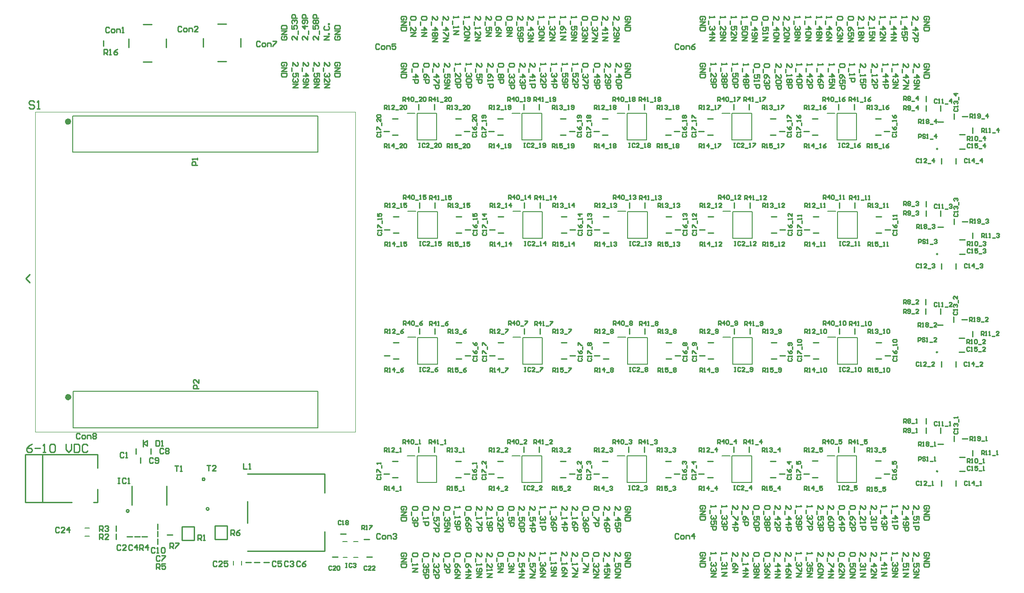
<source format=gto>
G04*
G04 #@! TF.GenerationSoftware,Altium Limited,Altium Designer,23.3.1 (30)*
G04*
G04 Layer_Color=65535*
%FSLAX44Y44*%
%MOMM*%
G71*
G04*
G04 #@! TF.SameCoordinates,BD36C32B-B9C7-4E4D-8C4A-4C0C75BD15CB*
G04*
G04*
G04 #@! TF.FilePolarity,Positive*
G04*
G01*
G75*
%ADD10C,0.6000*%
%ADD11C,0.1000*%
%ADD12C,0.2500*%
%ADD13C,0.2540*%
%ADD14C,0.1999*%
%ADD15C,0.0254*%
%ADD16C,0.2000*%
D10*
X342222Y586941D02*
G03*
X342222Y586941I-3002J0D01*
G01*
X341968Y1103831D02*
G03*
X341968Y1103831I-3002J0D01*
G01*
D11*
X844680Y310990D02*
G03*
X844680Y309990I0J-500D01*
G01*
D02*
G03*
X844680Y310990I0J500D01*
G01*
D12*
X1969981Y855479D02*
G03*
X1969981Y855479I-1250J0D01*
G01*
Y447809D02*
G03*
X1969981Y447809I-1250J0D01*
G01*
Y1052710D02*
G03*
X1969981Y1052710I-1250J0D01*
G01*
X1969473Y671329D02*
G03*
X1969473Y671329I-1250J0D01*
G01*
D13*
X453390Y373380D02*
G03*
X453390Y373380I-2540J0D01*
G01*
X603250Y377190D02*
G03*
X603250Y377190I-2540J0D01*
G01*
X595630Y432760D02*
G03*
X595630Y432760I-2540J0D01*
G01*
X258390Y389340D02*
X346390D01*
X386390D02*
X394390D01*
Y454340D02*
Y479340D01*
Y389340D02*
Y414340D01*
X291390Y389340D02*
Y479340D01*
X258390Y389340D02*
Y479340D01*
X394390D01*
X452680Y1242770D02*
Y1259130D01*
X479500Y1215950D02*
X495860D01*
X522680Y1242770D02*
Y1259130D01*
X479500Y1285950D02*
X495860D01*
X592380Y1244040D02*
Y1260400D01*
X619200Y1217220D02*
X635560D01*
X662380Y1244040D02*
Y1260400D01*
X619200Y1287220D02*
X635560D01*
X1420749Y941959D02*
Y952119D01*
X820530Y298340D02*
Y334590D01*
Y407090D02*
Y443340D01*
X675530D02*
X820530D01*
X675530Y350520D02*
Y391160D01*
Y298340D02*
X820530D01*
X834390Y287020D02*
X844550D01*
X899160D02*
X909320D01*
X849630Y330200D02*
X859790D01*
X894080Y320040D02*
X904240D01*
X930910Y1085469D02*
X941070D01*
X1969770Y1103630D02*
X1979930D01*
X2015490Y1113790D02*
X2025650D01*
X2014982Y732409D02*
X2025142D01*
X1969262Y722249D02*
X1979422D01*
X2015490Y916559D02*
X2025650D01*
X1969770Y906399D02*
X1979930D01*
X1947799Y519049D02*
Y529209D01*
X2000250Y911479D02*
Y921639D01*
X2010410Y855599D02*
X2020570D01*
X2004060Y827659D02*
Y837819D01*
X1977009Y827659D02*
Y837819D01*
X2010410Y882269D02*
X2020570D01*
X2035429Y884809D02*
Y894969D01*
X1947799Y926719D02*
Y936879D01*
Y944499D02*
Y954659D01*
X1975231Y926719D02*
Y936879D01*
X2015490Y508889D02*
X2025650D01*
X1969770Y498729D02*
X1979930D01*
X2035429Y477139D02*
Y487299D01*
X2010410Y474599D02*
X2020570D01*
X1947799Y536829D02*
Y546989D01*
X2010410Y447929D02*
X2020570D01*
X2004060Y419989D02*
Y430149D01*
X2000250Y503809D02*
Y513969D01*
X1977009Y419989D02*
Y430149D01*
X1975231Y519049D02*
Y529209D01*
X1734820Y436499D02*
X1744980D01*
X706120Y276860D02*
X716280D01*
X405130Y1245870D02*
Y1256030D01*
X1974723Y742569D02*
Y752729D01*
X1976501Y643509D02*
Y653669D01*
X1391539Y941959D02*
Y952119D01*
X1460500Y894969D02*
X1470660D01*
X1342390D02*
X1352550D01*
X1460500Y925449D02*
X1470660D01*
X1342390D02*
X1352550D01*
X1325880Y901319D02*
X1336040D01*
X1477010D02*
X1487170D01*
X1082040Y442849D02*
X1092200D01*
X1025779Y483489D02*
Y493649D01*
X996569Y483489D02*
Y493649D01*
X1065530Y436499D02*
X1075690D01*
X947420D02*
X957580D01*
X1065530Y466979D02*
X1075690D01*
X947420D02*
X957580D01*
X930910Y442849D02*
X941070D01*
X1814449Y705739D02*
Y715899D01*
X1785239Y705739D02*
Y715899D01*
X1854200Y658749D02*
X1864360D01*
X1736090D02*
X1746250D01*
X1854200Y689229D02*
X1864360D01*
X1736090D02*
X1746250D01*
X1719580Y665099D02*
X1729740D01*
X1870710D02*
X1880870D01*
X1223899Y941959D02*
Y952119D01*
X1194689Y941959D02*
Y952119D01*
X1263650Y894969D02*
X1273810D01*
X1145540D02*
X1155700D01*
X1263650Y925449D02*
X1273810D01*
X1145540D02*
X1155700D01*
X1129030Y901319D02*
X1139190D01*
X1280160D02*
X1290320D01*
X997839Y941959D02*
Y952119D01*
X1657350Y689229D02*
X1667510D01*
X1617599Y705739D02*
Y715899D01*
X1588389Y705739D02*
Y715899D01*
X1673860Y665099D02*
X1684020D01*
X1657350Y658749D02*
X1667510D01*
X1341120Y466979D02*
X1351280D01*
X1222629Y483489D02*
Y493649D01*
X1419479Y483489D02*
Y493649D01*
X1390269Y483489D02*
Y493649D01*
X1459230Y466979D02*
X1469390D01*
X1947291Y760349D02*
Y770509D01*
Y742569D02*
Y752729D01*
X2009902Y698119D02*
X2020062D01*
X2034921Y700659D02*
Y710819D01*
X1066800Y658749D02*
X1076960D01*
X1083310Y665099D02*
X1093470D01*
X2009902Y671449D02*
X2020062D01*
X2003552Y643509D02*
Y653669D01*
X1999742Y727329D02*
Y737489D01*
X1027049Y705739D02*
Y715899D01*
X997839Y705739D02*
Y715899D01*
X948690Y689229D02*
X958850D01*
X1066800D02*
X1076960D01*
X948690Y658749D02*
X958850D01*
X932180Y665099D02*
X942340D01*
X1477010D02*
X1487170D01*
X1460500Y658749D02*
X1470660D01*
X1460500Y689229D02*
X1470660D01*
X1342390D02*
X1352550D01*
X1325880Y665099D02*
X1336040D01*
X1342390Y658749D02*
X1352550D01*
X1420749Y705739D02*
Y715899D01*
X1391539Y705739D02*
Y715899D01*
X1656080Y436499D02*
X1666240D01*
X1656080Y466979D02*
X1666240D01*
X1672590Y442849D02*
X1682750D01*
X1616329Y483489D02*
Y493649D01*
X1587119Y483489D02*
Y493649D01*
X1129030Y665099D02*
X1139190D01*
X1145540Y689229D02*
X1155700D01*
X1263650D02*
X1273810D01*
X1145540Y658749D02*
X1155700D01*
X1194689Y705739D02*
Y715899D01*
X1223899Y705739D02*
Y715899D01*
X1280160Y665099D02*
X1290320D01*
X1263650Y658749D02*
X1273810D01*
X1262380Y436499D02*
X1272540D01*
X1144270Y466979D02*
X1154430D01*
X1127760Y442849D02*
X1137920D01*
X1278890D02*
X1289050D01*
X1144270Y436499D02*
X1154430D01*
X1193419Y483489D02*
Y493649D01*
X1262380Y466979D02*
X1272540D01*
X1459230Y436499D02*
X1469390D01*
X1475740Y442849D02*
X1485900D01*
X1341120Y436499D02*
X1351280D01*
X1324610Y442849D02*
X1334770D01*
X1539240Y658749D02*
X1549400D01*
X1539240Y689229D02*
X1549400D01*
X1522730Y665099D02*
X1532890D01*
X1734820Y467360D02*
X1744980D01*
X1718310Y442849D02*
X1728470D01*
X1869440D02*
X1879600D01*
X1852930Y467360D02*
X1863090D01*
X1813179Y483489D02*
Y493649D01*
X1783969Y483489D02*
Y493649D01*
X1852930Y435610D02*
X1863090D01*
X1521460Y442849D02*
X1531620D01*
X1537970Y436499D02*
X1548130D01*
X1537970Y466979D02*
X1548130D01*
X1814449Y941959D02*
Y952119D01*
X1785239Y941959D02*
Y952119D01*
X1854200Y894969D02*
X1864360D01*
X1736090D02*
X1746250D01*
X1854200Y925449D02*
X1864360D01*
X1736090D02*
X1746250D01*
X1719580Y901319D02*
X1729740D01*
X1870710D02*
X1880870D01*
X1617599Y941959D02*
Y952119D01*
X1588389Y941959D02*
Y952119D01*
X1657350Y894969D02*
X1667510D01*
X1539240D02*
X1549400D01*
X1657350Y925449D02*
X1667510D01*
X1539240D02*
X1549400D01*
X1522730Y901319D02*
X1532890D01*
X1673860D02*
X1684020D01*
X1027049Y941959D02*
Y952119D01*
X1066800Y894969D02*
X1076960D01*
X948690D02*
X958850D01*
X1066800Y925449D02*
X1076960D01*
X948690D02*
X958850D01*
X932180Y901319D02*
X942340D01*
X1083310D02*
X1093470D01*
X1813179Y1126109D02*
Y1136269D01*
X1783969Y1126109D02*
Y1136269D01*
X1852930Y1079119D02*
X1863090D01*
X1734820D02*
X1744980D01*
X1852930Y1109599D02*
X1863090D01*
X1734820D02*
X1744980D01*
X1718310Y1085469D02*
X1728470D01*
X1869440D02*
X1879600D01*
X1616329Y1126109D02*
Y1136269D01*
X1587119Y1126109D02*
Y1136269D01*
X1656080Y1079119D02*
X1666240D01*
X1537970D02*
X1548130D01*
X1656080Y1109599D02*
X1666240D01*
X1537970D02*
X1548130D01*
X1521460Y1085469D02*
X1531620D01*
X1672590D02*
X1682750D01*
X1419479Y1126109D02*
Y1136269D01*
X1390269Y1126109D02*
Y1136269D01*
X1459230Y1079119D02*
X1469390D01*
X1341120D02*
X1351280D01*
X1459230Y1109599D02*
X1469390D01*
X1341120D02*
X1351280D01*
X1324610Y1085469D02*
X1334770D01*
X1475740D02*
X1485900D01*
X1222629Y1126109D02*
Y1136269D01*
X1193419Y1126109D02*
Y1136269D01*
X1262380Y1079119D02*
X1272540D01*
X1144270D02*
X1154430D01*
X1262380Y1109599D02*
X1272540D01*
X1144270D02*
X1154430D01*
X1127760Y1085469D02*
X1137920D01*
X1278890D02*
X1289050D01*
X1025779Y1126109D02*
Y1136269D01*
X996569Y1126109D02*
Y1136269D01*
X1065530Y1079119D02*
X1075690D01*
X947420D02*
X957580D01*
X1065530Y1109599D02*
X1075690D01*
X947420D02*
X957580D01*
X1082040Y1085469D02*
X1092200D01*
X2035429Y1082040D02*
Y1092200D01*
X2010410Y1079500D02*
X2020570D01*
X1947799Y1123950D02*
Y1134110D01*
Y1141730D02*
Y1151890D01*
X2010410Y1052830D02*
X2020570D01*
X2004060Y1024890D02*
Y1035050D01*
X2000250Y1108710D02*
Y1118870D01*
X1977009Y1024890D02*
Y1035050D01*
X1975231Y1123950D02*
Y1134110D01*
X463550Y325120D02*
X473710D01*
X524510Y328930D02*
X534670D01*
X506730Y325120D02*
Y335280D01*
X477520Y325120D02*
X487680D01*
X506730Y339090D02*
Y349250D01*
Y311150D02*
Y321310D01*
X449580Y325120D02*
X459740D01*
X429260Y320040D02*
Y330200D01*
Y335280D02*
Y345440D01*
X480060Y500380D02*
X487680Y495300D01*
Y505460D01*
X480060Y500380D02*
X487680Y505460D01*
X480060Y500380D02*
Y506730D01*
Y494030D02*
Y506730D01*
X523990Y384810D02*
Y420370D01*
X458990Y384810D02*
Y420370D01*
X466090Y480060D02*
Y490220D01*
X494030Y480060D02*
Y490220D01*
X474980Y463550D02*
Y473710D01*
X688340Y276860D02*
X698500D01*
X671830D02*
X681990D01*
X614680Y320040D02*
X637540D01*
Y345440D01*
X614680D02*
X637540D01*
X614680Y320040D02*
Y345440D01*
X552450Y318770D02*
X575310D01*
Y344170D01*
X552450D02*
X575310D01*
X552450Y318770D02*
Y344170D01*
X275590Y1140458D02*
X273051Y1142998D01*
X267973D01*
X265433Y1140458D01*
Y1137919D01*
X267973Y1135380D01*
X273051D01*
X275590Y1132841D01*
Y1130302D01*
X273051Y1127763D01*
X267973D01*
X265433Y1130302D01*
X280668Y1127763D02*
X285747D01*
X283208D01*
Y1142998D01*
X280668Y1140458D01*
X267492Y802132D02*
X259875Y809750D01*
X267492Y817367D01*
X581185Y1021842D02*
X571029D01*
Y1026920D01*
X572721Y1028613D01*
X576107D01*
X577800Y1026920D01*
Y1021842D01*
X581185Y1031999D02*
Y1035384D01*
Y1033691D01*
X571029D01*
X572721Y1031999D01*
X583725Y602743D02*
X573568D01*
Y607821D01*
X575261Y609514D01*
X578646D01*
X580339Y607821D01*
Y602743D01*
X583725Y619670D02*
Y612899D01*
X576953Y619670D01*
X575261D01*
X573568Y617977D01*
Y614592D01*
X575261Y612899D01*
X1952015Y288631D02*
X1953707Y290324D01*
Y293709D01*
X1952015Y295402D01*
X1945244D01*
X1943551Y293709D01*
Y290324D01*
X1945244Y288631D01*
X1948629D01*
Y292016D01*
X1943551Y285245D02*
X1953707D01*
X1943551Y278474D01*
X1953707D01*
Y275089D02*
X1943551D01*
Y270010D01*
X1945244Y268317D01*
X1952015D01*
X1953707Y270010D01*
Y275089D01*
X1952016Y376769D02*
X1953708Y378462D01*
Y381847D01*
X1952016Y383540D01*
X1945244D01*
X1943552Y381847D01*
Y378462D01*
X1945244Y376769D01*
X1948630D01*
Y380154D01*
X1943552Y373383D02*
X1953708D01*
X1943552Y366612D01*
X1953708D01*
Y363227D02*
X1943552D01*
Y358148D01*
X1945244Y356455D01*
X1952016D01*
X1953708Y358148D01*
Y363227D01*
X1532016Y376769D02*
X1533709Y378462D01*
Y381847D01*
X1532016Y383540D01*
X1525245D01*
X1523553Y381847D01*
Y378462D01*
X1525245Y376769D01*
X1528631D01*
Y380154D01*
X1523553Y373383D02*
X1533709D01*
X1523553Y366612D01*
X1533709D01*
Y363227D02*
X1523553D01*
Y358148D01*
X1525245Y356455D01*
X1532016D01*
X1533709Y358148D01*
Y363227D01*
X1532016Y288631D02*
X1533708Y290324D01*
Y293709D01*
X1532016Y295402D01*
X1525244D01*
X1523551Y293709D01*
Y290324D01*
X1525244Y288631D01*
X1528630D01*
Y292016D01*
X1523551Y285245D02*
X1533708D01*
X1523551Y278474D01*
X1533708D01*
Y275089D02*
X1523551D01*
Y270010D01*
X1525244Y268317D01*
X1532016D01*
X1533708Y270010D01*
Y275089D01*
X1391945Y289139D02*
X1393637Y290832D01*
Y294217D01*
X1391945Y295910D01*
X1385173D01*
X1383481Y294217D01*
Y290832D01*
X1385173Y289139D01*
X1388559D01*
Y292524D01*
X1383481Y285753D02*
X1393637D01*
X1383481Y278982D01*
X1393637D01*
Y275597D02*
X1383481D01*
Y270518D01*
X1385173Y268825D01*
X1391945D01*
X1393637Y270518D01*
Y275597D01*
X1391946Y375499D02*
X1393638Y377192D01*
Y380577D01*
X1391946Y382270D01*
X1385175D01*
X1383482Y380577D01*
Y377192D01*
X1385175Y375499D01*
X1388560D01*
Y378884D01*
X1383482Y372113D02*
X1393638D01*
X1383482Y365342D01*
X1393638D01*
Y361956D02*
X1383482D01*
Y356878D01*
X1385175Y355185D01*
X1391946D01*
X1393638Y356878D01*
Y361956D01*
X971945Y287869D02*
X973638Y289562D01*
Y292947D01*
X971945Y294640D01*
X965174D01*
X963482Y292947D01*
Y289562D01*
X965174Y287869D01*
X968560D01*
Y291254D01*
X963482Y284483D02*
X973638D01*
X963482Y277712D01*
X973638D01*
Y274327D02*
X963482D01*
Y269248D01*
X965174Y267555D01*
X971945D01*
X973638Y269248D01*
Y274327D01*
X971946Y375499D02*
X973639Y377192D01*
Y380577D01*
X971946Y382270D01*
X965175D01*
X963483Y380577D01*
Y377192D01*
X965175Y375499D01*
X968561D01*
Y378884D01*
X963483Y372113D02*
X973639D01*
X963483Y365342D01*
X973639D01*
Y361956D02*
X963483D01*
Y356878D01*
X965175Y355185D01*
X971946D01*
X973639Y356878D01*
Y361956D01*
X1952015Y1205546D02*
X1953707Y1207239D01*
Y1210624D01*
X1952015Y1212317D01*
X1945244D01*
X1943551Y1210624D01*
Y1207239D01*
X1945244Y1205546D01*
X1948629D01*
Y1208932D01*
X1943551Y1202160D02*
X1953707D01*
X1943551Y1195389D01*
X1953707D01*
Y1192004D02*
X1943551D01*
Y1186925D01*
X1945244Y1185232D01*
X1952015D01*
X1953707Y1186925D01*
Y1192004D01*
X1952016Y1294446D02*
X1953708Y1296139D01*
Y1299524D01*
X1952016Y1301217D01*
X1945244D01*
X1943552Y1299524D01*
Y1296139D01*
X1945244Y1294446D01*
X1948630D01*
Y1297832D01*
X1943552Y1291060D02*
X1953708D01*
X1943552Y1284289D01*
X1953708D01*
Y1280904D02*
X1943552D01*
Y1275825D01*
X1945244Y1274133D01*
X1952016D01*
X1953708Y1275825D01*
Y1280904D01*
X1532016Y1206816D02*
X1533708Y1208509D01*
Y1211894D01*
X1532016Y1213587D01*
X1525244D01*
X1523552Y1211894D01*
Y1208509D01*
X1525244Y1206816D01*
X1528630D01*
Y1210201D01*
X1523552Y1203430D02*
X1533708D01*
X1523552Y1196659D01*
X1533708D01*
Y1193274D02*
X1523552D01*
Y1188195D01*
X1525244Y1186503D01*
X1532016D01*
X1533708Y1188195D01*
Y1193274D01*
X1532016Y1294446D02*
X1533709Y1296139D01*
Y1299524D01*
X1532016Y1301217D01*
X1525245D01*
X1523553Y1299524D01*
Y1296139D01*
X1525245Y1294446D01*
X1528631D01*
Y1297832D01*
X1523553Y1291060D02*
X1533709D01*
X1523553Y1284289D01*
X1533709D01*
Y1280904D02*
X1523553D01*
Y1275825D01*
X1525245Y1274133D01*
X1532016D01*
X1533709Y1275825D01*
Y1280904D01*
X1391945Y1206816D02*
X1393637Y1208509D01*
Y1211894D01*
X1391945Y1213587D01*
X1385173D01*
X1383481Y1211894D01*
Y1208509D01*
X1385173Y1206816D01*
X1388559D01*
Y1210201D01*
X1383481Y1203430D02*
X1393637D01*
X1383481Y1196659D01*
X1393637D01*
Y1193274D02*
X1383481D01*
Y1188195D01*
X1385173Y1186503D01*
X1391945D01*
X1393637Y1188195D01*
Y1193274D01*
X1391946Y1294446D02*
X1393638Y1296139D01*
Y1299524D01*
X1391946Y1301217D01*
X1385175D01*
X1383482Y1299524D01*
Y1296139D01*
X1385175Y1294446D01*
X1388560D01*
Y1297832D01*
X1383482Y1291060D02*
X1393638D01*
X1383482Y1284289D01*
X1393638D01*
Y1280904D02*
X1383482D01*
Y1275825D01*
X1385175Y1274133D01*
X1391946D01*
X1393638Y1275825D01*
Y1280904D01*
X971946Y1294446D02*
X973639Y1296139D01*
Y1299524D01*
X971946Y1301217D01*
X965175D01*
X963483Y1299524D01*
Y1296139D01*
X965175Y1294446D01*
X968561D01*
Y1297832D01*
X963483Y1291060D02*
X973639D01*
X963483Y1284289D01*
X973639D01*
Y1280904D02*
X963483D01*
Y1275825D01*
X965175Y1274133D01*
X971946D01*
X973639Y1275825D01*
Y1280904D01*
X971945Y1206816D02*
X973638Y1208509D01*
Y1211894D01*
X971945Y1213587D01*
X965174D01*
X963482Y1211894D01*
Y1208509D01*
X965174Y1206816D01*
X968560D01*
Y1210201D01*
X963482Y1203430D02*
X973638D01*
X963482Y1196659D01*
X973638D01*
Y1193274D02*
X963482D01*
Y1188195D01*
X965174Y1186503D01*
X971945D01*
X973638Y1188195D01*
Y1193274D01*
X740204Y1264071D02*
X738512Y1262378D01*
Y1258993D01*
X740204Y1257300D01*
X746976D01*
X748668Y1258993D01*
Y1262378D01*
X746976Y1264071D01*
X743590D01*
Y1260686D01*
X748668Y1267457D02*
X738512D01*
X748668Y1274228D01*
X738512D01*
Y1277614D02*
X748668D01*
Y1282692D01*
X746976Y1284385D01*
X740204D01*
X738512Y1282692D01*
Y1277614D01*
X746975Y1208619D02*
X748668Y1210312D01*
Y1213697D01*
X746975Y1215390D01*
X740204D01*
X738511Y1213697D01*
Y1210312D01*
X740204Y1208619D01*
X743589D01*
Y1212004D01*
X738511Y1205233D02*
X748668D01*
X738511Y1198462D01*
X748668D01*
Y1195077D02*
X738511D01*
Y1189998D01*
X740204Y1188305D01*
X746975D01*
X748668Y1189998D01*
Y1195077D01*
X846975Y1208619D02*
X848668Y1210312D01*
Y1213697D01*
X846975Y1215390D01*
X840204D01*
X838511Y1213697D01*
Y1210312D01*
X840204Y1208619D01*
X843589D01*
Y1212004D01*
X838511Y1205233D02*
X848668D01*
X838511Y1198462D01*
X848668D01*
Y1195077D02*
X838511D01*
Y1189998D01*
X840204Y1188305D01*
X846975D01*
X848668Y1189998D01*
Y1195077D01*
X840204Y1264071D02*
X838512Y1262378D01*
Y1258993D01*
X840204Y1257300D01*
X846975D01*
X848668Y1258993D01*
Y1262378D01*
X846975Y1264071D01*
X843590D01*
Y1260686D01*
X848668Y1267457D02*
X838512D01*
X848668Y1274228D01*
X838512D01*
Y1277613D02*
X848668D01*
Y1282692D01*
X846975Y1284385D01*
X840204D01*
X838512Y1282692D01*
Y1277613D01*
X828668Y1257300D02*
X818512D01*
X828668Y1264071D01*
X818512D01*
X828668Y1267457D02*
X826975D01*
Y1269149D01*
X828668D01*
Y1267457D01*
X820204Y1282692D02*
X818512Y1280999D01*
Y1277613D01*
X820204Y1275921D01*
X826975D01*
X828668Y1277613D01*
Y1280999D01*
X826975Y1282692D01*
X828668Y1286077D02*
X826975D01*
Y1287770D01*
X828668D01*
Y1286077D01*
X808142Y1264071D02*
Y1257300D01*
X801371Y1264071D01*
X799678D01*
X797985Y1262378D01*
Y1258993D01*
X799678Y1257300D01*
X809835Y1267457D02*
Y1274228D01*
X797985Y1284385D02*
Y1277613D01*
X803064D01*
X801371Y1280999D01*
Y1282692D01*
X803064Y1284385D01*
X806449D01*
X808142Y1282692D01*
Y1279306D01*
X806449Y1277613D01*
X799678Y1287770D02*
X797985Y1289463D01*
Y1292849D01*
X799678Y1294541D01*
X801371D01*
X803064Y1292849D01*
X804756Y1294541D01*
X806449D01*
X808142Y1292849D01*
Y1289463D01*
X806449Y1287770D01*
X804756D01*
X803064Y1289463D01*
X801371Y1287770D01*
X799678D01*
X803064Y1289463D02*
Y1292849D01*
X808142Y1297927D02*
X797985D01*
Y1303005D01*
X799678Y1304698D01*
X803064D01*
X804756Y1303005D01*
Y1297927D01*
X788142Y1264071D02*
Y1257300D01*
X781371Y1264071D01*
X779678D01*
X777985Y1262378D01*
Y1258993D01*
X779678Y1257300D01*
X789835Y1267457D02*
Y1274228D01*
X788142Y1282692D02*
X777985D01*
X783064Y1277613D01*
Y1284384D01*
X786449Y1287770D02*
X788142Y1289463D01*
Y1292849D01*
X786449Y1294541D01*
X779678D01*
X777985Y1292849D01*
Y1289463D01*
X779678Y1287770D01*
X781371D01*
X783064Y1289463D01*
Y1294541D01*
X788142Y1297927D02*
X777985D01*
Y1303005D01*
X779678Y1304698D01*
X783064D01*
X784756Y1303005D01*
Y1297927D01*
X768142Y1264071D02*
Y1257300D01*
X761371Y1264071D01*
X759678D01*
X757985Y1262378D01*
Y1258993D01*
X759678Y1257300D01*
X769835Y1267457D02*
Y1274228D01*
X757985Y1284385D02*
Y1277613D01*
X763064D01*
X761371Y1280999D01*
Y1282692D01*
X763064Y1284385D01*
X766449D01*
X768142Y1282692D01*
Y1279306D01*
X766449Y1277613D01*
X759678Y1287770D02*
X757985Y1289463D01*
Y1292849D01*
X759678Y1294541D01*
X761371D01*
X763064Y1292849D01*
Y1291156D01*
Y1292849D01*
X764756Y1294541D01*
X766449D01*
X768142Y1292849D01*
Y1289463D01*
X766449Y1287770D01*
X768142Y1297927D02*
X757985D01*
Y1303005D01*
X759678Y1304698D01*
X763064D01*
X764756Y1303005D01*
Y1297927D01*
X759678Y1208619D02*
Y1215390D01*
X766449Y1208619D01*
X768142D01*
X769835Y1210312D01*
Y1213697D01*
X768142Y1215390D01*
X757985Y1205233D02*
Y1198462D01*
X769835Y1188305D02*
Y1195077D01*
X764756D01*
X766449Y1191691D01*
Y1189998D01*
X764756Y1188305D01*
X761371D01*
X759678Y1189998D01*
Y1193384D01*
X761371Y1195077D01*
X768142Y1184920D02*
X769835Y1183227D01*
Y1179841D01*
X768142Y1178149D01*
X766449D01*
X764756Y1179841D01*
Y1181534D01*
Y1179841D01*
X763064Y1178149D01*
X761371D01*
X759678Y1179841D01*
Y1183227D01*
X761371Y1184920D01*
X759678Y1174763D02*
X769835D01*
X759678Y1167992D01*
X769835D01*
X779678Y1208619D02*
Y1215390D01*
X786449Y1208619D01*
X788142D01*
X789835Y1210312D01*
Y1213697D01*
X788142Y1215390D01*
X777985Y1205233D02*
Y1198462D01*
X779678Y1189998D02*
X789835D01*
X784756Y1195077D01*
Y1188305D01*
X781371Y1184920D02*
X779678Y1183227D01*
Y1179842D01*
X781371Y1178149D01*
X788142D01*
X789835Y1179842D01*
Y1183227D01*
X788142Y1184920D01*
X786449D01*
X784756Y1183227D01*
Y1178149D01*
X779678Y1174763D02*
X789835D01*
X779678Y1167992D01*
X789835D01*
X799678Y1208619D02*
Y1215390D01*
X806449Y1208619D01*
X808142D01*
X809835Y1210312D01*
Y1213697D01*
X808142Y1215390D01*
X797985Y1205233D02*
Y1198462D01*
X809835Y1188305D02*
Y1195077D01*
X804756D01*
X806449Y1191691D01*
Y1189998D01*
X804756Y1188305D01*
X801371D01*
X799678Y1189998D01*
Y1193384D01*
X801371Y1195077D01*
X808142Y1184920D02*
X809835Y1183227D01*
Y1179841D01*
X808142Y1178149D01*
X806449D01*
X804756Y1179841D01*
X803064Y1178149D01*
X801371D01*
X799678Y1179841D01*
Y1183227D01*
X801371Y1184920D01*
X803064D01*
X804756Y1183227D01*
X806449Y1184920D01*
X808142D01*
X804756Y1183227D02*
Y1179841D01*
X799678Y1174763D02*
X809835D01*
X799678Y1167992D01*
X809835D01*
X819573Y1208619D02*
Y1215390D01*
X826344Y1208619D01*
X828037D01*
X829730Y1210312D01*
Y1213697D01*
X828037Y1215390D01*
X817880Y1205233D02*
Y1198462D01*
X828037Y1195077D02*
X829730Y1193384D01*
Y1189998D01*
X828037Y1188305D01*
X826344D01*
X824651Y1189998D01*
Y1191691D01*
Y1189998D01*
X822958Y1188305D01*
X821265D01*
X819573Y1189998D01*
Y1193384D01*
X821265Y1195077D01*
X819573Y1178149D02*
Y1184920D01*
X826344Y1178149D01*
X828037D01*
X829730Y1179842D01*
Y1183227D01*
X828037Y1184920D01*
X819573Y1174763D02*
X829730D01*
X819573Y1167992D01*
X829730D01*
X1924901Y1205546D02*
Y1212317D01*
X1931672Y1205546D01*
X1933365D01*
X1935058Y1207239D01*
Y1210624D01*
X1933365Y1212317D01*
X1923208Y1202160D02*
Y1195389D01*
X1924901Y1186925D02*
X1935058D01*
X1929980Y1192003D01*
Y1185232D01*
X1926594Y1181847D02*
X1924901Y1180154D01*
Y1176768D01*
X1926594Y1175076D01*
X1933365D01*
X1935058Y1176768D01*
Y1180154D01*
X1933365Y1181847D01*
X1931672D01*
X1929980Y1180154D01*
Y1175076D01*
X1924901Y1171690D02*
X1935058D01*
X1924901Y1164919D01*
X1935058D01*
X1904581Y1205546D02*
Y1212317D01*
X1911352Y1205546D01*
X1913045D01*
X1914738Y1207239D01*
Y1210624D01*
X1913045Y1212317D01*
X1902888Y1202160D02*
Y1195389D01*
X1904581Y1186925D02*
X1914738D01*
X1909660Y1192003D01*
Y1185232D01*
X1914738Y1181847D02*
Y1175076D01*
X1913045D01*
X1906274Y1181847D01*
X1904581D01*
Y1171690D02*
X1914738D01*
X1904581Y1164919D01*
X1914738D01*
X1885531Y1212317D02*
Y1208931D01*
Y1210624D01*
X1895688D01*
X1893995Y1212317D01*
X1883839Y1203853D02*
Y1197082D01*
X1885531Y1188618D02*
X1895688D01*
X1890610Y1193696D01*
Y1186925D01*
X1893995Y1183540D02*
X1895688Y1181847D01*
Y1178461D01*
X1893995Y1176768D01*
X1892302D01*
X1890610Y1178461D01*
Y1180154D01*
Y1178461D01*
X1888917Y1176768D01*
X1887224D01*
X1885531Y1178461D01*
Y1181847D01*
X1887224Y1183540D01*
X1885531Y1173383D02*
X1895688D01*
X1885531Y1166612D01*
X1895688D01*
X1866481Y1212317D02*
Y1208931D01*
Y1210624D01*
X1876638D01*
X1874945Y1212317D01*
X1864789Y1203853D02*
Y1197082D01*
X1866481Y1188618D02*
X1876638D01*
X1871560Y1193696D01*
Y1186925D01*
X1866481Y1178461D02*
X1876638D01*
X1871560Y1183540D01*
Y1176768D01*
X1866481Y1173383D02*
X1876638D01*
Y1168305D01*
X1874945Y1166612D01*
X1871560D01*
X1869867Y1168305D01*
Y1173383D01*
X1846161Y1205546D02*
Y1212317D01*
X1852932Y1205546D01*
X1854625D01*
X1856318Y1207239D01*
Y1210624D01*
X1854625Y1212317D01*
X1844469Y1202160D02*
Y1195389D01*
X1846161Y1192003D02*
Y1188618D01*
Y1190311D01*
X1856318D01*
X1854625Y1192003D01*
X1846161Y1176768D02*
Y1183540D01*
X1852932Y1176768D01*
X1854625D01*
X1856318Y1178461D01*
Y1181847D01*
X1854625Y1183540D01*
X1846161Y1173383D02*
X1856318D01*
Y1168305D01*
X1854625Y1166612D01*
X1851240D01*
X1849547Y1168305D01*
Y1173383D01*
X1824571Y1205546D02*
Y1212317D01*
X1831342Y1205546D01*
X1833035D01*
X1834728Y1207239D01*
Y1210624D01*
X1833035Y1212317D01*
X1822879Y1202160D02*
Y1195389D01*
X1824571Y1192003D02*
Y1188618D01*
Y1190311D01*
X1834728D01*
X1833035Y1192003D01*
X1834728Y1176768D02*
Y1183540D01*
X1829650D01*
X1831342Y1180154D01*
Y1178461D01*
X1829650Y1176768D01*
X1826264D01*
X1824571Y1178461D01*
Y1181847D01*
X1826264Y1183540D01*
X1824571Y1173383D02*
X1834728D01*
Y1168305D01*
X1833035Y1166612D01*
X1829650D01*
X1827957Y1168305D01*
Y1173383D01*
X1804251Y1212317D02*
Y1208931D01*
Y1210624D01*
X1814408D01*
X1812715Y1212317D01*
X1802558Y1203853D02*
Y1197082D01*
X1804251Y1193696D02*
Y1190311D01*
Y1192003D01*
X1814408D01*
X1812715Y1193696D01*
X1804251Y1185232D02*
X1814408D01*
Y1180154D01*
X1812715Y1178461D01*
X1809330D01*
X1807637Y1180154D01*
Y1185232D01*
X1793665Y1212317D02*
X1795358Y1210624D01*
Y1207239D01*
X1793665Y1205546D01*
X1786894D01*
X1785201Y1207239D01*
Y1210624D01*
X1786894Y1212317D01*
X1793665D01*
X1783508Y1202160D02*
Y1195389D01*
X1795358Y1185232D02*
X1793665Y1188618D01*
X1790280Y1192003D01*
X1786894D01*
X1785201Y1190311D01*
Y1186925D01*
X1786894Y1185232D01*
X1788587D01*
X1790280Y1186925D01*
Y1192003D01*
X1795358Y1175076D02*
Y1181847D01*
X1790280D01*
X1791972Y1178461D01*
Y1176768D01*
X1790280Y1175076D01*
X1786894D01*
X1785201Y1176768D01*
Y1180154D01*
X1786894Y1181847D01*
X1785201Y1171690D02*
X1795358D01*
Y1166612D01*
X1793665Y1164919D01*
X1790280D01*
X1788587Y1166612D01*
Y1171690D01*
X1766151Y1212317D02*
Y1208931D01*
Y1210624D01*
X1776308D01*
X1774615Y1212317D01*
X1764458Y1203853D02*
Y1197082D01*
X1766151Y1188618D02*
X1776308D01*
X1771230Y1193696D01*
Y1186925D01*
X1776308Y1176768D02*
Y1183540D01*
X1771230D01*
X1772922Y1180154D01*
Y1178461D01*
X1771230Y1176768D01*
X1767844D01*
X1766151Y1178461D01*
Y1181847D01*
X1767844Y1183540D01*
X1766151Y1173383D02*
X1776308D01*
X1766151Y1166612D01*
X1776308D01*
X1744561Y1212317D02*
Y1208931D01*
Y1210624D01*
X1754718D01*
X1753025Y1212317D01*
X1742868Y1203853D02*
Y1197082D01*
X1744561Y1188618D02*
X1754718D01*
X1749640Y1193696D01*
Y1186925D01*
X1754718Y1176768D02*
X1753025Y1180154D01*
X1749640Y1183540D01*
X1746254D01*
X1744561Y1181847D01*
Y1178461D01*
X1746254Y1176768D01*
X1747947D01*
X1749640Y1178461D01*
Y1183540D01*
X1744561Y1173383D02*
X1754718D01*
Y1168305D01*
X1753025Y1166612D01*
X1749640D01*
X1747947Y1168305D01*
Y1173383D01*
X1724241Y1212317D02*
Y1208931D01*
Y1210624D01*
X1734398D01*
X1732705Y1212317D01*
X1722549Y1203853D02*
Y1197082D01*
X1724241Y1188618D02*
X1734398D01*
X1729320Y1193696D01*
Y1186925D01*
X1724241Y1176768D02*
Y1183540D01*
X1731012Y1176768D01*
X1732705D01*
X1734398Y1178461D01*
Y1181847D01*
X1732705Y1183540D01*
X1724241Y1173383D02*
X1734398D01*
Y1168305D01*
X1732705Y1166612D01*
X1729320D01*
X1727627Y1168305D01*
Y1173383D01*
X1705191Y1212317D02*
Y1208931D01*
Y1210624D01*
X1715348D01*
X1713655Y1212317D01*
X1703499Y1203853D02*
Y1197082D01*
X1705191Y1188618D02*
X1715348D01*
X1710270Y1193696D01*
Y1186925D01*
X1713655Y1183540D02*
X1715348Y1181847D01*
Y1178461D01*
X1713655Y1176768D01*
X1706884D01*
X1705191Y1178461D01*
Y1181847D01*
X1706884Y1183540D01*
X1713655D01*
X1705191Y1173383D02*
X1715348D01*
Y1168305D01*
X1713655Y1166612D01*
X1710270D01*
X1708577Y1168305D01*
Y1173383D01*
X1686141Y1205546D02*
Y1212317D01*
X1692912Y1205546D01*
X1694605D01*
X1696298Y1207239D01*
Y1210624D01*
X1694605Y1212317D01*
X1684449Y1202160D02*
Y1195389D01*
X1686141Y1192003D02*
Y1188618D01*
Y1190311D01*
X1696298D01*
X1694605Y1192003D01*
Y1183540D02*
X1696298Y1181847D01*
Y1178461D01*
X1694605Y1176768D01*
X1692912D01*
X1691220Y1178461D01*
X1689527Y1176768D01*
X1687834D01*
X1686141Y1178461D01*
Y1181847D01*
X1687834Y1183540D01*
X1689527D01*
X1691220Y1181847D01*
X1692912Y1183540D01*
X1694605D01*
X1691220Y1181847D02*
Y1178461D01*
X1686141Y1173383D02*
X1696298D01*
Y1168305D01*
X1694605Y1166612D01*
X1691220D01*
X1689527Y1168305D01*
Y1173383D01*
X1665821Y1205546D02*
Y1212317D01*
X1672592Y1205546D01*
X1674285D01*
X1675978Y1207239D01*
Y1210624D01*
X1674285Y1212317D01*
X1664129Y1202160D02*
Y1195389D01*
X1665821Y1185232D02*
Y1192003D01*
X1672592Y1185232D01*
X1674285D01*
X1675978Y1186925D01*
Y1190311D01*
X1674285Y1192003D01*
Y1181847D02*
X1675978Y1180154D01*
Y1176768D01*
X1674285Y1175076D01*
X1667514D01*
X1665821Y1176768D01*
Y1180154D01*
X1667514Y1181847D01*
X1674285D01*
X1665821Y1171690D02*
X1675978D01*
Y1166612D01*
X1674285Y1164919D01*
X1670900D01*
X1669207Y1166612D01*
Y1171690D01*
X1652695Y1212317D02*
X1654388Y1210624D01*
Y1207239D01*
X1652695Y1205546D01*
X1645924D01*
X1644231Y1207239D01*
Y1210624D01*
X1645924Y1212317D01*
X1652695D01*
X1642538Y1202160D02*
Y1195389D01*
X1654388Y1185232D02*
X1652695Y1188618D01*
X1649310Y1192003D01*
X1645924D01*
X1644231Y1190311D01*
Y1186925D01*
X1645924Y1185232D01*
X1647617D01*
X1649310Y1186925D01*
Y1192003D01*
X1652695Y1181847D02*
X1654388Y1180154D01*
Y1176768D01*
X1652695Y1175076D01*
X1651002D01*
X1649310Y1176768D01*
Y1178461D01*
Y1176768D01*
X1647617Y1175076D01*
X1645924D01*
X1644231Y1176768D01*
Y1180154D01*
X1645924Y1181847D01*
X1644231Y1171690D02*
X1654388D01*
Y1166612D01*
X1652695Y1164919D01*
X1649310D01*
X1647617Y1166612D01*
Y1171690D01*
X1633645Y1212317D02*
X1635338Y1210624D01*
Y1207239D01*
X1633645Y1205546D01*
X1626874D01*
X1625181Y1207239D01*
Y1210624D01*
X1626874Y1212317D01*
X1633645D01*
X1623488Y1202160D02*
Y1195389D01*
X1635338Y1185232D02*
Y1192003D01*
X1630260D01*
X1631952Y1188618D01*
Y1186925D01*
X1630260Y1185232D01*
X1626874D01*
X1625181Y1186925D01*
Y1190311D01*
X1626874Y1192003D01*
X1625181Y1181847D02*
Y1178461D01*
Y1180154D01*
X1635338D01*
X1633645Y1181847D01*
X1625181Y1173383D02*
X1635338D01*
Y1168305D01*
X1633645Y1166612D01*
X1630260D01*
X1628567Y1168305D01*
Y1173383D01*
X1604861Y1212317D02*
Y1208931D01*
Y1210624D01*
X1615018D01*
X1613325Y1212317D01*
X1603168Y1203853D02*
Y1197082D01*
X1604861Y1188618D02*
X1615018D01*
X1609940Y1193696D01*
Y1186925D01*
X1613325Y1183540D02*
X1615018Y1181847D01*
Y1178461D01*
X1613325Y1176768D01*
X1611632D01*
X1609940Y1178461D01*
X1608247Y1176768D01*
X1606554D01*
X1604861Y1178461D01*
Y1181847D01*
X1606554Y1183540D01*
X1608247D01*
X1609940Y1181847D01*
X1611632Y1183540D01*
X1613325D01*
X1609940Y1181847D02*
Y1178461D01*
X1604861Y1173383D02*
X1615018D01*
Y1168305D01*
X1613325Y1166612D01*
X1609940D01*
X1608247Y1168305D01*
Y1173383D01*
X1584541Y1213587D02*
Y1210201D01*
Y1211894D01*
X1594698D01*
X1593005Y1213587D01*
X1582849Y1205123D02*
Y1198352D01*
X1594698Y1188195D02*
Y1194966D01*
X1589620D01*
X1591312Y1191581D01*
Y1189888D01*
X1589620Y1188195D01*
X1586234D01*
X1584541Y1189888D01*
Y1193273D01*
X1586234Y1194966D01*
X1593005Y1184810D02*
X1594698Y1183117D01*
Y1179731D01*
X1593005Y1178038D01*
X1586234D01*
X1584541Y1179731D01*
Y1183117D01*
X1586234Y1184810D01*
X1593005D01*
X1584541Y1174653D02*
X1594698D01*
Y1169575D01*
X1593005Y1167882D01*
X1589620D01*
X1587927Y1169575D01*
Y1174653D01*
X1564221Y1213587D02*
Y1210201D01*
Y1211894D01*
X1574378D01*
X1572685Y1213587D01*
X1562529Y1205123D02*
Y1198352D01*
X1572685Y1194966D02*
X1574378Y1193273D01*
Y1189888D01*
X1572685Y1188195D01*
X1570992D01*
X1569300Y1189888D01*
Y1191581D01*
Y1189888D01*
X1567607Y1188195D01*
X1565914D01*
X1564221Y1189888D01*
Y1193273D01*
X1565914Y1194966D01*
X1572685Y1184810D02*
X1574378Y1183117D01*
Y1179731D01*
X1572685Y1178038D01*
X1570992D01*
X1569300Y1179731D01*
X1567607Y1178038D01*
X1565914D01*
X1564221Y1179731D01*
Y1183117D01*
X1565914Y1184810D01*
X1567607D01*
X1569300Y1183117D01*
X1570992Y1184810D01*
X1572685D01*
X1569300Y1183117D02*
Y1179731D01*
X1564221Y1174653D02*
X1574378D01*
Y1169575D01*
X1572685Y1167882D01*
X1569300D01*
X1567607Y1169575D01*
Y1174653D01*
X1543901Y1213587D02*
Y1210201D01*
Y1211894D01*
X1554058D01*
X1552365Y1213587D01*
X1542209Y1205123D02*
Y1198352D01*
X1543901Y1188195D02*
Y1194966D01*
X1550672Y1188195D01*
X1552365D01*
X1554058Y1189888D01*
Y1193274D01*
X1552365Y1194966D01*
X1545594Y1184810D02*
X1543901Y1183117D01*
Y1179731D01*
X1545594Y1178039D01*
X1552365D01*
X1554058Y1179731D01*
Y1183117D01*
X1552365Y1184810D01*
X1550672D01*
X1548980Y1183117D01*
Y1178039D01*
X1543901Y1174653D02*
X1554058D01*
Y1169575D01*
X1552365Y1167882D01*
X1548980D01*
X1547287Y1169575D01*
Y1174653D01*
X1922361Y1294446D02*
Y1301217D01*
X1929132Y1294446D01*
X1930825D01*
X1932518Y1296139D01*
Y1299524D01*
X1930825Y1301217D01*
X1920668Y1291060D02*
Y1284289D01*
X1922361Y1275825D02*
X1932518D01*
X1927440Y1280904D01*
Y1274133D01*
X1932518Y1270747D02*
Y1263976D01*
X1930825D01*
X1924054Y1270747D01*
X1922361D01*
Y1260590D02*
X1932518D01*
Y1255512D01*
X1930825Y1253819D01*
X1927440D01*
X1925747Y1255512D01*
Y1260590D01*
X1902041Y1301217D02*
Y1297831D01*
Y1299524D01*
X1912198D01*
X1910505Y1301217D01*
X1900349Y1292753D02*
Y1285982D01*
X1902041Y1277518D02*
X1912198D01*
X1907120Y1282596D01*
Y1275825D01*
X1912198Y1265668D02*
Y1272440D01*
X1907120D01*
X1908812Y1269054D01*
Y1267361D01*
X1907120Y1265668D01*
X1903734D01*
X1902041Y1267361D01*
Y1270747D01*
X1903734Y1272440D01*
X1902041Y1262283D02*
X1912198D01*
Y1257205D01*
X1910505Y1255512D01*
X1907120D01*
X1905427Y1257205D01*
Y1262283D01*
X1881721Y1301217D02*
Y1297831D01*
Y1299524D01*
X1891878D01*
X1890185Y1301217D01*
X1880029Y1292753D02*
Y1285982D01*
X1881721Y1277518D02*
X1891878D01*
X1886800Y1282596D01*
Y1275825D01*
X1881721Y1267361D02*
X1891878D01*
X1886800Y1272440D01*
Y1265668D01*
X1881721Y1262283D02*
X1891878D01*
X1881721Y1255512D01*
X1891878D01*
X1861401Y1301217D02*
Y1297831D01*
Y1299524D01*
X1871558D01*
X1869865Y1301217D01*
X1859709Y1292753D02*
Y1285982D01*
X1861401Y1277518D02*
X1871558D01*
X1866480Y1282596D01*
Y1275825D01*
X1861401Y1265668D02*
Y1272440D01*
X1868172Y1265668D01*
X1869865D01*
X1871558Y1267361D01*
Y1270747D01*
X1869865Y1272440D01*
X1861401Y1262283D02*
X1871558D01*
X1861401Y1255512D01*
X1871558D01*
X1841081Y1294446D02*
Y1301217D01*
X1847852Y1294446D01*
X1849545D01*
X1851238Y1296139D01*
Y1299524D01*
X1849545Y1301217D01*
X1839388Y1291060D02*
Y1284289D01*
X1841081Y1280903D02*
Y1277518D01*
Y1279211D01*
X1851238D01*
X1849545Y1280903D01*
X1851238Y1265668D02*
Y1272440D01*
X1846160D01*
X1847852Y1269054D01*
Y1267361D01*
X1846160Y1265668D01*
X1842774D01*
X1841081Y1267361D01*
Y1270747D01*
X1842774Y1272440D01*
X1841081Y1262283D02*
X1851238D01*
X1841081Y1255512D01*
X1851238D01*
X1820761Y1294446D02*
Y1301217D01*
X1827532Y1294446D01*
X1829225D01*
X1830918Y1296139D01*
Y1299524D01*
X1829225Y1301217D01*
X1819068Y1291060D02*
Y1284289D01*
X1820761Y1280903D02*
Y1277518D01*
Y1279211D01*
X1830918D01*
X1829225Y1280903D01*
Y1272440D02*
X1830918Y1270747D01*
Y1267361D01*
X1829225Y1265668D01*
X1827532D01*
X1825840Y1267361D01*
X1824147Y1265668D01*
X1822454D01*
X1820761Y1267361D01*
Y1270747D01*
X1822454Y1272440D01*
X1824147D01*
X1825840Y1270747D01*
X1827532Y1272440D01*
X1829225D01*
X1825840Y1270747D02*
Y1267361D01*
X1820761Y1262283D02*
X1830918D01*
X1820761Y1255512D01*
X1830918D01*
X1810175Y1301217D02*
X1811868Y1299524D01*
Y1296139D01*
X1810175Y1294446D01*
X1803404D01*
X1801711Y1296139D01*
Y1299524D01*
X1803404Y1301217D01*
X1810175D01*
X1800018Y1291060D02*
Y1284289D01*
X1811868Y1274132D02*
X1810175Y1277518D01*
X1806790Y1280903D01*
X1803404D01*
X1801711Y1279211D01*
Y1275825D01*
X1803404Y1274132D01*
X1805097D01*
X1806790Y1275825D01*
Y1280903D01*
X1811868Y1263976D02*
Y1270747D01*
X1806790D01*
X1808482Y1267361D01*
Y1265668D01*
X1806790Y1263976D01*
X1803404D01*
X1801711Y1265668D01*
Y1269054D01*
X1803404Y1270747D01*
X1801711Y1260590D02*
X1811868D01*
X1801711Y1253819D01*
X1811868D01*
X1789855Y1301217D02*
X1791548Y1299524D01*
Y1296139D01*
X1789855Y1294446D01*
X1783084D01*
X1781391Y1296139D01*
Y1299524D01*
X1783084Y1301217D01*
X1789855D01*
X1779698Y1291060D02*
Y1284289D01*
X1791548Y1274132D02*
X1789855Y1277518D01*
X1786470Y1280903D01*
X1783084D01*
X1781391Y1279211D01*
Y1275825D01*
X1783084Y1274132D01*
X1784777D01*
X1786470Y1275825D01*
Y1280903D01*
X1789855Y1270747D02*
X1791548Y1269054D01*
Y1265668D01*
X1789855Y1263976D01*
X1788162D01*
X1786470Y1265668D01*
Y1267361D01*
Y1265668D01*
X1784777Y1263976D01*
X1783084D01*
X1781391Y1265668D01*
Y1269054D01*
X1783084Y1270747D01*
X1781391Y1260590D02*
X1791548D01*
X1781391Y1253819D01*
X1791548D01*
X1761071Y1301217D02*
Y1297831D01*
Y1299524D01*
X1771228D01*
X1769535Y1301217D01*
X1759379Y1292753D02*
Y1285982D01*
X1761071Y1277518D02*
X1771228D01*
X1766150Y1282596D01*
Y1275825D01*
X1771228Y1265668D02*
X1769535Y1269054D01*
X1766150Y1272440D01*
X1762764D01*
X1761071Y1270747D01*
Y1267361D01*
X1762764Y1265668D01*
X1764457D01*
X1766150Y1267361D01*
Y1272440D01*
X1761071Y1262283D02*
X1771228D01*
X1761071Y1255512D01*
X1771228D01*
X1742021Y1301217D02*
Y1297831D01*
Y1299524D01*
X1752178D01*
X1750485Y1301217D01*
X1740329Y1292753D02*
Y1285982D01*
X1742021Y1277518D02*
X1752178D01*
X1747100Y1282596D01*
Y1275825D01*
X1750485Y1272440D02*
X1752178Y1270747D01*
Y1267361D01*
X1750485Y1265668D01*
X1748792D01*
X1747100Y1267361D01*
X1745407Y1265668D01*
X1743714D01*
X1742021Y1267361D01*
Y1270747D01*
X1743714Y1272440D01*
X1745407D01*
X1747100Y1270747D01*
X1748792Y1272440D01*
X1750485D01*
X1747100Y1270747D02*
Y1267361D01*
X1742021Y1262283D02*
X1752178D01*
X1742021Y1255512D01*
X1752178D01*
X1721701Y1301217D02*
Y1297831D01*
Y1299524D01*
X1731858D01*
X1730165Y1301217D01*
X1720009Y1292753D02*
Y1285982D01*
X1721701Y1277518D02*
X1731858D01*
X1726780Y1282596D01*
Y1275825D01*
X1730165Y1272440D02*
X1731858Y1270747D01*
Y1267361D01*
X1730165Y1265668D01*
X1723394D01*
X1721701Y1267361D01*
Y1270747D01*
X1723394Y1272440D01*
X1730165D01*
X1721701Y1262283D02*
X1731858D01*
X1721701Y1255512D01*
X1731858D01*
X1701381Y1301217D02*
Y1297831D01*
Y1299524D01*
X1711538D01*
X1709845Y1301217D01*
X1699689Y1292753D02*
Y1285982D01*
X1709845Y1282596D02*
X1711538Y1280903D01*
Y1277518D01*
X1709845Y1275825D01*
X1708152D01*
X1706460Y1277518D01*
Y1279211D01*
Y1277518D01*
X1704767Y1275825D01*
X1703074D01*
X1701381Y1277518D01*
Y1280903D01*
X1703074Y1282596D01*
X1709845Y1272440D02*
X1711538Y1270747D01*
Y1267361D01*
X1709845Y1265668D01*
X1708152D01*
X1706460Y1267361D01*
X1704767Y1265668D01*
X1703074D01*
X1701381Y1267361D01*
Y1270747D01*
X1703074Y1272440D01*
X1704767D01*
X1706460Y1270747D01*
X1708152Y1272440D01*
X1709845D01*
X1706460Y1270747D02*
Y1267361D01*
X1701381Y1262283D02*
X1711538D01*
X1701381Y1255512D01*
X1711538D01*
X1681061Y1294446D02*
Y1301217D01*
X1687832Y1294446D01*
X1689525D01*
X1691218Y1296139D01*
Y1299524D01*
X1689525Y1301217D01*
X1679368Y1291060D02*
Y1284289D01*
X1681061Y1274132D02*
Y1280903D01*
X1687832Y1274132D01*
X1689525D01*
X1691218Y1275825D01*
Y1279211D01*
X1689525Y1280903D01*
Y1270747D02*
X1691218Y1269054D01*
Y1265668D01*
X1689525Y1263976D01*
X1682754D01*
X1681061Y1265668D01*
Y1269054D01*
X1682754Y1270747D01*
X1689525D01*
X1681061Y1260590D02*
X1691218D01*
X1681061Y1253819D01*
X1691218D01*
X1662011Y1294446D02*
Y1301217D01*
X1668782Y1294446D01*
X1670475D01*
X1672168Y1296139D01*
Y1299524D01*
X1670475Y1301217D01*
X1660318Y1291060D02*
Y1284289D01*
X1662011Y1275825D02*
X1672168D01*
X1667090Y1280903D01*
Y1274132D01*
X1670475Y1270747D02*
X1672168Y1269054D01*
Y1265668D01*
X1670475Y1263976D01*
X1663704D01*
X1662011Y1265668D01*
Y1269054D01*
X1663704Y1270747D01*
X1670475D01*
X1662011Y1260590D02*
X1672168D01*
X1662011Y1253819D01*
X1672168D01*
X1650155Y1301217D02*
X1651848Y1299524D01*
Y1296139D01*
X1650155Y1294446D01*
X1643384D01*
X1641691Y1296139D01*
Y1299524D01*
X1643384Y1301217D01*
X1650155D01*
X1639998Y1291060D02*
Y1284289D01*
X1651848Y1274132D02*
Y1280903D01*
X1646770D01*
X1648462Y1277518D01*
Y1275825D01*
X1646770Y1274132D01*
X1643384D01*
X1641691Y1275825D01*
Y1279211D01*
X1643384Y1280903D01*
X1641691Y1270747D02*
Y1267361D01*
Y1269054D01*
X1651848D01*
X1650155Y1270747D01*
X1641691Y1262283D02*
X1651848D01*
X1641691Y1255512D01*
X1651848D01*
X1629835Y1301217D02*
X1631528Y1299524D01*
Y1296139D01*
X1629835Y1294446D01*
X1623064D01*
X1621371Y1296139D01*
Y1299524D01*
X1623064Y1301217D01*
X1629835D01*
X1619678Y1291060D02*
Y1284289D01*
X1621371Y1275825D02*
X1631528D01*
X1626450Y1280903D01*
Y1274132D01*
X1623064Y1270747D02*
X1621371Y1269054D01*
Y1265668D01*
X1623064Y1263976D01*
X1629835D01*
X1631528Y1265668D01*
Y1269054D01*
X1629835Y1270747D01*
X1628142D01*
X1626450Y1269054D01*
Y1263976D01*
X1621371Y1260590D02*
X1631528D01*
X1621371Y1253819D01*
X1631528D01*
X1602321Y1301217D02*
Y1297831D01*
Y1299524D01*
X1612478D01*
X1610785Y1301217D01*
X1600629Y1292753D02*
Y1285982D01*
X1612478Y1275825D02*
Y1282596D01*
X1607400D01*
X1609092Y1279211D01*
Y1277518D01*
X1607400Y1275825D01*
X1604014D01*
X1602321Y1277518D01*
Y1280903D01*
X1604014Y1282596D01*
X1610785Y1272440D02*
X1612478Y1270747D01*
Y1267361D01*
X1610785Y1265668D01*
X1604014D01*
X1602321Y1267361D01*
Y1270747D01*
X1604014Y1272440D01*
X1610785D01*
X1602321Y1262283D02*
X1612478D01*
X1602321Y1255512D01*
X1612478D01*
X1582001Y1301217D02*
Y1297831D01*
Y1299524D01*
X1592158D01*
X1590465Y1301217D01*
X1580309Y1292753D02*
Y1285982D01*
X1592158Y1275825D02*
Y1282596D01*
X1587080D01*
X1588772Y1279211D01*
Y1277518D01*
X1587080Y1275825D01*
X1583694D01*
X1582001Y1277518D01*
Y1280903D01*
X1583694Y1282596D01*
X1582001Y1265668D02*
Y1272440D01*
X1588772Y1265668D01*
X1590465D01*
X1592158Y1267361D01*
Y1270747D01*
X1590465Y1272440D01*
X1582001Y1262283D02*
X1592158D01*
X1582001Y1255512D01*
X1592158D01*
X1561681Y1301217D02*
Y1297831D01*
Y1299524D01*
X1571838D01*
X1570145Y1301217D01*
X1559989Y1292753D02*
Y1285982D01*
X1561681Y1275825D02*
Y1282596D01*
X1568452Y1275825D01*
X1570145D01*
X1571838Y1277518D01*
Y1280903D01*
X1570145Y1282596D01*
X1563374Y1272440D02*
X1561681Y1270747D01*
Y1267361D01*
X1563374Y1265668D01*
X1570145D01*
X1571838Y1267361D01*
Y1270747D01*
X1570145Y1272440D01*
X1568452D01*
X1566760Y1270747D01*
Y1265668D01*
X1561681Y1262283D02*
X1571838D01*
X1561681Y1255512D01*
X1571838D01*
X1541361Y1301217D02*
Y1297832D01*
Y1299524D01*
X1551518D01*
X1549825Y1301217D01*
X1539668Y1292753D02*
Y1285982D01*
X1549825Y1282596D02*
X1551518Y1280904D01*
Y1277518D01*
X1549825Y1275825D01*
X1548132D01*
X1546440Y1277518D01*
Y1279211D01*
Y1277518D01*
X1544747Y1275825D01*
X1543054D01*
X1541361Y1277518D01*
Y1280904D01*
X1543054Y1282596D01*
X1541361Y1267361D02*
X1551518D01*
X1546440Y1272440D01*
Y1265669D01*
X1541361Y1262283D02*
X1551518D01*
X1541361Y1255512D01*
X1551518D01*
X1366101Y1206816D02*
Y1213587D01*
X1372872Y1206816D01*
X1374565D01*
X1376258Y1208509D01*
Y1211894D01*
X1374565Y1213587D01*
X1364409Y1203430D02*
Y1196659D01*
X1366101Y1188195D02*
X1376258D01*
X1371180Y1193274D01*
Y1186503D01*
X1374565Y1183117D02*
X1376258Y1181424D01*
Y1178038D01*
X1374565Y1176346D01*
X1367794D01*
X1366101Y1178038D01*
Y1181424D01*
X1367794Y1183117D01*
X1374565D01*
X1366101Y1172960D02*
X1376258D01*
Y1167882D01*
X1374565Y1166189D01*
X1371180D01*
X1369487Y1167882D01*
Y1172960D01*
X1345781Y1206816D02*
Y1213587D01*
X1352552Y1206816D01*
X1354245D01*
X1355938Y1208509D01*
Y1211894D01*
X1354245Y1213587D01*
X1344088Y1203430D02*
Y1196659D01*
X1345781Y1186502D02*
Y1193273D01*
X1352552Y1186502D01*
X1354245D01*
X1355938Y1188195D01*
Y1191581D01*
X1354245Y1193273D01*
X1347474Y1183117D02*
X1345781Y1181424D01*
Y1178038D01*
X1347474Y1176346D01*
X1354245D01*
X1355938Y1178038D01*
Y1181424D01*
X1354245Y1183117D01*
X1352552D01*
X1350860Y1181424D01*
Y1176346D01*
X1345781Y1172960D02*
X1355938D01*
Y1167882D01*
X1354245Y1166189D01*
X1350860D01*
X1349167Y1167882D01*
Y1172960D01*
X1333925Y1213587D02*
X1335618Y1211894D01*
Y1208509D01*
X1333925Y1206816D01*
X1327154D01*
X1325461Y1208509D01*
Y1211894D01*
X1327154Y1213587D01*
X1333925D01*
X1323768Y1203430D02*
Y1196659D01*
X1325461Y1188195D02*
X1335618D01*
X1330540Y1193273D01*
Y1186502D01*
X1327154Y1183117D02*
X1325461Y1181424D01*
Y1178038D01*
X1327154Y1176346D01*
X1333925D01*
X1335618Y1178038D01*
Y1181424D01*
X1333925Y1183117D01*
X1332232D01*
X1330540Y1181424D01*
Y1176346D01*
X1325461Y1172960D02*
X1335618D01*
Y1167882D01*
X1333925Y1166189D01*
X1330540D01*
X1328847Y1167882D01*
Y1172960D01*
X1312335Y1213587D02*
X1314028Y1211894D01*
Y1208509D01*
X1312335Y1206816D01*
X1305564D01*
X1303871Y1208509D01*
Y1211894D01*
X1305564Y1213587D01*
X1312335D01*
X1302178Y1203430D02*
Y1196659D01*
X1312335Y1193273D02*
X1314028Y1191581D01*
Y1188195D01*
X1312335Y1186502D01*
X1310642D01*
X1308950Y1188195D01*
Y1189888D01*
Y1188195D01*
X1307257Y1186502D01*
X1305564D01*
X1303871Y1188195D01*
Y1191581D01*
X1305564Y1193273D01*
X1314028Y1183117D02*
Y1176346D01*
X1312335D01*
X1305564Y1183117D01*
X1303871D01*
Y1172960D02*
X1314028D01*
Y1167882D01*
X1312335Y1166189D01*
X1308950D01*
X1307257Y1167882D01*
Y1172960D01*
X1284821Y1213587D02*
Y1210201D01*
Y1211894D01*
X1294978D01*
X1293285Y1213587D01*
X1283129Y1205123D02*
Y1198352D01*
X1294978Y1188195D02*
Y1194966D01*
X1289900D01*
X1291592Y1191581D01*
Y1189888D01*
X1289900Y1188195D01*
X1286514D01*
X1284821Y1189888D01*
Y1193273D01*
X1286514Y1194966D01*
X1284821Y1178038D02*
Y1184810D01*
X1291592Y1178038D01*
X1293285D01*
X1294978Y1179731D01*
Y1183117D01*
X1293285Y1184810D01*
X1284821Y1174653D02*
X1294978D01*
Y1169575D01*
X1293285Y1167882D01*
X1289900D01*
X1288207Y1169575D01*
Y1174653D01*
X1265771Y1213587D02*
Y1210201D01*
Y1211894D01*
X1275928D01*
X1274235Y1213587D01*
X1264079Y1205123D02*
Y1198352D01*
X1275928Y1188195D02*
Y1194966D01*
X1270850D01*
X1272542Y1191581D01*
Y1189888D01*
X1270850Y1188195D01*
X1267464D01*
X1265771Y1189888D01*
Y1193273D01*
X1267464Y1194966D01*
Y1184810D02*
X1265771Y1183117D01*
Y1179731D01*
X1267464Y1178038D01*
X1274235D01*
X1275928Y1179731D01*
Y1183117D01*
X1274235Y1184810D01*
X1272542D01*
X1270850Y1183117D01*
Y1178038D01*
X1265771Y1174653D02*
X1275928D01*
Y1169575D01*
X1274235Y1167882D01*
X1270850D01*
X1269157Y1169575D01*
Y1174653D01*
X1245451Y1213587D02*
Y1210201D01*
Y1211894D01*
X1255608D01*
X1253915Y1213587D01*
X1243758Y1205123D02*
Y1198352D01*
X1253915Y1194966D02*
X1255608Y1193273D01*
Y1189888D01*
X1253915Y1188195D01*
X1252222D01*
X1250530Y1189888D01*
Y1191581D01*
Y1189888D01*
X1248837Y1188195D01*
X1247144D01*
X1245451Y1189888D01*
Y1193273D01*
X1247144Y1194966D01*
X1245451Y1179731D02*
X1255608D01*
X1250530Y1184810D01*
Y1178038D01*
X1245451Y1174653D02*
X1255608D01*
Y1169575D01*
X1253915Y1167882D01*
X1250530D01*
X1248837Y1169575D01*
Y1174653D01*
X1225131Y1213587D02*
Y1210201D01*
Y1211894D01*
X1235288D01*
X1233595Y1213587D01*
X1223438Y1205123D02*
Y1198352D01*
X1233595Y1194966D02*
X1235288Y1193273D01*
Y1189888D01*
X1233595Y1188195D01*
X1231902D01*
X1230210Y1189888D01*
Y1191581D01*
Y1189888D01*
X1228517Y1188195D01*
X1226824D01*
X1225131Y1189888D01*
Y1193273D01*
X1226824Y1194966D01*
X1225131Y1178038D02*
Y1184810D01*
X1231902Y1178038D01*
X1233595D01*
X1235288Y1179731D01*
Y1183117D01*
X1233595Y1184810D01*
X1225131Y1174653D02*
X1235288D01*
Y1169575D01*
X1233595Y1167882D01*
X1230210D01*
X1228517Y1169575D01*
Y1174653D01*
X1204811Y1206816D02*
Y1213587D01*
X1211582Y1206816D01*
X1213275D01*
X1214968Y1208509D01*
Y1211894D01*
X1213275Y1213587D01*
X1203119Y1203430D02*
Y1196659D01*
X1204811Y1188195D02*
X1214968D01*
X1209890Y1193273D01*
Y1186502D01*
X1204811Y1183117D02*
Y1179731D01*
Y1181424D01*
X1214968D01*
X1213275Y1183117D01*
X1204811Y1174653D02*
X1214968D01*
Y1169575D01*
X1213275Y1167882D01*
X1209890D01*
X1208197Y1169575D01*
Y1174653D01*
X1185761Y1206816D02*
Y1213587D01*
X1192532Y1206816D01*
X1194225D01*
X1195918Y1208509D01*
Y1211894D01*
X1194225Y1213587D01*
X1184069Y1203430D02*
Y1196659D01*
X1185761Y1188195D02*
X1195918D01*
X1190840Y1193273D01*
Y1186502D01*
X1194225Y1183117D02*
X1195918Y1181424D01*
Y1178038D01*
X1194225Y1176346D01*
X1192532D01*
X1190840Y1178038D01*
Y1179731D01*
Y1178038D01*
X1189147Y1176346D01*
X1187454D01*
X1185761Y1178038D01*
Y1181424D01*
X1187454Y1183117D01*
X1185761Y1172960D02*
X1195918D01*
Y1167882D01*
X1194225Y1166189D01*
X1190840D01*
X1189147Y1167882D01*
Y1172960D01*
X1173905Y1213587D02*
X1175598Y1211894D01*
Y1208509D01*
X1173905Y1206816D01*
X1167134D01*
X1165441Y1208509D01*
Y1211894D01*
X1167134Y1213587D01*
X1173905D01*
X1163748Y1203430D02*
Y1196659D01*
X1173905Y1193273D02*
X1175598Y1191581D01*
Y1188195D01*
X1173905Y1186502D01*
X1172212D01*
X1170520Y1188195D01*
Y1189888D01*
Y1188195D01*
X1168827Y1186502D01*
X1167134D01*
X1165441Y1188195D01*
Y1191581D01*
X1167134Y1193273D01*
X1173905Y1183117D02*
X1175598Y1181424D01*
Y1178038D01*
X1173905Y1176346D01*
X1172212D01*
X1170520Y1178038D01*
Y1179731D01*
Y1178038D01*
X1168827Y1176346D01*
X1167134D01*
X1165441Y1178038D01*
Y1181424D01*
X1167134Y1183117D01*
X1165441Y1172960D02*
X1175598D01*
Y1167882D01*
X1173905Y1166189D01*
X1170520D01*
X1168827Y1167882D01*
Y1172960D01*
X1153585Y1213587D02*
X1155278Y1211894D01*
Y1208509D01*
X1153585Y1206816D01*
X1146814D01*
X1145121Y1208509D01*
Y1211894D01*
X1146814Y1213587D01*
X1153585D01*
X1143428Y1203430D02*
Y1196659D01*
X1153585Y1193273D02*
X1155278Y1191581D01*
Y1188195D01*
X1153585Y1186502D01*
X1151892D01*
X1150200Y1188195D01*
X1148507Y1186502D01*
X1146814D01*
X1145121Y1188195D01*
Y1191581D01*
X1146814Y1193273D01*
X1148507D01*
X1150200Y1191581D01*
X1151892Y1193273D01*
X1153585D01*
X1150200Y1191581D02*
Y1188195D01*
X1145121Y1183117D02*
X1155278D01*
Y1178038D01*
X1153585Y1176346D01*
X1150200D01*
X1148507Y1178038D01*
Y1183117D01*
X1126071Y1206816D02*
Y1213587D01*
X1132842Y1206816D01*
X1134535D01*
X1136228Y1208509D01*
Y1211894D01*
X1134535Y1213587D01*
X1124379Y1203430D02*
Y1196659D01*
X1136228Y1186502D02*
X1134535Y1189888D01*
X1131150Y1193273D01*
X1127764D01*
X1126071Y1191581D01*
Y1188195D01*
X1127764Y1186502D01*
X1129457D01*
X1131150Y1188195D01*
Y1193273D01*
X1126071Y1183117D02*
Y1179731D01*
Y1181424D01*
X1136228D01*
X1134535Y1183117D01*
X1126071Y1174653D02*
X1136228D01*
Y1169575D01*
X1134535Y1167882D01*
X1131150D01*
X1129457Y1169575D01*
Y1174653D01*
X1104481Y1206816D02*
Y1213587D01*
X1111252Y1206816D01*
X1112945D01*
X1114638Y1208509D01*
Y1211894D01*
X1112945Y1213587D01*
X1102788Y1203430D02*
Y1196659D01*
X1114638Y1186502D02*
Y1193273D01*
X1109560D01*
X1111252Y1189888D01*
Y1188195D01*
X1109560Y1186502D01*
X1106174D01*
X1104481Y1188195D01*
Y1191581D01*
X1106174Y1193273D01*
X1104481Y1183117D02*
X1114638D01*
Y1178038D01*
X1112945Y1176346D01*
X1109560D01*
X1107867Y1178038D01*
Y1183117D01*
X1085431Y1213587D02*
Y1210201D01*
Y1211894D01*
X1095588D01*
X1093895Y1213587D01*
X1083738Y1205123D02*
Y1198352D01*
X1093895Y1194966D02*
X1095588Y1193273D01*
Y1189888D01*
X1093895Y1188195D01*
X1092202D01*
X1090510Y1189888D01*
Y1191581D01*
Y1189888D01*
X1088817Y1188195D01*
X1087124D01*
X1085431Y1189888D01*
Y1193273D01*
X1087124Y1194966D01*
X1093895Y1184810D02*
X1095588Y1183117D01*
Y1179731D01*
X1093895Y1178038D01*
X1087124D01*
X1085431Y1179731D01*
Y1183117D01*
X1087124Y1184810D01*
X1093895D01*
X1085431Y1174653D02*
X1095588D01*
Y1169575D01*
X1093895Y1167882D01*
X1090510D01*
X1088817Y1169575D01*
Y1174653D01*
X1065111Y1213587D02*
Y1210201D01*
Y1211894D01*
X1075268D01*
X1073575Y1213587D01*
X1063419Y1205123D02*
Y1198352D01*
X1065111Y1188195D02*
Y1194966D01*
X1071882Y1188195D01*
X1073575D01*
X1075268Y1189888D01*
Y1193273D01*
X1073575Y1194966D01*
Y1184810D02*
X1075268Y1183117D01*
Y1179731D01*
X1073575Y1178038D01*
X1066804D01*
X1065111Y1179731D01*
Y1183117D01*
X1066804Y1184810D01*
X1073575D01*
X1065111Y1174653D02*
X1075268D01*
Y1169575D01*
X1073575Y1167882D01*
X1070190D01*
X1068497Y1169575D01*
Y1174653D01*
X1044791Y1206816D02*
Y1213587D01*
X1051562Y1206816D01*
X1053255D01*
X1054948Y1208509D01*
Y1211894D01*
X1053255Y1213587D01*
X1043099Y1203430D02*
Y1196659D01*
X1054948Y1186502D02*
Y1193273D01*
X1049870D01*
X1051562Y1189888D01*
Y1188195D01*
X1049870Y1186502D01*
X1046484D01*
X1044791Y1188195D01*
Y1191581D01*
X1046484Y1193273D01*
Y1183117D02*
X1044791Y1181424D01*
Y1178038D01*
X1046484Y1176346D01*
X1053255D01*
X1054948Y1178038D01*
Y1181424D01*
X1053255Y1183117D01*
X1051562D01*
X1049870Y1181424D01*
Y1176346D01*
X1044791Y1172960D02*
X1054948D01*
X1044791Y1166189D01*
X1054948D01*
X1024471Y1206816D02*
Y1213587D01*
X1031242Y1206816D01*
X1032935D01*
X1034628Y1208509D01*
Y1211894D01*
X1032935Y1213587D01*
X1022778Y1203430D02*
Y1196659D01*
X1024471Y1188195D02*
X1034628D01*
X1029550Y1193273D01*
Y1186502D01*
X1034628Y1183117D02*
Y1176346D01*
X1032935D01*
X1026164Y1183117D01*
X1024471D01*
Y1172960D02*
X1034628D01*
Y1167882D01*
X1032935Y1166189D01*
X1029550D01*
X1027857Y1167882D01*
Y1172960D01*
X1013885Y1213587D02*
X1015578Y1211894D01*
Y1208509D01*
X1013885Y1206816D01*
X1007114D01*
X1005421Y1208509D01*
Y1211894D01*
X1007114Y1213587D01*
X1013885D01*
X1003728Y1203430D02*
Y1196659D01*
X1015578Y1186502D02*
X1013885Y1189888D01*
X1010500Y1193273D01*
X1007114D01*
X1005421Y1191581D01*
Y1188195D01*
X1007114Y1186502D01*
X1008807D01*
X1010500Y1188195D01*
Y1193273D01*
X1005421Y1183117D02*
X1015578D01*
Y1178038D01*
X1013885Y1176346D01*
X1010500D01*
X1008807Y1178038D01*
Y1183117D01*
X1362291Y1294446D02*
Y1301217D01*
X1369062Y1294446D01*
X1370755D01*
X1372448Y1296139D01*
Y1299524D01*
X1370755Y1301217D01*
X1360598Y1291060D02*
Y1284289D01*
X1362291Y1274133D02*
Y1280904D01*
X1369062Y1274133D01*
X1370755D01*
X1372448Y1275825D01*
Y1279211D01*
X1370755Y1280904D01*
X1363984Y1270747D02*
X1362291Y1269054D01*
Y1265668D01*
X1363984Y1263976D01*
X1370755D01*
X1372448Y1265668D01*
Y1269054D01*
X1370755Y1270747D01*
X1369062D01*
X1367370Y1269054D01*
Y1263976D01*
X1362291Y1260590D02*
X1372448D01*
X1362291Y1253819D01*
X1372448D01*
X1340701Y1294446D02*
Y1301217D01*
X1347472Y1294446D01*
X1349165D01*
X1350858Y1296139D01*
Y1299524D01*
X1349165Y1301217D01*
X1339008Y1291060D02*
Y1284289D01*
X1340701Y1275825D02*
X1350858D01*
X1345780Y1280903D01*
Y1274132D01*
X1340701Y1270747D02*
Y1267361D01*
Y1269054D01*
X1350858D01*
X1349165Y1270747D01*
X1340701Y1262283D02*
X1350858D01*
X1340701Y1255512D01*
X1350858D01*
X1330115Y1301217D02*
X1331808Y1299524D01*
Y1296139D01*
X1330115Y1294446D01*
X1323344D01*
X1321651Y1296139D01*
Y1299524D01*
X1323344Y1301217D01*
X1330115D01*
X1319958Y1291060D02*
Y1284289D01*
X1330115Y1280903D02*
X1331808Y1279211D01*
Y1275825D01*
X1330115Y1274132D01*
X1328422D01*
X1326730Y1275825D01*
Y1277518D01*
Y1275825D01*
X1325037Y1274132D01*
X1323344D01*
X1321651Y1275825D01*
Y1279211D01*
X1323344Y1280903D01*
X1331808Y1270747D02*
Y1263976D01*
X1330115D01*
X1323344Y1270747D01*
X1321651D01*
Y1260590D02*
X1331808D01*
X1321651Y1253819D01*
X1331808D01*
X1311065Y1301217D02*
X1312758Y1299524D01*
Y1296139D01*
X1311065Y1294446D01*
X1304294D01*
X1302601Y1296139D01*
Y1299524D01*
X1304294Y1301217D01*
X1311065D01*
X1300909Y1291060D02*
Y1284289D01*
X1311065Y1280903D02*
X1312758Y1279211D01*
Y1275825D01*
X1311065Y1274132D01*
X1309372D01*
X1307680Y1275825D01*
Y1277518D01*
Y1275825D01*
X1305987Y1274132D01*
X1304294D01*
X1302601Y1275825D01*
Y1279211D01*
X1304294Y1280903D01*
X1311065Y1270747D02*
X1312758Y1269054D01*
Y1265668D01*
X1311065Y1263976D01*
X1309372D01*
X1307680Y1265668D01*
Y1267361D01*
Y1265668D01*
X1305987Y1263976D01*
X1304294D01*
X1302601Y1265668D01*
Y1269054D01*
X1304294Y1270747D01*
X1302601Y1260590D02*
X1312758D01*
X1302601Y1253819D01*
X1312758D01*
X1282281Y1301217D02*
Y1297831D01*
Y1299524D01*
X1292438D01*
X1290745Y1301217D01*
X1280589Y1292753D02*
Y1285982D01*
X1292438Y1275825D02*
Y1282596D01*
X1287360D01*
X1289052Y1279211D01*
Y1277518D01*
X1287360Y1275825D01*
X1283974D01*
X1282281Y1277518D01*
Y1280903D01*
X1283974Y1282596D01*
Y1272440D02*
X1282281Y1270747D01*
Y1267361D01*
X1283974Y1265668D01*
X1290745D01*
X1292438Y1267361D01*
Y1270747D01*
X1290745Y1272440D01*
X1289052D01*
X1287360Y1270747D01*
Y1265668D01*
X1282281Y1262283D02*
X1292438D01*
X1282281Y1255512D01*
X1292438D01*
X1261961Y1301217D02*
Y1297831D01*
Y1299524D01*
X1272118D01*
X1270425Y1301217D01*
X1260268Y1292753D02*
Y1285982D01*
X1272118Y1275825D02*
X1270425Y1279211D01*
X1267040Y1282596D01*
X1263654D01*
X1261961Y1280903D01*
Y1277518D01*
X1263654Y1275825D01*
X1265347D01*
X1267040Y1277518D01*
Y1282596D01*
X1261961Y1272440D02*
Y1269054D01*
Y1270747D01*
X1272118D01*
X1270425Y1272440D01*
X1261961Y1263976D02*
X1272118D01*
X1261961Y1257205D01*
X1272118D01*
X1241641Y1301217D02*
Y1297831D01*
Y1299524D01*
X1251798D01*
X1250105Y1301217D01*
X1239949Y1292753D02*
Y1285982D01*
X1250105Y1282596D02*
X1251798Y1280903D01*
Y1277518D01*
X1250105Y1275825D01*
X1248412D01*
X1246720Y1277518D01*
Y1279211D01*
Y1277518D01*
X1245027Y1275825D01*
X1243334D01*
X1241641Y1277518D01*
Y1280903D01*
X1243334Y1282596D01*
X1241641Y1265668D02*
Y1272440D01*
X1248412Y1265668D01*
X1250105D01*
X1251798Y1267361D01*
Y1270747D01*
X1250105Y1272440D01*
X1241641Y1262283D02*
X1251798D01*
X1241641Y1255512D01*
X1251798D01*
X1221321Y1301217D02*
Y1297831D01*
Y1299524D01*
X1231478D01*
X1229785Y1301217D01*
X1219629Y1292753D02*
Y1285982D01*
X1229785Y1282596D02*
X1231478Y1280903D01*
Y1277518D01*
X1229785Y1275825D01*
X1228092D01*
X1226400Y1277518D01*
Y1279211D01*
Y1277518D01*
X1224707Y1275825D01*
X1223014D01*
X1221321Y1277518D01*
Y1280903D01*
X1223014Y1282596D01*
X1229785Y1272440D02*
X1231478Y1270747D01*
Y1267361D01*
X1229785Y1265668D01*
X1223014D01*
X1221321Y1267361D01*
Y1270747D01*
X1223014Y1272440D01*
X1229785D01*
X1221321Y1262283D02*
X1231478D01*
X1221321Y1255512D01*
X1231478D01*
X1201001Y1294446D02*
Y1301217D01*
X1207772Y1294446D01*
X1209465D01*
X1211158Y1296139D01*
Y1299524D01*
X1209465Y1301217D01*
X1199308Y1291060D02*
Y1284289D01*
X1201001Y1275825D02*
X1211158D01*
X1206080Y1280903D01*
Y1274132D01*
X1209465Y1270747D02*
X1211158Y1269054D01*
Y1265668D01*
X1209465Y1263976D01*
X1207772D01*
X1206080Y1265668D01*
Y1267361D01*
Y1265668D01*
X1204387Y1263976D01*
X1202694D01*
X1201001Y1265668D01*
Y1269054D01*
X1202694Y1270747D01*
X1201001Y1260590D02*
X1211158D01*
X1201001Y1253819D01*
X1211158D01*
X1181951Y1294446D02*
Y1301217D01*
X1188722Y1294446D01*
X1190415D01*
X1192108Y1296139D01*
Y1299524D01*
X1190415Y1301217D01*
X1180258Y1291060D02*
Y1284289D01*
X1192108Y1274132D02*
Y1280903D01*
X1187030D01*
X1188722Y1277518D01*
Y1275825D01*
X1187030Y1274132D01*
X1183644D01*
X1181951Y1275825D01*
Y1279211D01*
X1183644Y1280903D01*
Y1270747D02*
X1181951Y1269054D01*
Y1265668D01*
X1183644Y1263976D01*
X1190415D01*
X1192108Y1265668D01*
Y1269054D01*
X1190415Y1270747D01*
X1188722D01*
X1187030Y1269054D01*
Y1263976D01*
X1181951Y1260590D02*
X1192108D01*
Y1255512D01*
X1190415Y1253819D01*
X1187030D01*
X1185337Y1255512D01*
Y1260590D01*
X1170095Y1301217D02*
X1171788Y1299524D01*
Y1296139D01*
X1170095Y1294446D01*
X1163324D01*
X1161631Y1296139D01*
Y1299524D01*
X1163324Y1301217D01*
X1170095D01*
X1159939Y1291060D02*
Y1284289D01*
X1170095Y1280903D02*
X1171788Y1279211D01*
Y1275825D01*
X1170095Y1274132D01*
X1168402D01*
X1166710Y1275825D01*
X1165017Y1274132D01*
X1163324D01*
X1161631Y1275825D01*
Y1279211D01*
X1163324Y1280903D01*
X1165017D01*
X1166710Y1279211D01*
X1168402Y1280903D01*
X1170095D01*
X1166710Y1279211D02*
Y1275825D01*
X1161631Y1270747D02*
X1171788D01*
X1161631Y1263976D01*
X1171788D01*
X1149775Y1301217D02*
X1151468Y1299524D01*
Y1296139D01*
X1149775Y1294446D01*
X1143004D01*
X1141311Y1296139D01*
Y1299524D01*
X1143004Y1301217D01*
X1149775D01*
X1139619Y1291060D02*
Y1284289D01*
X1151468Y1274132D02*
X1149775Y1277518D01*
X1146390Y1280903D01*
X1143004D01*
X1141311Y1279211D01*
Y1275825D01*
X1143004Y1274132D01*
X1144697D01*
X1146390Y1275825D01*
Y1280903D01*
X1141311Y1270747D02*
X1151468D01*
X1141311Y1263976D01*
X1151468D01*
X1122261Y1294446D02*
Y1301217D01*
X1129032Y1294446D01*
X1130725D01*
X1132418Y1296139D01*
Y1299524D01*
X1130725Y1301217D01*
X1120568Y1291060D02*
Y1284289D01*
X1132418Y1274132D02*
Y1280903D01*
X1127340D01*
X1129032Y1277518D01*
Y1275825D01*
X1127340Y1274132D01*
X1123954D01*
X1122261Y1275825D01*
Y1279211D01*
X1123954Y1280903D01*
X1122261Y1270747D02*
X1132418D01*
X1122261Y1263976D01*
X1132418D01*
X1101941Y1294446D02*
Y1301217D01*
X1108712Y1294446D01*
X1110405D01*
X1112098Y1296139D01*
Y1299524D01*
X1110405Y1301217D01*
X1100248Y1291060D02*
Y1284289D01*
X1101941Y1280903D02*
Y1277518D01*
Y1279211D01*
X1112098D01*
X1110405Y1280903D01*
X1101941Y1265668D02*
Y1272440D01*
X1108712Y1265668D01*
X1110405D01*
X1112098Y1267361D01*
Y1270747D01*
X1110405Y1272440D01*
X1101941Y1262283D02*
X1112098D01*
X1101941Y1255512D01*
X1112098D01*
X1081621Y1301217D02*
Y1297831D01*
Y1299524D01*
X1091778D01*
X1090085Y1301217D01*
X1079929Y1292753D02*
Y1285982D01*
X1081621Y1275825D02*
Y1282596D01*
X1088392Y1275825D01*
X1090085D01*
X1091778Y1277518D01*
Y1280903D01*
X1090085Y1282596D01*
Y1272440D02*
X1091778Y1270747D01*
Y1267361D01*
X1090085Y1265668D01*
X1083314D01*
X1081621Y1267361D01*
Y1270747D01*
X1083314Y1272440D01*
X1090085D01*
X1081621Y1262283D02*
X1091778D01*
X1081621Y1255512D01*
X1091778D01*
X1061301Y1301217D02*
Y1297831D01*
Y1299524D01*
X1071458D01*
X1069765Y1301217D01*
X1059609Y1292753D02*
Y1285982D01*
X1061301Y1282596D02*
Y1279211D01*
Y1280903D01*
X1071458D01*
X1069765Y1282596D01*
X1061301Y1274132D02*
X1071458D01*
X1061301Y1267361D01*
X1071458D01*
X1042251Y1294446D02*
Y1301217D01*
X1049022Y1294446D01*
X1050715D01*
X1052408Y1296139D01*
Y1299524D01*
X1050715Y1301217D01*
X1040558Y1291060D02*
Y1284289D01*
X1042251Y1275825D02*
X1052408D01*
X1047330Y1280903D01*
Y1274132D01*
X1052408Y1270747D02*
Y1263976D01*
X1050715D01*
X1043944Y1270747D01*
X1042251D01*
Y1260590D02*
X1052408D01*
X1042251Y1253819D01*
X1052408D01*
X1021931Y1294446D02*
Y1301217D01*
X1028702Y1294446D01*
X1030395D01*
X1032088Y1296139D01*
Y1299524D01*
X1030395Y1301217D01*
X1020238Y1291060D02*
Y1284289D01*
X1021931Y1275825D02*
X1032088D01*
X1027010Y1280903D01*
Y1274132D01*
X1030395Y1270747D02*
X1032088Y1269054D01*
Y1265668D01*
X1030395Y1263976D01*
X1028702D01*
X1027010Y1265668D01*
X1025317Y1263976D01*
X1023624D01*
X1021931Y1265668D01*
Y1269054D01*
X1023624Y1270747D01*
X1025317D01*
X1027010Y1269054D01*
X1028702Y1270747D01*
X1030395D01*
X1027010Y1269054D02*
Y1265668D01*
X1021931Y1260590D02*
X1032088D01*
X1021931Y1253819D01*
X1032088D01*
X1010075Y1301217D02*
X1011768Y1299524D01*
Y1296139D01*
X1010075Y1294446D01*
X1003304D01*
X1001611Y1296139D01*
Y1299524D01*
X1003304Y1301217D01*
X1010075D01*
X999919Y1291060D02*
Y1284289D01*
X1001611Y1275825D02*
X1011768D01*
X1006690Y1280903D01*
Y1274132D01*
X1001611Y1270747D02*
X1011768D01*
X1001611Y1263976D01*
X1011768D01*
X989755Y1301217D02*
X991448Y1299524D01*
Y1296139D01*
X989755Y1294446D01*
X982984D01*
X981291Y1296139D01*
Y1299524D01*
X982984Y1301217D01*
X989755D01*
X979598Y1291060D02*
Y1284289D01*
X981291Y1274133D02*
Y1280904D01*
X988062Y1274133D01*
X989755D01*
X991448Y1275825D01*
Y1279211D01*
X989755Y1280904D01*
X981291Y1270747D02*
X991448D01*
X981291Y1263976D01*
X991448D01*
X993565Y1213587D02*
X995258Y1211894D01*
Y1208509D01*
X993565Y1206816D01*
X986794D01*
X985101Y1208509D01*
Y1211894D01*
X986794Y1213587D01*
X993565D01*
X983409Y1203430D02*
Y1196659D01*
X985101Y1188195D02*
X995258D01*
X990180Y1193274D01*
Y1186503D01*
X985101Y1183117D02*
X995258D01*
Y1178039D01*
X993565Y1176346D01*
X990180D01*
X988487Y1178039D01*
Y1183117D01*
X1684399Y376769D02*
Y383540D01*
X1691170Y376769D01*
X1692863D01*
X1694555Y378462D01*
Y381847D01*
X1692863Y383540D01*
X1682706Y373383D02*
Y366612D01*
X1684399Y358148D02*
X1694555D01*
X1689477Y363227D01*
Y356455D01*
X1684399Y347991D02*
X1694555D01*
X1689477Y353070D01*
Y346299D01*
X1684399Y342913D02*
X1694555D01*
Y337835D01*
X1692863Y336142D01*
X1689477D01*
X1687784Y337835D01*
Y342913D01*
X1684399Y288631D02*
Y295402D01*
X1691170Y288631D01*
X1692863D01*
X1694555Y290324D01*
Y293709D01*
X1692863Y295402D01*
X1682706Y285245D02*
Y278474D01*
X1684399Y270010D02*
X1694555D01*
X1689477Y275089D01*
Y268317D01*
X1694555Y258161D02*
X1692863Y261546D01*
X1689477Y264932D01*
X1686091D01*
X1684399Y263239D01*
Y259853D01*
X1686091Y258161D01*
X1687784D01*
X1689477Y259853D01*
Y264932D01*
X1684399Y254775D02*
X1694555D01*
X1684399Y248004D01*
X1694555D01*
X1704399Y383540D02*
Y380154D01*
Y381847D01*
X1714555D01*
X1712863Y383540D01*
X1702706Y375076D02*
Y368305D01*
X1712863Y364919D02*
X1714555Y363227D01*
Y359841D01*
X1712863Y358148D01*
X1711170D01*
X1709477Y359841D01*
Y361534D01*
Y359841D01*
X1707784Y358148D01*
X1706091D01*
X1704399Y359841D01*
Y363227D01*
X1706091Y364919D01*
Y354763D02*
X1704399Y353070D01*
Y349684D01*
X1706091Y347991D01*
X1712863D01*
X1714555Y349684D01*
Y353070D01*
X1712863Y354763D01*
X1711170D01*
X1709477Y353070D01*
Y347991D01*
X1704399Y344606D02*
X1714555D01*
Y339528D01*
X1712863Y337835D01*
X1709477D01*
X1707784Y339528D01*
Y344606D01*
X1704399Y295402D02*
Y292016D01*
Y293709D01*
X1714555D01*
X1712863Y295402D01*
X1702706Y286938D02*
Y280167D01*
X1712863Y276781D02*
X1714555Y275089D01*
Y271703D01*
X1712863Y270010D01*
X1711170D01*
X1709477Y271703D01*
Y273396D01*
Y271703D01*
X1707784Y270010D01*
X1706091D01*
X1704399Y271703D01*
Y275089D01*
X1706091Y276781D01*
X1714555Y266625D02*
Y259853D01*
X1712863D01*
X1706091Y266625D01*
X1704399D01*
Y256468D02*
X1714555D01*
X1704399Y249697D01*
X1714555D01*
X1812862Y295402D02*
X1814555Y293709D01*
Y290324D01*
X1812862Y288631D01*
X1806091D01*
X1804398Y290324D01*
Y293709D01*
X1806091Y295402D01*
X1812862D01*
X1802706Y285245D02*
Y278474D01*
X1814555Y268317D02*
Y275089D01*
X1809477D01*
X1811169Y271703D01*
Y270010D01*
X1809477Y268317D01*
X1806091D01*
X1804398Y270010D01*
Y273396D01*
X1806091Y275089D01*
X1812862Y264932D02*
X1814555Y263239D01*
Y259853D01*
X1812862Y258161D01*
X1806091D01*
X1804398Y259853D01*
Y263239D01*
X1806091Y264932D01*
X1812862D01*
X1804398Y254775D02*
X1814555D01*
X1804398Y248004D01*
X1814555D01*
X1584399Y288631D02*
Y295402D01*
X1591170Y288631D01*
X1592863D01*
X1594556Y290324D01*
Y293709D01*
X1592863Y295402D01*
X1582706Y285245D02*
Y278474D01*
X1594556Y268317D02*
X1592863Y271703D01*
X1589477Y275089D01*
X1586092D01*
X1584399Y273396D01*
Y270010D01*
X1586092Y268317D01*
X1587784D01*
X1589477Y270010D01*
Y275089D01*
X1584399Y264932D02*
X1594556D01*
X1584399Y258161D01*
X1594556D01*
X1604399Y288631D02*
Y295402D01*
X1611170Y288631D01*
X1612863D01*
X1614556Y290324D01*
Y293709D01*
X1612863Y295402D01*
X1602706Y285245D02*
Y278474D01*
X1604399Y275089D02*
Y271703D01*
Y273396D01*
X1614556D01*
X1612863Y275089D01*
X1604399Y261546D02*
X1614556D01*
X1609477Y266625D01*
Y259853D01*
X1604399Y256468D02*
X1614556D01*
X1604399Y249697D01*
X1614556D01*
X1632863Y295402D02*
X1634556Y293709D01*
Y290324D01*
X1632863Y288631D01*
X1626091D01*
X1624399Y290324D01*
Y293709D01*
X1626091Y295402D01*
X1632863D01*
X1622706Y285245D02*
Y278474D01*
X1632863Y275089D02*
X1634556Y273396D01*
Y270010D01*
X1632863Y268317D01*
X1631170D01*
X1629477Y270010D01*
Y271703D01*
Y270010D01*
X1627784Y268317D01*
X1626091D01*
X1624399Y270010D01*
Y273396D01*
X1626091Y275089D01*
X1632863Y264932D02*
X1634556Y263239D01*
Y259853D01*
X1632863Y258161D01*
X1631170D01*
X1629477Y259853D01*
X1627784Y258161D01*
X1626091D01*
X1624399Y259853D01*
Y263239D01*
X1626091Y264932D01*
X1627784D01*
X1629477Y263239D01*
X1631170Y264932D01*
X1632863D01*
X1629477Y263239D02*
Y259853D01*
X1624399Y254775D02*
X1634556D01*
X1624399Y248004D01*
X1634556D01*
X1652863Y295402D02*
X1654555Y293709D01*
Y290324D01*
X1652863Y288631D01*
X1646091D01*
X1644399Y290324D01*
Y293709D01*
X1646091Y295402D01*
X1652863D01*
X1642706Y285245D02*
Y278474D01*
X1652863Y275089D02*
X1654555Y273396D01*
Y270010D01*
X1652863Y268317D01*
X1651170D01*
X1649477Y270010D01*
Y271703D01*
Y270010D01*
X1647784Y268317D01*
X1646091D01*
X1644399Y270010D01*
Y273396D01*
X1646091Y275089D01*
X1654555Y258161D02*
X1652863Y261546D01*
X1649477Y264932D01*
X1646091D01*
X1644399Y263239D01*
Y259853D01*
X1646091Y258161D01*
X1647784D01*
X1649477Y259853D01*
Y264932D01*
X1644399Y254775D02*
X1654555D01*
X1644399Y248004D01*
X1654555D01*
X1664399Y288631D02*
Y295402D01*
X1671170Y288631D01*
X1672863D01*
X1674555Y290324D01*
Y293709D01*
X1672863Y295402D01*
X1662706Y285245D02*
Y278474D01*
X1664399Y270010D02*
X1674555D01*
X1669477Y275089D01*
Y268317D01*
X1664399Y259853D02*
X1674555D01*
X1669477Y264932D01*
Y258161D01*
X1664399Y254775D02*
X1674555D01*
X1664399Y248004D01*
X1674555D01*
X1724399Y295402D02*
Y292016D01*
Y293709D01*
X1734555D01*
X1732863Y295402D01*
X1722706Y286938D02*
Y280167D01*
X1732863Y276781D02*
X1734555Y275089D01*
Y271703D01*
X1732863Y270010D01*
X1731170D01*
X1729477Y271703D01*
Y273396D01*
Y271703D01*
X1727784Y270010D01*
X1726091D01*
X1724399Y271703D01*
Y275089D01*
X1726091Y276781D01*
X1734555Y259853D02*
Y266625D01*
X1729477D01*
X1731170Y263239D01*
Y261546D01*
X1729477Y259853D01*
X1726091D01*
X1724399Y261546D01*
Y264932D01*
X1726091Y266625D01*
X1724399Y256468D02*
X1734555D01*
X1724399Y249697D01*
X1734555D01*
X1744398Y288631D02*
Y295402D01*
X1751170Y288631D01*
X1752863D01*
X1754555Y290324D01*
Y293709D01*
X1752863Y295402D01*
X1742706Y285245D02*
Y278474D01*
X1754555Y268317D02*
X1752863Y271703D01*
X1749477Y275089D01*
X1746091D01*
X1744398Y273396D01*
Y270010D01*
X1746091Y268317D01*
X1747784D01*
X1749477Y270010D01*
Y275089D01*
X1752863Y264932D02*
X1754555Y263239D01*
Y259853D01*
X1752863Y258161D01*
X1746091D01*
X1744398Y259853D01*
Y263239D01*
X1746091Y264932D01*
X1752863D01*
X1744398Y254775D02*
X1754555D01*
X1744398Y248004D01*
X1754555D01*
X1764398Y288631D02*
Y295402D01*
X1771170Y288631D01*
X1772862D01*
X1774555Y290324D01*
Y293709D01*
X1772862Y295402D01*
X1762706Y285245D02*
Y278474D01*
X1774555Y275089D02*
Y268317D01*
X1772862D01*
X1766091Y275089D01*
X1764398D01*
Y259853D02*
X1774555D01*
X1769477Y264932D01*
Y258161D01*
X1764398Y254775D02*
X1774555D01*
X1764398Y248004D01*
X1774555D01*
X1792862Y295402D02*
X1794555Y293709D01*
Y290324D01*
X1792862Y288631D01*
X1786091D01*
X1784398Y290324D01*
Y293709D01*
X1786091Y295402D01*
X1792862D01*
X1782706Y285245D02*
Y278474D01*
X1794555Y268317D02*
X1792862Y271703D01*
X1789477Y275089D01*
X1786091D01*
X1784398Y273396D01*
Y270010D01*
X1786091Y268317D01*
X1787784D01*
X1789477Y270010D01*
Y275089D01*
X1784398Y258161D02*
Y264932D01*
X1791170Y258161D01*
X1792862D01*
X1794555Y259853D01*
Y263239D01*
X1792862Y264932D01*
X1784398Y254775D02*
X1794555D01*
X1784398Y248004D01*
X1794555D01*
X1824398Y288631D02*
Y295402D01*
X1831169Y288631D01*
X1832862D01*
X1834555Y290324D01*
Y293709D01*
X1832862Y295402D01*
X1822706Y285245D02*
Y278474D01*
X1832862Y275089D02*
X1834555Y273396D01*
Y270010D01*
X1832862Y268317D01*
X1831169D01*
X1829477Y270010D01*
Y271703D01*
Y270010D01*
X1827784Y268317D01*
X1826091D01*
X1824398Y270010D01*
Y273396D01*
X1826091Y275089D01*
X1824398Y264932D02*
Y261546D01*
Y263239D01*
X1834555D01*
X1832862Y264932D01*
X1824398Y256468D02*
X1834555D01*
X1824398Y249697D01*
X1834555D01*
X1844398Y288631D02*
Y295402D01*
X1851169Y288631D01*
X1852862D01*
X1854555Y290324D01*
Y293709D01*
X1852862Y295402D01*
X1842706Y285245D02*
Y278474D01*
X1844398Y270010D02*
X1854555D01*
X1849477Y275089D01*
Y268317D01*
X1844398Y258161D02*
Y264932D01*
X1851169Y258161D01*
X1852862D01*
X1854555Y259853D01*
Y263239D01*
X1852862Y264932D01*
X1844398Y254775D02*
X1854555D01*
X1844398Y248004D01*
X1854555D01*
X1864398Y295402D02*
Y292016D01*
Y293709D01*
X1874555D01*
X1872862Y295402D01*
X1862706Y286938D02*
Y280167D01*
X1864398Y271703D02*
X1874555D01*
X1869477Y276781D01*
Y270010D01*
X1864398Y266625D02*
Y263239D01*
Y264932D01*
X1874555D01*
X1872862Y266625D01*
X1864398Y258161D02*
X1874555D01*
X1864398Y251390D01*
X1874555D01*
X1884398Y295402D02*
Y292016D01*
Y293709D01*
X1894555D01*
X1892862Y295402D01*
X1882706Y286938D02*
Y280167D01*
X1892862Y276781D02*
X1894555Y275089D01*
Y271703D01*
X1892862Y270010D01*
X1891169D01*
X1889477Y271703D01*
Y273396D01*
Y271703D01*
X1887784Y270010D01*
X1886091D01*
X1884398Y271703D01*
Y275089D01*
X1886091Y276781D01*
Y266625D02*
X1884398Y264932D01*
Y261546D01*
X1886091Y259853D01*
X1892862D01*
X1894555Y261546D01*
Y264932D01*
X1892862Y266625D01*
X1891169D01*
X1889477Y264932D01*
Y259853D01*
X1884398Y256468D02*
X1894555D01*
X1884398Y249697D01*
X1894555D01*
X1904398Y288631D02*
Y295402D01*
X1911169Y288631D01*
X1912862D01*
X1914555Y290324D01*
Y293709D01*
X1912862Y295402D01*
X1902705Y285245D02*
Y278474D01*
X1914555Y268317D02*
Y275089D01*
X1909477D01*
X1911169Y271703D01*
Y270010D01*
X1909477Y268317D01*
X1906091D01*
X1904398Y270010D01*
Y273396D01*
X1906091Y275089D01*
X1904398Y264932D02*
Y261546D01*
Y263239D01*
X1914555D01*
X1912862Y264932D01*
X1904398Y256468D02*
X1914555D01*
X1904398Y249697D01*
X1914555D01*
X1924398Y288631D02*
Y295402D01*
X1931169Y288631D01*
X1932862D01*
X1934555Y290324D01*
Y293709D01*
X1932862Y295402D01*
X1922705Y285245D02*
Y278474D01*
X1934555Y268317D02*
Y275089D01*
X1929476D01*
X1931169Y271703D01*
Y270010D01*
X1929476Y268317D01*
X1926091D01*
X1924398Y270010D01*
Y273396D01*
X1926091Y275089D01*
X1932862Y264932D02*
X1934555Y263239D01*
Y259853D01*
X1932862Y258161D01*
X1931169D01*
X1929476Y259853D01*
Y261546D01*
Y259853D01*
X1927784Y258161D01*
X1926091D01*
X1924398Y259853D01*
Y263239D01*
X1926091Y264932D01*
X1924398Y254775D02*
X1934555D01*
X1924398Y248004D01*
X1934555D01*
X1924398Y376769D02*
Y383540D01*
X1931169Y376769D01*
X1932862D01*
X1934555Y378462D01*
Y381847D01*
X1932862Y383540D01*
X1922705Y373383D02*
Y366612D01*
X1934555Y356455D02*
Y363227D01*
X1929476D01*
X1931169Y359841D01*
Y358148D01*
X1929476Y356455D01*
X1926091D01*
X1924398Y358148D01*
Y361534D01*
X1926091Y363227D01*
X1924398Y353070D02*
Y349684D01*
Y351377D01*
X1934555D01*
X1932862Y353070D01*
X1924398Y344606D02*
X1934555D01*
Y339528D01*
X1932862Y337835D01*
X1929476D01*
X1927784Y339528D01*
Y344606D01*
X1904398Y376769D02*
Y383540D01*
X1911169Y376769D01*
X1912862D01*
X1914555Y378462D01*
Y381847D01*
X1912862Y383540D01*
X1902705Y373383D02*
Y366612D01*
X1904398Y358148D02*
X1914555D01*
X1909476Y363227D01*
Y356455D01*
X1906091Y353070D02*
X1904398Y351377D01*
Y347991D01*
X1906091Y346299D01*
X1912862D01*
X1914555Y347991D01*
Y351377D01*
X1912862Y353070D01*
X1911169D01*
X1909476Y351377D01*
Y346299D01*
X1904398Y342913D02*
X1914555D01*
Y337835D01*
X1912862Y336142D01*
X1909476D01*
X1907784Y337835D01*
Y342913D01*
X1884398Y383540D02*
Y380154D01*
Y381847D01*
X1894555D01*
X1892862Y383540D01*
X1882706Y375076D02*
Y368305D01*
X1884398Y359841D02*
X1894555D01*
X1889477Y364919D01*
Y358148D01*
X1884398Y354763D02*
Y351377D01*
Y353070D01*
X1894555D01*
X1892862Y354763D01*
X1884398Y346299D02*
X1894555D01*
Y341220D01*
X1892862Y339528D01*
X1889477D01*
X1887784Y341220D01*
Y346299D01*
X1864398Y383540D02*
Y380154D01*
Y381847D01*
X1874555D01*
X1872862Y383540D01*
X1862706Y375076D02*
Y368305D01*
X1864398Y359841D02*
X1874555D01*
X1869477Y364919D01*
Y358148D01*
X1872862Y354763D02*
X1874555Y353070D01*
Y349684D01*
X1872862Y347991D01*
X1871169D01*
X1869477Y349684D01*
Y351377D01*
Y349684D01*
X1867784Y347991D01*
X1866091D01*
X1864398Y349684D01*
Y353070D01*
X1866091Y354763D01*
X1864398Y344606D02*
X1874555D01*
Y339528D01*
X1872862Y337835D01*
X1869477D01*
X1867784Y339528D01*
Y344606D01*
X1844398Y376769D02*
Y383540D01*
X1851169Y376769D01*
X1852862D01*
X1854555Y378462D01*
Y381847D01*
X1852862Y383540D01*
X1842706Y373383D02*
Y366612D01*
X1852862Y363227D02*
X1854555Y361534D01*
Y358148D01*
X1852862Y356455D01*
X1851169D01*
X1849477Y358148D01*
Y359841D01*
Y358148D01*
X1847784Y356455D01*
X1846091D01*
X1844398Y358148D01*
Y361534D01*
X1846091Y363227D01*
X1844398Y353070D02*
Y349684D01*
Y351377D01*
X1854555D01*
X1852862Y353070D01*
X1844398Y344606D02*
X1854555D01*
Y339528D01*
X1852862Y337835D01*
X1849477D01*
X1847784Y339528D01*
Y344606D01*
X1824398Y376769D02*
Y383540D01*
X1831169Y376769D01*
X1832862D01*
X1834555Y378462D01*
Y381847D01*
X1832862Y383540D01*
X1822706Y373383D02*
Y366612D01*
X1824398Y356455D02*
Y363227D01*
X1831169Y356455D01*
X1832862D01*
X1834555Y358148D01*
Y361534D01*
X1832862Y363227D01*
X1824398Y353070D02*
Y349684D01*
Y351377D01*
X1834555D01*
X1832862Y353070D01*
X1824398Y344606D02*
X1834555D01*
Y339528D01*
X1832862Y337835D01*
X1829477D01*
X1827784Y339528D01*
Y344606D01*
X1812862Y383540D02*
X1814555Y381847D01*
Y378462D01*
X1812862Y376769D01*
X1806091D01*
X1804398Y378462D01*
Y381847D01*
X1806091Y383540D01*
X1812862D01*
X1802706Y373383D02*
Y366612D01*
X1814555Y356455D02*
X1812862Y359841D01*
X1809477Y363227D01*
X1806091D01*
X1804398Y361534D01*
Y358148D01*
X1806091Y356455D01*
X1807784D01*
X1809477Y358148D01*
Y363227D01*
X1804398Y346299D02*
Y353070D01*
X1811169Y346299D01*
X1812862D01*
X1814555Y347991D01*
Y351377D01*
X1812862Y353070D01*
X1804398Y342913D02*
X1814555D01*
Y337835D01*
X1812862Y336142D01*
X1809477D01*
X1807784Y337835D01*
Y342913D01*
X1792862Y383540D02*
X1794555Y381847D01*
Y378462D01*
X1792862Y376769D01*
X1786091D01*
X1784398Y378462D01*
Y381847D01*
X1786091Y383540D01*
X1792862D01*
X1782706Y373383D02*
Y366612D01*
X1794555Y356455D02*
X1792862Y359841D01*
X1789477Y363227D01*
X1786091D01*
X1784398Y361534D01*
Y358148D01*
X1786091Y356455D01*
X1787784D01*
X1789477Y358148D01*
Y363227D01*
X1784398Y347991D02*
X1794555D01*
X1789477Y353070D01*
Y346299D01*
X1784398Y342913D02*
X1794555D01*
Y337835D01*
X1792862Y336142D01*
X1789477D01*
X1787784Y337835D01*
Y342913D01*
X1764398Y376769D02*
Y383540D01*
X1771170Y376769D01*
X1772862D01*
X1774555Y378462D01*
Y381847D01*
X1772862Y383540D01*
X1762706Y373383D02*
Y366612D01*
X1774555Y356455D02*
X1772862Y359841D01*
X1769477Y363227D01*
X1766091D01*
X1764398Y361534D01*
Y358148D01*
X1766091Y356455D01*
X1767784D01*
X1769477Y358148D01*
Y363227D01*
X1772862Y353070D02*
X1774555Y351377D01*
Y347991D01*
X1772862Y346299D01*
X1766091D01*
X1764398Y347991D01*
Y351377D01*
X1766091Y353070D01*
X1772862D01*
X1764398Y342913D02*
X1774555D01*
Y337835D01*
X1772862Y336142D01*
X1769477D01*
X1767784Y337835D01*
Y342913D01*
X1744398Y376769D02*
Y383540D01*
X1751170Y376769D01*
X1752863D01*
X1754555Y378462D01*
Y381847D01*
X1752863Y383540D01*
X1742706Y373383D02*
Y366612D01*
X1754555Y356455D02*
Y363227D01*
X1749477D01*
X1751170Y359841D01*
Y358148D01*
X1749477Y356455D01*
X1746091D01*
X1744398Y358148D01*
Y361534D01*
X1746091Y363227D01*
X1752863Y353070D02*
X1754555Y351377D01*
Y347991D01*
X1752863Y346299D01*
X1751170D01*
X1749477Y347991D01*
Y349684D01*
Y347991D01*
X1747784Y346299D01*
X1746091D01*
X1744398Y347991D01*
Y351377D01*
X1746091Y353070D01*
X1744398Y342913D02*
X1754555D01*
Y337835D01*
X1752863Y336142D01*
X1749477D01*
X1747784Y337835D01*
Y342913D01*
X1724399Y383540D02*
Y380154D01*
Y381847D01*
X1734555D01*
X1732863Y383540D01*
X1722706Y375076D02*
Y368305D01*
X1732863Y364919D02*
X1734555Y363227D01*
Y359841D01*
X1732863Y358148D01*
X1731170D01*
X1729477Y359841D01*
Y361534D01*
Y359841D01*
X1727784Y358148D01*
X1726091D01*
X1724399Y359841D01*
Y363227D01*
X1726091Y364919D01*
X1734555Y354763D02*
Y347991D01*
X1732863D01*
X1726091Y354763D01*
X1724399D01*
Y344606D02*
X1734555D01*
Y339528D01*
X1732863Y337835D01*
X1729477D01*
X1727784Y339528D01*
Y344606D01*
X1664399Y376769D02*
Y383540D01*
X1671170Y376769D01*
X1672863D01*
X1674555Y378462D01*
Y381847D01*
X1672863Y383540D01*
X1662706Y373383D02*
Y366612D01*
X1664399Y358148D02*
X1674555D01*
X1669477Y363227D01*
Y356455D01*
X1664399Y346299D02*
Y353070D01*
X1671170Y346299D01*
X1672863D01*
X1674555Y347991D01*
Y351377D01*
X1672863Y353070D01*
X1664399Y342913D02*
X1674555D01*
Y337835D01*
X1672863Y336142D01*
X1669477D01*
X1667784Y337835D01*
Y342913D01*
X1652863Y383540D02*
X1654555Y381847D01*
Y378462D01*
X1652863Y376769D01*
X1646091D01*
X1644399Y378462D01*
Y381847D01*
X1646091Y383540D01*
X1652863D01*
X1642706Y373383D02*
Y366612D01*
X1652863Y363227D02*
X1654555Y361534D01*
Y358148D01*
X1652863Y356455D01*
X1651170D01*
X1649477Y358148D01*
Y359841D01*
Y358148D01*
X1647784Y356455D01*
X1646091D01*
X1644399Y358148D01*
Y361534D01*
X1646091Y363227D01*
X1652863Y353070D02*
X1654555Y351377D01*
Y347991D01*
X1652863Y346299D01*
X1651170D01*
X1649477Y347991D01*
X1647784Y346299D01*
X1646091D01*
X1644399Y347991D01*
Y351377D01*
X1646091Y353070D01*
X1647784D01*
X1649477Y351377D01*
X1651170Y353070D01*
X1652863D01*
X1649477Y351377D02*
Y347991D01*
X1644399Y342913D02*
X1654555D01*
Y337835D01*
X1652863Y336142D01*
X1649477D01*
X1647784Y337835D01*
Y342913D01*
X1632863Y383540D02*
X1634556Y381847D01*
Y378462D01*
X1632863Y376769D01*
X1626091D01*
X1624399Y378462D01*
Y381847D01*
X1626091Y383540D01*
X1632863D01*
X1622706Y373383D02*
Y366612D01*
X1634556Y356455D02*
Y363227D01*
X1629477D01*
X1631170Y359841D01*
Y358148D01*
X1629477Y356455D01*
X1626091D01*
X1624399Y358148D01*
Y361534D01*
X1626091Y363227D01*
X1632863Y353070D02*
X1634556Y351377D01*
Y347991D01*
X1632863Y346299D01*
X1626091D01*
X1624399Y347991D01*
Y351377D01*
X1626091Y353070D01*
X1632863D01*
X1624399Y342913D02*
X1634556D01*
Y337835D01*
X1632863Y336142D01*
X1629477D01*
X1627784Y337835D01*
Y342913D01*
X1604399Y376769D02*
Y383540D01*
X1611170Y376769D01*
X1612863D01*
X1614556Y378462D01*
Y381847D01*
X1612863Y383540D01*
X1602706Y373383D02*
Y366612D01*
X1614556Y356455D02*
X1612863Y359841D01*
X1609477Y363227D01*
X1606092D01*
X1604399Y361534D01*
Y358148D01*
X1606092Y356455D01*
X1607784D01*
X1609477Y358148D01*
Y363227D01*
X1604399Y353070D02*
X1614556D01*
Y347991D01*
X1612863Y346299D01*
X1609477D01*
X1607784Y347991D01*
Y353070D01*
X1584399Y376769D02*
Y383540D01*
X1591170Y376769D01*
X1592863D01*
X1594556Y378462D01*
Y381847D01*
X1592863Y383540D01*
X1582706Y373383D02*
Y366612D01*
X1594556Y363227D02*
Y356455D01*
X1592863D01*
X1586092Y363227D01*
X1584399D01*
Y347991D02*
X1594556D01*
X1589477Y353070D01*
Y346299D01*
X1584399Y342913D02*
X1594556D01*
Y337835D01*
X1592863Y336142D01*
X1589477D01*
X1587784Y337835D01*
Y342913D01*
X1564399Y383540D02*
Y380154D01*
Y381847D01*
X1574556D01*
X1572863Y383540D01*
X1562706Y375076D02*
Y368305D01*
X1572863Y364919D02*
X1574556Y363227D01*
Y359841D01*
X1572863Y358148D01*
X1571170D01*
X1569477Y359841D01*
Y361534D01*
Y359841D01*
X1567784Y358148D01*
X1566092D01*
X1564399Y359841D01*
Y363227D01*
X1566092Y364919D01*
X1572863Y354763D02*
X1574556Y353070D01*
Y349684D01*
X1572863Y347991D01*
X1571170D01*
X1569477Y349684D01*
Y351377D01*
Y349684D01*
X1567784Y347991D01*
X1566092D01*
X1564399Y349684D01*
Y353070D01*
X1566092Y354763D01*
X1564399Y344606D02*
X1574556D01*
Y339528D01*
X1572863Y337835D01*
X1569477D01*
X1567784Y339528D01*
Y344606D01*
X1564399Y295402D02*
Y292016D01*
Y293709D01*
X1574556D01*
X1572863Y295402D01*
X1562706Y286938D02*
Y280167D01*
X1572863Y276781D02*
X1574556Y275089D01*
Y271703D01*
X1572863Y270010D01*
X1571170D01*
X1569477Y271703D01*
Y273396D01*
Y271703D01*
X1567784Y270010D01*
X1566092D01*
X1564399Y271703D01*
Y275089D01*
X1566092Y276781D01*
X1564399Y266625D02*
Y263239D01*
Y264932D01*
X1574556D01*
X1572863Y266625D01*
X1564399Y258161D02*
X1574556D01*
X1564399Y251390D01*
X1574556D01*
X1544399Y295402D02*
Y292016D01*
Y293709D01*
X1554556D01*
X1552863Y295402D01*
X1542706Y286938D02*
Y280167D01*
X1552863Y276781D02*
X1554556Y275089D01*
Y271703D01*
X1552863Y270010D01*
X1551170D01*
X1549477Y271703D01*
Y273396D01*
Y271703D01*
X1547784Y270010D01*
X1546092D01*
X1544399Y271703D01*
Y275089D01*
X1546092Y276781D01*
X1552863Y266625D02*
X1554556Y264932D01*
Y261546D01*
X1552863Y259853D01*
X1551170D01*
X1549477Y261546D01*
Y263239D01*
Y261546D01*
X1547784Y259853D01*
X1546092D01*
X1544399Y261546D01*
Y264932D01*
X1546092Y266625D01*
X1544399Y256468D02*
X1554556D01*
X1544399Y249697D01*
X1554556D01*
X1544399Y383540D02*
Y380154D01*
Y381847D01*
X1554556D01*
X1552863Y383540D01*
X1542706Y375076D02*
Y368305D01*
X1552863Y364919D02*
X1554556Y363227D01*
Y359841D01*
X1552863Y358148D01*
X1551170D01*
X1549477Y359841D01*
Y361534D01*
Y359841D01*
X1547784Y358148D01*
X1546092D01*
X1544399Y359841D01*
Y363227D01*
X1546092Y364919D01*
X1554556Y347991D02*
Y354763D01*
X1549477D01*
X1551170Y351377D01*
Y349684D01*
X1549477Y347991D01*
X1546092D01*
X1544399Y349684D01*
Y353070D01*
X1546092Y354763D01*
X1544399Y344606D02*
X1554556D01*
Y339528D01*
X1552863Y337835D01*
X1549477D01*
X1547784Y339528D01*
Y344606D01*
X1364328Y289139D02*
Y295910D01*
X1371099Y289139D01*
X1372792D01*
X1374485Y290832D01*
Y294217D01*
X1372792Y295910D01*
X1362635Y285753D02*
Y278982D01*
X1374485Y268825D02*
Y275597D01*
X1369406D01*
X1371099Y272211D01*
Y270518D01*
X1369406Y268825D01*
X1366021D01*
X1364328Y270518D01*
Y273904D01*
X1366021Y275597D01*
X1372792Y265440D02*
X1374485Y263747D01*
Y260361D01*
X1372792Y258669D01*
X1366021D01*
X1364328Y260361D01*
Y263747D01*
X1366021Y265440D01*
X1372792D01*
X1364328Y255283D02*
X1374485D01*
X1364328Y248512D01*
X1374485D01*
X1124329Y375499D02*
Y382270D01*
X1131100Y375499D01*
X1132793D01*
X1134485Y377192D01*
Y380577D01*
X1132793Y382270D01*
X1122636Y372113D02*
Y365342D01*
X1124329Y361957D02*
Y358571D01*
Y360264D01*
X1134485D01*
X1132793Y361957D01*
X1126021Y353493D02*
X1124329Y351800D01*
Y348414D01*
X1126021Y346721D01*
X1132793D01*
X1134485Y348414D01*
Y351800D01*
X1132793Y353493D01*
X1131100D01*
X1129407Y351800D01*
Y346721D01*
X1124329Y343336D02*
X1134485D01*
Y338257D01*
X1132793Y336565D01*
X1129407D01*
X1127714Y338257D01*
Y343336D01*
X1152793Y382270D02*
X1154485Y380577D01*
Y377192D01*
X1152793Y375499D01*
X1146021D01*
X1144329Y377192D01*
Y380577D01*
X1146021Y382270D01*
X1152793D01*
X1142636Y372113D02*
Y365342D01*
X1152793Y361956D02*
X1154485Y360264D01*
Y356878D01*
X1152793Y355185D01*
X1151100D01*
X1149407Y356878D01*
Y358571D01*
Y356878D01*
X1147714Y355185D01*
X1146021D01*
X1144329Y356878D01*
Y360264D01*
X1146021Y361956D01*
X1144329Y345029D02*
Y351800D01*
X1151100Y345029D01*
X1152793D01*
X1154485Y346721D01*
Y350107D01*
X1152793Y351800D01*
X1144329Y341643D02*
X1154485D01*
Y336565D01*
X1152793Y334872D01*
X1149407D01*
X1147714Y336565D01*
Y341643D01*
X1172793Y382270D02*
X1174485Y380577D01*
Y377192D01*
X1172793Y375499D01*
X1166021D01*
X1164329Y377192D01*
Y380577D01*
X1166021Y382270D01*
X1172793D01*
X1162636Y372113D02*
Y365342D01*
X1174485Y355185D02*
Y361956D01*
X1169407D01*
X1171100Y358571D01*
Y356878D01*
X1169407Y355185D01*
X1166021D01*
X1164329Y356878D01*
Y360264D01*
X1166021Y361956D01*
X1164329Y351800D02*
X1174485D01*
Y346721D01*
X1172793Y345029D01*
X1169407D01*
X1167714Y346721D01*
Y351800D01*
X1332792Y295910D02*
X1334485Y294217D01*
Y290832D01*
X1332792Y289139D01*
X1326021D01*
X1324328Y290832D01*
Y294217D01*
X1326021Y295910D01*
X1332792D01*
X1322635Y285753D02*
Y278982D01*
X1332792Y275597D02*
X1334485Y273904D01*
Y270518D01*
X1332792Y268825D01*
X1331099D01*
X1329407Y270518D01*
Y272211D01*
Y270518D01*
X1327714Y268825D01*
X1326021D01*
X1324328Y270518D01*
Y273904D01*
X1326021Y275597D01*
X1324328Y258669D02*
Y265440D01*
X1331099Y258669D01*
X1332792D01*
X1334485Y260361D01*
Y263747D01*
X1332792Y265440D01*
X1324328Y255283D02*
X1334485D01*
X1324328Y248512D01*
X1334485D01*
X1364328Y375499D02*
Y382270D01*
X1371099Y375499D01*
X1372792D01*
X1374485Y377192D01*
Y380577D01*
X1372792Y382270D01*
X1362635Y372113D02*
Y365342D01*
X1364328Y356878D02*
X1374485D01*
X1369406Y361956D01*
Y355185D01*
X1374485Y345029D02*
Y351800D01*
X1369406D01*
X1371099Y348414D01*
Y346721D01*
X1369406Y345029D01*
X1366021D01*
X1364328Y346721D01*
Y350107D01*
X1366021Y351800D01*
X1364328Y341643D02*
X1374485D01*
Y336565D01*
X1372792Y334872D01*
X1369406D01*
X1367714Y336565D01*
Y341643D01*
X1344328Y375499D02*
Y382270D01*
X1351099Y375499D01*
X1352792D01*
X1354485Y377192D01*
Y380577D01*
X1352792Y382270D01*
X1342635Y372113D02*
Y365342D01*
X1344328Y356878D02*
X1354485D01*
X1349406Y361956D01*
Y355185D01*
X1354485Y345029D02*
X1352792Y348414D01*
X1349406Y351800D01*
X1346021D01*
X1344328Y350107D01*
Y346721D01*
X1346021Y345029D01*
X1347714D01*
X1349406Y346721D01*
Y351800D01*
X1344328Y341643D02*
X1354485D01*
Y336565D01*
X1352792Y334872D01*
X1349406D01*
X1347714Y336565D01*
Y341643D01*
X1332792Y382270D02*
X1334485Y380577D01*
Y377192D01*
X1332792Y375499D01*
X1326021D01*
X1324328Y377192D01*
Y380577D01*
X1326021Y382270D01*
X1332792D01*
X1322635Y372113D02*
Y365342D01*
X1334485Y361957D02*
Y355185D01*
X1332792D01*
X1326021Y361957D01*
X1324328D01*
Y351800D02*
X1334485D01*
Y346721D01*
X1332792Y345029D01*
X1329407D01*
X1327714Y346721D01*
Y351800D01*
X1312792Y382270D02*
X1314485Y380577D01*
Y377192D01*
X1312792Y375499D01*
X1306021D01*
X1304328Y377192D01*
Y380577D01*
X1306021Y382270D01*
X1312792D01*
X1302635Y372113D02*
Y365342D01*
X1312792Y361956D02*
X1314485Y360264D01*
Y356878D01*
X1312792Y355185D01*
X1311099D01*
X1309407Y356878D01*
Y358571D01*
Y356878D01*
X1307714Y355185D01*
X1306021D01*
X1304328Y356878D01*
Y360264D01*
X1306021Y361956D01*
X1314485Y345029D02*
X1312792Y348414D01*
X1309407Y351800D01*
X1306021D01*
X1304328Y350107D01*
Y346721D01*
X1306021Y345029D01*
X1307714D01*
X1309407Y346721D01*
Y351800D01*
X1304328Y341643D02*
X1314485D01*
Y336565D01*
X1312792Y334872D01*
X1309407D01*
X1307714Y336565D01*
Y341643D01*
X1284328Y375499D02*
Y382270D01*
X1291099Y375499D01*
X1292792D01*
X1294485Y377192D01*
Y380577D01*
X1292792Y382270D01*
X1282635Y372113D02*
Y365342D01*
X1284328Y361957D02*
Y358571D01*
Y360264D01*
X1294485D01*
X1292792Y361957D01*
X1294485Y346721D02*
X1292792Y350107D01*
X1289407Y353493D01*
X1286021D01*
X1284328Y351800D01*
Y348414D01*
X1286021Y346721D01*
X1287714D01*
X1289407Y348414D01*
Y353493D01*
X1284328Y343336D02*
X1294485D01*
Y338257D01*
X1292792Y336565D01*
X1289407D01*
X1287714Y338257D01*
Y343336D01*
X1264328Y375499D02*
Y382270D01*
X1271099Y375499D01*
X1272792D01*
X1274485Y377192D01*
Y380577D01*
X1272792Y382270D01*
X1262636Y372113D02*
Y365342D01*
X1264328Y361956D02*
Y358571D01*
Y360264D01*
X1274485D01*
X1272792Y361956D01*
X1264328Y348414D02*
X1274485D01*
X1269407Y353493D01*
Y346721D01*
X1264328Y343336D02*
X1274485D01*
Y338257D01*
X1272792Y336565D01*
X1269407D01*
X1267714Y338257D01*
Y343336D01*
X1244328Y382270D02*
Y378884D01*
Y380577D01*
X1254485D01*
X1252792Y382270D01*
X1242636Y373806D02*
Y367035D01*
X1252792Y363649D02*
X1254485Y361957D01*
Y358571D01*
X1252792Y356878D01*
X1251099D01*
X1249407Y358571D01*
Y360264D01*
Y358571D01*
X1247714Y356878D01*
X1246021D01*
X1244328Y358571D01*
Y361957D01*
X1246021Y363649D01*
X1254485Y346721D02*
X1252792Y350107D01*
X1249407Y353493D01*
X1246021D01*
X1244328Y351800D01*
Y348414D01*
X1246021Y346721D01*
X1247714D01*
X1249407Y348414D01*
Y353493D01*
X1244328Y343336D02*
X1254485D01*
Y338257D01*
X1252792Y336565D01*
X1249407D01*
X1247714Y338257D01*
Y343336D01*
X1224328Y382270D02*
Y378884D01*
Y380577D01*
X1234485D01*
X1232792Y382270D01*
X1222636Y373806D02*
Y367035D01*
X1232792Y363649D02*
X1234485Y361956D01*
Y358571D01*
X1232792Y356878D01*
X1231100D01*
X1229407Y358571D01*
Y360264D01*
Y358571D01*
X1227714Y356878D01*
X1226021D01*
X1224328Y358571D01*
Y361956D01*
X1226021Y363649D01*
X1224328Y353493D02*
Y350107D01*
Y351800D01*
X1234485D01*
X1232792Y353493D01*
X1224328Y345029D02*
X1234485D01*
Y339950D01*
X1232792Y338257D01*
X1229407D01*
X1227714Y339950D01*
Y345029D01*
X1344328Y289139D02*
Y295910D01*
X1351099Y289139D01*
X1352792D01*
X1354485Y290832D01*
Y294217D01*
X1352792Y295910D01*
X1342635Y285753D02*
Y278982D01*
X1344328Y270518D02*
X1354485D01*
X1349406Y275597D01*
Y268825D01*
X1354485Y258669D02*
Y265440D01*
X1349406D01*
X1351099Y262054D01*
Y260361D01*
X1349406Y258669D01*
X1346021D01*
X1344328Y260361D01*
Y263747D01*
X1346021Y265440D01*
X1344328Y255283D02*
X1354485D01*
X1344328Y248512D01*
X1354485D01*
X1312792Y295910D02*
X1314485Y294217D01*
Y290832D01*
X1312792Y289139D01*
X1306021D01*
X1304328Y290832D01*
Y294217D01*
X1306021Y295910D01*
X1312792D01*
X1302635Y285753D02*
Y278982D01*
X1314485Y275597D02*
Y268825D01*
X1312792D01*
X1306021Y275597D01*
X1304328D01*
Y265440D02*
X1314485D01*
X1304328Y258669D01*
X1314485D01*
X1284328Y289139D02*
Y295910D01*
X1291099Y289139D01*
X1292792D01*
X1294485Y290832D01*
Y294217D01*
X1292792Y295910D01*
X1282635Y285753D02*
Y278982D01*
X1284328Y275597D02*
Y272211D01*
Y273904D01*
X1294485D01*
X1292792Y275597D01*
X1294485Y267133D02*
Y260361D01*
X1292792D01*
X1286021Y267133D01*
X1284328D01*
Y256976D02*
X1294485D01*
X1284328Y250205D01*
X1294485D01*
X1264328Y289511D02*
Y296282D01*
X1271099Y289511D01*
X1272792D01*
X1274485Y291204D01*
Y294590D01*
X1272792Y296282D01*
X1262636Y286126D02*
Y279355D01*
X1264328Y275969D02*
Y272583D01*
Y274276D01*
X1274485D01*
X1272792Y275969D01*
X1274485Y260734D02*
X1272792Y264119D01*
X1269407Y267505D01*
X1266021D01*
X1264328Y265812D01*
Y262427D01*
X1266021Y260734D01*
X1267714D01*
X1269407Y262427D01*
Y267505D01*
X1264328Y257348D02*
X1274485D01*
X1264328Y250577D01*
X1274485D01*
X1244328Y295910D02*
Y292524D01*
Y294217D01*
X1254485D01*
X1252792Y295910D01*
X1242636Y287446D02*
Y280675D01*
X1244328Y277289D02*
Y273904D01*
Y275597D01*
X1254485D01*
X1252792Y277289D01*
X1246021Y268825D02*
X1244328Y267133D01*
Y263747D01*
X1246021Y262054D01*
X1252792D01*
X1254485Y263747D01*
Y267133D01*
X1252792Y268825D01*
X1251099D01*
X1249407Y267133D01*
Y262054D01*
X1244328Y258669D02*
X1254485D01*
X1244328Y251898D01*
X1254485D01*
X1224329Y295910D02*
Y292524D01*
Y294217D01*
X1234485D01*
X1232792Y295910D01*
X1222636Y287446D02*
Y280675D01*
X1232792Y277289D02*
X1234485Y275597D01*
Y272211D01*
X1232792Y270518D01*
X1231100D01*
X1229407Y272211D01*
Y273904D01*
Y272211D01*
X1227714Y270518D01*
X1226021D01*
X1224329Y272211D01*
Y275597D01*
X1226021Y277289D01*
X1234485Y260361D02*
X1232792Y263747D01*
X1229407Y267133D01*
X1226021D01*
X1224329Y265440D01*
Y262054D01*
X1226021Y260361D01*
X1227714D01*
X1229407Y262054D01*
Y267133D01*
X1224329Y256976D02*
X1234485D01*
X1224329Y250205D01*
X1234485D01*
X1204329Y289139D02*
Y295910D01*
X1211100Y289139D01*
X1212792D01*
X1214485Y290832D01*
Y294217D01*
X1212792Y295910D01*
X1202636Y285753D02*
Y278982D01*
X1214485Y268825D02*
Y275597D01*
X1209407D01*
X1211100Y272211D01*
Y270518D01*
X1209407Y268825D01*
X1206021D01*
X1204329Y270518D01*
Y273904D01*
X1206021Y275597D01*
X1214485Y265440D02*
Y258669D01*
X1212792D01*
X1206021Y265440D01*
X1204329D01*
Y255283D02*
X1214485D01*
X1204329Y248512D01*
X1214485D01*
X1204329Y375499D02*
Y382270D01*
X1211100Y375499D01*
X1212792D01*
X1214485Y377192D01*
Y380577D01*
X1212792Y382270D01*
X1202636Y372113D02*
Y365342D01*
X1214485Y355185D02*
Y361956D01*
X1209407D01*
X1211100Y358571D01*
Y356878D01*
X1209407Y355185D01*
X1206021D01*
X1204329Y356878D01*
Y360264D01*
X1206021Y361956D01*
X1204329Y346721D02*
X1214485D01*
X1209407Y351800D01*
Y345029D01*
X1204329Y341643D02*
X1214485D01*
Y336565D01*
X1212792Y334872D01*
X1209407D01*
X1207714Y336565D01*
Y341643D01*
X1184329Y289139D02*
Y295910D01*
X1191100Y289139D01*
X1192793D01*
X1194485Y290832D01*
Y294217D01*
X1192793Y295910D01*
X1182636Y285753D02*
Y278982D01*
X1194485Y268825D02*
Y275597D01*
X1189407D01*
X1191100Y272211D01*
Y270518D01*
X1189407Y268825D01*
X1186021D01*
X1184329Y270518D01*
Y273904D01*
X1186021Y275597D01*
X1184329Y260361D02*
X1194485D01*
X1189407Y265440D01*
Y258669D01*
X1184329Y255283D02*
X1194485D01*
X1184329Y248512D01*
X1194485D01*
X1184329Y375499D02*
Y382270D01*
X1191100Y375499D01*
X1192793D01*
X1194485Y377192D01*
Y380577D01*
X1192793Y382270D01*
X1182636Y372113D02*
Y365342D01*
X1194485Y355185D02*
Y361956D01*
X1189407D01*
X1191100Y358571D01*
Y356878D01*
X1189407Y355185D01*
X1186021D01*
X1184329Y356878D01*
Y360264D01*
X1186021Y361956D01*
X1192793Y351800D02*
X1194485Y350107D01*
Y346721D01*
X1192793Y345029D01*
X1186021D01*
X1184329Y346721D01*
Y350107D01*
X1186021Y351800D01*
X1192793D01*
X1184329Y341643D02*
X1194485D01*
Y336565D01*
X1192793Y334872D01*
X1189407D01*
X1187714Y336565D01*
Y341643D01*
X1172793Y295910D02*
X1174485Y294217D01*
Y290832D01*
X1172793Y289139D01*
X1166021D01*
X1164329Y290832D01*
Y294217D01*
X1166021Y295910D01*
X1172793D01*
X1162636Y285753D02*
Y278982D01*
X1172793Y275597D02*
X1174485Y273904D01*
Y270518D01*
X1172793Y268825D01*
X1171100D01*
X1169407Y270518D01*
Y272211D01*
Y270518D01*
X1167714Y268825D01*
X1166021D01*
X1164329Y270518D01*
Y273904D01*
X1166021Y275597D01*
X1164329Y265440D02*
X1174485D01*
X1164329Y258669D01*
X1174485D01*
X1152793Y295910D02*
X1154485Y294217D01*
Y290832D01*
X1152793Y289139D01*
X1146021D01*
X1144329Y290832D01*
Y294217D01*
X1146021Y295910D01*
X1152793D01*
X1142636Y285753D02*
Y278982D01*
X1154485Y268825D02*
Y275597D01*
X1149407D01*
X1151100Y272211D01*
Y270518D01*
X1149407Y268825D01*
X1146021D01*
X1144329Y270518D01*
Y273904D01*
X1146021Y275597D01*
X1144329Y265440D02*
X1154485D01*
X1144329Y258669D01*
X1154485D01*
X1124329Y287869D02*
Y294640D01*
X1131100Y287869D01*
X1132793D01*
X1134485Y289562D01*
Y292947D01*
X1132793Y294640D01*
X1122636Y284483D02*
Y277712D01*
X1124329Y267555D02*
Y274327D01*
X1131100Y267555D01*
X1132793D01*
X1134485Y269248D01*
Y272634D01*
X1132793Y274327D01*
X1124329Y264170D02*
Y260784D01*
Y262477D01*
X1134485D01*
X1132793Y264170D01*
X1124329Y255706D02*
X1134485D01*
X1124329Y248935D01*
X1134485D01*
X1104329Y287869D02*
Y294640D01*
X1111100Y287869D01*
X1112793D01*
X1114485Y289562D01*
Y292947D01*
X1112793Y294640D01*
X1102636Y284483D02*
Y277712D01*
X1104329Y274327D02*
Y270941D01*
Y272634D01*
X1114485D01*
X1112793Y274327D01*
X1106021Y265863D02*
X1104329Y264170D01*
Y260784D01*
X1106021Y259091D01*
X1112793D01*
X1114485Y260784D01*
Y264170D01*
X1112793Y265863D01*
X1111100D01*
X1109407Y264170D01*
Y259091D01*
X1104329Y255706D02*
X1114485D01*
X1104329Y248935D01*
X1114485D01*
X1104329Y375499D02*
Y382270D01*
X1111100Y375499D01*
X1112793D01*
X1114485Y377192D01*
Y380577D01*
X1112793Y382270D01*
X1102636Y372113D02*
Y365342D01*
X1104329Y361956D02*
Y358571D01*
Y360264D01*
X1114485D01*
X1112793Y361956D01*
X1114485Y353493D02*
Y346721D01*
X1112793D01*
X1106021Y353493D01*
X1104329D01*
Y343336D02*
X1114485D01*
Y338257D01*
X1112793Y336565D01*
X1109407D01*
X1107714Y338257D01*
Y343336D01*
X1092793Y382270D02*
X1094485Y380577D01*
Y377192D01*
X1092793Y375499D01*
X1086021D01*
X1084329Y377192D01*
Y380577D01*
X1086021Y382270D01*
X1092793D01*
X1082636Y372113D02*
Y365342D01*
X1094485Y355185D02*
X1092793Y358571D01*
X1089407Y361956D01*
X1086021D01*
X1084329Y360264D01*
Y356878D01*
X1086021Y355185D01*
X1087714D01*
X1089407Y356878D01*
Y361956D01*
X1094485Y345029D02*
X1092793Y348414D01*
X1089407Y351800D01*
X1086021D01*
X1084329Y350107D01*
Y346721D01*
X1086021Y345029D01*
X1087714D01*
X1089407Y346721D01*
Y351800D01*
X1084329Y341643D02*
X1094485D01*
Y336565D01*
X1092793Y334872D01*
X1089407D01*
X1087714Y336565D01*
Y341643D01*
X1092793Y294640D02*
X1094485Y292947D01*
Y289562D01*
X1092793Y287869D01*
X1086021D01*
X1084329Y289562D01*
Y292947D01*
X1086021Y294640D01*
X1092793D01*
X1082636Y284483D02*
Y277712D01*
X1094485Y267555D02*
X1092793Y270941D01*
X1089407Y274326D01*
X1086021D01*
X1084329Y272634D01*
Y269248D01*
X1086021Y267555D01*
X1087714D01*
X1089407Y269248D01*
Y274326D01*
X1084329Y259091D02*
X1094485D01*
X1089407Y264170D01*
Y257399D01*
X1084329Y254013D02*
X1094485D01*
X1084329Y247242D01*
X1094485D01*
X1072793Y294640D02*
X1074485Y292947D01*
Y289562D01*
X1072793Y287869D01*
X1066021D01*
X1064329Y289562D01*
Y292947D01*
X1066021Y294640D01*
X1072793D01*
X1062636Y284483D02*
Y277712D01*
X1074485Y267555D02*
X1072793Y270941D01*
X1069407Y274326D01*
X1066021D01*
X1064329Y272634D01*
Y269248D01*
X1066021Y267555D01*
X1067714D01*
X1069407Y269248D01*
Y274326D01*
X1074485Y257399D02*
X1072793Y260784D01*
X1069407Y264170D01*
X1066021D01*
X1064329Y262477D01*
Y259091D01*
X1066021Y257399D01*
X1067714D01*
X1069407Y259091D01*
Y264170D01*
X1064329Y254013D02*
X1074485D01*
X1064329Y247242D01*
X1074485D01*
X1064329Y382270D02*
Y378884D01*
Y380577D01*
X1074485D01*
X1072793Y382270D01*
X1062636Y373806D02*
Y367035D01*
X1064329Y363649D02*
Y360264D01*
Y361956D01*
X1074485D01*
X1072793Y363649D01*
X1066021Y355185D02*
X1064329Y353493D01*
Y350107D01*
X1066021Y348414D01*
X1072793D01*
X1074485Y350107D01*
Y353493D01*
X1072793Y355185D01*
X1071100D01*
X1069407Y353493D01*
Y348414D01*
X1064329Y345029D02*
X1074485D01*
Y339950D01*
X1072793Y338257D01*
X1069407D01*
X1067714Y339950D01*
Y345029D01*
X1052793Y382270D02*
X1054485Y380577D01*
Y377192D01*
X1052793Y375499D01*
X1046022D01*
X1044329Y377192D01*
Y380577D01*
X1046022Y382270D01*
X1052793D01*
X1042636Y372113D02*
Y365342D01*
X1052793Y361956D02*
X1054485Y360264D01*
Y356878D01*
X1052793Y355185D01*
X1051100D01*
X1049407Y356878D01*
Y358571D01*
Y356878D01*
X1047714Y355185D01*
X1046022D01*
X1044329Y356878D01*
Y360264D01*
X1046022Y361956D01*
X1054485Y345029D02*
Y351800D01*
X1049407D01*
X1051100Y348414D01*
Y346721D01*
X1049407Y345029D01*
X1046022D01*
X1044329Y346721D01*
Y350107D01*
X1046022Y351800D01*
X1044329Y341643D02*
X1054485D01*
X1044329Y334872D01*
X1054485D01*
X1052793Y294640D02*
X1054485Y292947D01*
Y289562D01*
X1052793Y287869D01*
X1046022D01*
X1044329Y289562D01*
Y292947D01*
X1046022Y294640D01*
X1052793D01*
X1042636Y284483D02*
Y277712D01*
X1044329Y267555D02*
Y274326D01*
X1051100Y267555D01*
X1052793D01*
X1054485Y269248D01*
Y272634D01*
X1052793Y274326D01*
X1044329Y264170D02*
X1054485D01*
Y259091D01*
X1052793Y257399D01*
X1049407D01*
X1047714Y259091D01*
Y264170D01*
X1024328Y287869D02*
Y294640D01*
X1031099Y287869D01*
X1032792D01*
X1034484Y289562D01*
Y292947D01*
X1032792Y294640D01*
X1022635Y284483D02*
Y277712D01*
X1032792Y274326D02*
X1034484Y272634D01*
Y269248D01*
X1032792Y267555D01*
X1031099D01*
X1029406Y269248D01*
Y270941D01*
Y269248D01*
X1027713Y267555D01*
X1026021D01*
X1024328Y269248D01*
Y272634D01*
X1026021Y274326D01*
X1024328Y257399D02*
Y264170D01*
X1031099Y257399D01*
X1032792D01*
X1034484Y259091D01*
Y262477D01*
X1032792Y264170D01*
X1024328Y254013D02*
X1034484D01*
Y248935D01*
X1032792Y247242D01*
X1029406D01*
X1027713Y248935D01*
Y254013D01*
X1024328Y375499D02*
Y382270D01*
X1031099Y375499D01*
X1032792D01*
X1034484Y377192D01*
Y380577D01*
X1032792Y382270D01*
X1022635Y372113D02*
Y365342D01*
X1034484Y355185D02*
Y361956D01*
X1029406D01*
X1031099Y358571D01*
Y356878D01*
X1029406Y355185D01*
X1026021D01*
X1024328Y356878D01*
Y360264D01*
X1026021Y361956D01*
X1034484Y351800D02*
Y345029D01*
X1032792D01*
X1026021Y351800D01*
X1024328D01*
Y341643D02*
X1034484D01*
Y336565D01*
X1032792Y334872D01*
X1029406D01*
X1027713Y336565D01*
Y341643D01*
X1012793Y294640D02*
X1014486Y292947D01*
Y289562D01*
X1012793Y287869D01*
X1006022D01*
X1004329Y289562D01*
Y292947D01*
X1006022Y294640D01*
X1012793D01*
X1002636Y284483D02*
Y277712D01*
X1012793Y274326D02*
X1014486Y272634D01*
Y269248D01*
X1012793Y267555D01*
X1011100D01*
X1009407Y269248D01*
Y270941D01*
Y269248D01*
X1007714Y267555D01*
X1006022D01*
X1004329Y269248D01*
Y272634D01*
X1006022Y274326D01*
X1014486Y257399D02*
Y264170D01*
X1009407D01*
X1011100Y260784D01*
Y259091D01*
X1009407Y257399D01*
X1006022D01*
X1004329Y259091D01*
Y262477D01*
X1006022Y264170D01*
X1004329Y254013D02*
X1014486D01*
Y248935D01*
X1012793Y247242D01*
X1009407D01*
X1007714Y248935D01*
Y254013D01*
X1012793Y382270D02*
X1014486Y380577D01*
Y377192D01*
X1012793Y375499D01*
X1006022D01*
X1004329Y377192D01*
Y380577D01*
X1006022Y382270D01*
X1012793D01*
X1002636Y372113D02*
Y365342D01*
X1004329Y361956D02*
Y358571D01*
Y360264D01*
X1014486D01*
X1012793Y361956D01*
X1004329Y353493D02*
X1014486D01*
Y348414D01*
X1012793Y346721D01*
X1009407D01*
X1007714Y348414D01*
Y353493D01*
X992793Y294640D02*
X994486Y292947D01*
Y289562D01*
X992793Y287869D01*
X986022D01*
X984329Y289562D01*
Y292947D01*
X986022Y294640D01*
X992793D01*
X982636Y284483D02*
Y277712D01*
X984329Y274326D02*
Y270941D01*
Y272634D01*
X994486D01*
X992793Y274326D01*
X984329Y265863D02*
X994486D01*
X984329Y259091D01*
X994486D01*
X992793Y382270D02*
X994486Y380577D01*
Y377192D01*
X992793Y375499D01*
X986022D01*
X984329Y377192D01*
Y380577D01*
X986022Y382270D01*
X992793D01*
X982636Y372113D02*
Y365342D01*
X992793Y361956D02*
X994486Y360264D01*
Y356878D01*
X992793Y355185D01*
X991100D01*
X989407Y356878D01*
Y358571D01*
Y356878D01*
X987714Y355185D01*
X986022D01*
X984329Y356878D01*
Y360264D01*
X986022Y361956D01*
X984329Y351800D02*
X994486D01*
Y346721D01*
X992793Y345029D01*
X989407D01*
X987714Y346721D01*
Y351800D01*
X552030Y1281006D02*
X550338Y1282698D01*
X546952D01*
X545259Y1281006D01*
Y1274234D01*
X546952Y1272542D01*
X550338D01*
X552030Y1274234D01*
X557109Y1272542D02*
X560494D01*
X562187Y1274234D01*
Y1277620D01*
X560494Y1279313D01*
X557109D01*
X555416Y1277620D01*
Y1274234D01*
X557109Y1272542D01*
X565573D02*
Y1279313D01*
X570651D01*
X572344Y1277620D01*
Y1272542D01*
X582501D02*
X575729D01*
X582501Y1279313D01*
Y1281006D01*
X580808Y1282698D01*
X577422D01*
X575729Y1281006D01*
X416563Y1279736D02*
X414870Y1281428D01*
X411485D01*
X409792Y1279736D01*
Y1272964D01*
X411485Y1271272D01*
X414870D01*
X416563Y1272964D01*
X421642Y1271272D02*
X425027D01*
X426720Y1272964D01*
Y1276350D01*
X425027Y1278043D01*
X421642D01*
X419949Y1276350D01*
Y1272964D01*
X421642Y1271272D01*
X430106D02*
Y1278043D01*
X435184D01*
X436877Y1276350D01*
Y1271272D01*
X440262D02*
X443648D01*
X441955D01*
Y1281428D01*
X440262Y1279736D01*
X361530Y517736D02*
X359838Y519428D01*
X356452D01*
X354759Y517736D01*
Y510964D01*
X356452Y509272D01*
X359838D01*
X361530Y510964D01*
X366609Y509272D02*
X369994D01*
X371687Y510964D01*
Y514350D01*
X369994Y516043D01*
X366609D01*
X364916Y514350D01*
Y510964D01*
X366609Y509272D01*
X375073D02*
Y516043D01*
X380151D01*
X381844Y514350D01*
Y509272D01*
X385229Y517736D02*
X386922Y519428D01*
X390308D01*
X392001Y517736D01*
Y516043D01*
X390308Y514350D01*
X392001Y512657D01*
Y510964D01*
X390308Y509272D01*
X386922D01*
X385229Y510964D01*
Y512657D01*
X386922Y514350D01*
X385229Y516043D01*
Y517736D01*
X386922Y514350D02*
X390308D01*
X618069Y277706D02*
X616376Y279398D01*
X612990D01*
X611298Y277706D01*
Y270934D01*
X612990Y269242D01*
X616376D01*
X618069Y270934D01*
X628226Y269242D02*
X621454D01*
X628226Y276013D01*
Y277706D01*
X626533Y279398D01*
X623147D01*
X621454Y277706D01*
X638382Y279398D02*
X631611D01*
Y274320D01*
X634997Y276013D01*
X636689D01*
X638382Y274320D01*
Y270934D01*
X636689Y269242D01*
X633304D01*
X631611Y270934D01*
X322159Y341206D02*
X320466Y342898D01*
X317080D01*
X315388Y341206D01*
Y334434D01*
X317080Y332742D01*
X320466D01*
X322159Y334434D01*
X332316Y332742D02*
X325544D01*
X332316Y339513D01*
Y341206D01*
X330623Y342898D01*
X327237D01*
X325544Y341206D01*
X340779Y332742D02*
Y342898D01*
X335701Y337820D01*
X342472D01*
X889638Y339091D02*
Y346709D01*
X893447D01*
X894716Y345439D01*
Y342900D01*
X893447Y341630D01*
X889638D01*
X892177D02*
X894716Y339091D01*
X897256D02*
X899795D01*
X898525D01*
Y346709D01*
X897256Y345439D01*
X903604Y346709D02*
X908682D01*
Y345439D01*
X903604Y340361D01*
Y339091D01*
X899162Y269239D02*
X897892Y270509D01*
X895353D01*
X894083Y269239D01*
Y264161D01*
X895353Y262891D01*
X897892D01*
X899162Y264161D01*
X906779Y262891D02*
X901701D01*
X906779Y267970D01*
Y269239D01*
X905510Y270509D01*
X902970D01*
X901701Y269239D01*
X914397Y262891D02*
X909318D01*
X914397Y267970D01*
Y269239D01*
X913127Y270509D01*
X910588D01*
X909318Y269239D01*
X833122D02*
X831852Y270509D01*
X829313D01*
X828043Y269239D01*
Y264161D01*
X829313Y262891D01*
X831852D01*
X833122Y264161D01*
X840739Y262891D02*
X835661D01*
X840739Y267970D01*
Y269239D01*
X839470Y270509D01*
X836930D01*
X835661Y269239D01*
X843278D02*
X844548Y270509D01*
X847087D01*
X848357Y269239D01*
Y264161D01*
X847087Y262891D01*
X844548D01*
X843278Y264161D01*
Y269239D01*
X859158Y275589D02*
X861697D01*
X860428D01*
Y267971D01*
X859158D01*
X861697D01*
X870584Y274319D02*
X869315Y275589D01*
X866776D01*
X865506Y274319D01*
Y269241D01*
X866776Y267971D01*
X869315D01*
X870584Y269241D01*
X873124Y274319D02*
X874393Y275589D01*
X876932D01*
X878202Y274319D01*
Y273050D01*
X876932Y271780D01*
X875663D01*
X876932D01*
X878202Y270510D01*
Y269241D01*
X876932Y267971D01*
X874393D01*
X873124Y269241D01*
X850266Y354329D02*
X848997Y355599D01*
X846458D01*
X845188Y354329D01*
Y349251D01*
X846458Y347981D01*
X848997D01*
X850266Y349251D01*
X852806Y347981D02*
X855345D01*
X854075D01*
Y355599D01*
X852806Y354329D01*
X859154D02*
X860423Y355599D01*
X862962D01*
X864232Y354329D01*
Y353060D01*
X862962Y351790D01*
X864232Y350520D01*
Y349251D01*
X862962Y347981D01*
X860423D01*
X859154Y349251D01*
Y350520D01*
X860423Y351790D01*
X859154Y353060D01*
Y354329D01*
X860423Y351790D02*
X862962D01*
X2030100Y1110616D02*
Y1118234D01*
X2033909D01*
X2035179Y1116964D01*
Y1114425D01*
X2033909Y1113155D01*
X2030100D01*
X2032639D02*
X2035179Y1110616D01*
X2037718D02*
X2040257D01*
X2038987D01*
Y1118234D01*
X2037718Y1116964D01*
X2044066Y1111886D02*
X2045335Y1110616D01*
X2047874D01*
X2049144Y1111886D01*
Y1116964D01*
X2047874Y1118234D01*
X2045335D01*
X2044066Y1116964D01*
Y1115694D01*
X2045335Y1114425D01*
X2049144D01*
X2051683Y1109346D02*
X2056761D01*
X2063109Y1110616D02*
Y1118234D01*
X2059301Y1114425D01*
X2064379D01*
X1933580Y1100456D02*
Y1108074D01*
X1937389D01*
X1938658Y1106804D01*
Y1104265D01*
X1937389Y1102995D01*
X1933580D01*
X1936119D02*
X1938658Y1100456D01*
X1941198D02*
X1943737D01*
X1942467D01*
Y1108074D01*
X1941198Y1106804D01*
X1947546D02*
X1948815Y1108074D01*
X1951354D01*
X1952624Y1106804D01*
Y1105534D01*
X1951354Y1104265D01*
X1952624Y1102995D01*
Y1101726D01*
X1951354Y1100456D01*
X1948815D01*
X1947546Y1101726D01*
Y1102995D01*
X1948815Y1104265D01*
X1947546Y1105534D01*
Y1106804D01*
X1948815Y1104265D02*
X1951354D01*
X1955163Y1099186D02*
X1960242D01*
X1966590Y1100456D02*
Y1108074D01*
X1962781Y1104265D01*
X1967859D01*
X1929771Y903606D02*
Y911224D01*
X1933579D01*
X1934849Y909954D01*
Y907415D01*
X1933579Y906145D01*
X1929771D01*
X1932310D02*
X1934849Y903606D01*
X1937388D02*
X1939927D01*
X1938658D01*
Y911224D01*
X1937388Y909954D01*
X1943736D02*
X1945006Y911224D01*
X1947545D01*
X1948814Y909954D01*
Y908684D01*
X1947545Y907415D01*
X1948814Y906145D01*
Y904876D01*
X1947545Y903606D01*
X1945006D01*
X1943736Y904876D01*
Y906145D01*
X1945006Y907415D01*
X1943736Y908684D01*
Y909954D01*
X1945006Y907415D02*
X1947545D01*
X1951354Y902336D02*
X1956432D01*
X1958971Y909954D02*
X1960241Y911224D01*
X1962780D01*
X1964050Y909954D01*
Y908684D01*
X1962780Y907415D01*
X1961510D01*
X1962780D01*
X1964050Y906145D01*
Y904876D01*
X1962780Y903606D01*
X1960241D01*
X1958971Y904876D01*
X2030100Y913385D02*
Y921003D01*
X2033909D01*
X2035179Y919733D01*
Y917194D01*
X2033909Y915924D01*
X2030100D01*
X2032639D02*
X2035179Y913385D01*
X2037718D02*
X2040257D01*
X2038987D01*
Y921003D01*
X2037718Y919733D01*
X2044066Y914655D02*
X2045335Y913385D01*
X2047874D01*
X2049144Y914655D01*
Y919733D01*
X2047874Y921003D01*
X2045335D01*
X2044066Y919733D01*
Y918463D01*
X2045335Y917194D01*
X2049144D01*
X2051683Y912115D02*
X2056761D01*
X2059301Y919733D02*
X2060570Y921003D01*
X2063109D01*
X2064379Y919733D01*
Y918463D01*
X2063109Y917194D01*
X2061840D01*
X2063109D01*
X2064379Y915924D01*
Y914655D01*
X2063109Y913385D01*
X2060570D01*
X2059301Y914655D01*
X1933072Y719075D02*
Y726693D01*
X1936881D01*
X1938150Y725423D01*
Y722884D01*
X1936881Y721614D01*
X1933072D01*
X1935611D02*
X1938150Y719075D01*
X1940690D02*
X1943229D01*
X1941959D01*
Y726693D01*
X1940690Y725423D01*
X1947038D02*
X1948307Y726693D01*
X1950846D01*
X1952116Y725423D01*
Y724153D01*
X1950846Y722884D01*
X1952116Y721614D01*
Y720345D01*
X1950846Y719075D01*
X1948307D01*
X1947038Y720345D01*
Y721614D01*
X1948307Y722884D01*
X1947038Y724153D01*
Y725423D01*
X1948307Y722884D02*
X1950846D01*
X1954655Y717805D02*
X1959733D01*
X1967351Y719075D02*
X1962273D01*
X1967351Y724153D01*
Y725423D01*
X1966082Y726693D01*
X1963542D01*
X1962273Y725423D01*
X2029592Y729235D02*
Y736853D01*
X2033401D01*
X2034671Y735583D01*
Y733044D01*
X2033401Y731774D01*
X2029592D01*
X2032131D02*
X2034671Y729235D01*
X2037210D02*
X2039749D01*
X2038479D01*
Y736853D01*
X2037210Y735583D01*
X2043558Y730505D02*
X2044827Y729235D01*
X2047366D01*
X2048636Y730505D01*
Y735583D01*
X2047366Y736853D01*
X2044827D01*
X2043558Y735583D01*
Y734313D01*
X2044827Y733044D01*
X2048636D01*
X2051175Y727965D02*
X2056254D01*
X2063871Y729235D02*
X2058793D01*
X2063871Y734313D01*
Y735583D01*
X2062601Y736853D01*
X2060062D01*
X2058793Y735583D01*
X1933580Y495555D02*
Y503173D01*
X1937389D01*
X1938658Y501903D01*
Y499364D01*
X1937389Y498094D01*
X1933580D01*
X1936119D02*
X1938658Y495555D01*
X1941198D02*
X1943737D01*
X1942467D01*
Y503173D01*
X1941198Y501903D01*
X1947546D02*
X1948815Y503173D01*
X1951354D01*
X1952624Y501903D01*
Y500633D01*
X1951354Y499364D01*
X1952624Y498094D01*
Y496825D01*
X1951354Y495555D01*
X1948815D01*
X1947546Y496825D01*
Y498094D01*
X1948815Y499364D01*
X1947546Y500633D01*
Y501903D01*
X1948815Y499364D02*
X1951354D01*
X1955163Y494285D02*
X1960242D01*
X1962781Y495555D02*
X1965320D01*
X1964050D01*
Y503173D01*
X1962781Y501903D01*
X2030100Y505715D02*
Y513333D01*
X2033909D01*
X2035179Y512063D01*
Y509524D01*
X2033909Y508254D01*
X2030100D01*
X2032639D02*
X2035179Y505715D01*
X2037718D02*
X2040257D01*
X2038987D01*
Y513333D01*
X2037718Y512063D01*
X2044066Y506985D02*
X2045335Y505715D01*
X2047874D01*
X2049144Y506985D01*
Y512063D01*
X2047874Y513333D01*
X2045335D01*
X2044066Y512063D01*
Y510793D01*
X2045335Y509524D01*
X2049144D01*
X2051683Y504445D02*
X2056761D01*
X2059301Y505715D02*
X2061840D01*
X2060570D01*
Y513333D01*
X2059301Y512063D01*
X1933580Y1072516D02*
Y1080134D01*
X1937389D01*
X1938658Y1078864D01*
Y1076325D01*
X1937389Y1075055D01*
X1933580D01*
X1946276Y1078864D02*
X1945006Y1080134D01*
X1942467D01*
X1941198Y1078864D01*
Y1077594D01*
X1942467Y1076325D01*
X1945006D01*
X1946276Y1075055D01*
Y1073786D01*
X1945006Y1072516D01*
X1942467D01*
X1941198Y1073786D01*
X1948815Y1072516D02*
X1951354D01*
X1950085D01*
Y1080134D01*
X1948815Y1078864D01*
X1955163Y1071246D02*
X1960242D01*
X1966590Y1072516D02*
Y1080134D01*
X1962781Y1076325D01*
X1967859D01*
X699351Y1253066D02*
X697658Y1254758D01*
X694272D01*
X692579Y1253066D01*
Y1246294D01*
X694272Y1244602D01*
X697658D01*
X699351Y1246294D01*
X704429Y1244602D02*
X707814D01*
X709507Y1246294D01*
Y1249680D01*
X707814Y1251373D01*
X704429D01*
X702736Y1249680D01*
Y1246294D01*
X704429Y1244602D01*
X712893D02*
Y1251373D01*
X717971D01*
X719664Y1249680D01*
Y1244602D01*
X723049Y1254758D02*
X729821D01*
Y1253066D01*
X723049Y1246294D01*
Y1244602D01*
X406404Y1229362D02*
Y1239518D01*
X411483D01*
X413175Y1237826D01*
Y1234440D01*
X411483Y1232747D01*
X406404D01*
X409790D02*
X413175Y1229362D01*
X416561D02*
X419946D01*
X418254D01*
Y1239518D01*
X416561Y1237826D01*
X431796Y1239518D02*
X428410Y1237826D01*
X425025Y1234440D01*
Y1231054D01*
X426718Y1229362D01*
X430103D01*
X431796Y1231054D01*
Y1232747D01*
X430103Y1234440D01*
X425025D01*
X1484211Y329776D02*
X1482518Y331468D01*
X1479132D01*
X1477439Y329776D01*
Y323004D01*
X1479132Y321312D01*
X1482518D01*
X1484211Y323004D01*
X1489289Y321312D02*
X1492674D01*
X1494367Y323004D01*
Y326390D01*
X1492674Y328083D01*
X1489289D01*
X1487596Y326390D01*
Y323004D01*
X1489289Y321312D01*
X1497753D02*
Y328083D01*
X1502831D01*
X1504524Y326390D01*
Y321312D01*
X1512988D02*
Y331468D01*
X1507910Y326390D01*
X1514681D01*
X924140Y329776D02*
X922448Y331468D01*
X919062D01*
X917369Y329776D01*
Y323004D01*
X919062Y321312D01*
X922448D01*
X924140Y323004D01*
X929219Y321312D02*
X932604D01*
X934297Y323004D01*
Y326390D01*
X932604Y328083D01*
X929219D01*
X927526Y326390D01*
Y323004D01*
X929219Y321312D01*
X937683D02*
Y328083D01*
X942761D01*
X944454Y326390D01*
Y321312D01*
X947840Y329776D02*
X949532Y331468D01*
X952918D01*
X954611Y329776D01*
Y328083D01*
X952918Y326390D01*
X951225D01*
X952918D01*
X954611Y324697D01*
Y323004D01*
X952918Y321312D01*
X949532D01*
X947840Y323004D01*
X599440Y458721D02*
X606211D01*
X602826D01*
Y448564D01*
X616368D02*
X609597D01*
X616368Y455335D01*
Y457028D01*
X614675Y458721D01*
X611289D01*
X609597Y457028D01*
X539242Y458467D02*
X546013D01*
X542628D01*
Y448310D01*
X549399D02*
X552784D01*
X551091D01*
Y458467D01*
X549399Y456774D01*
X1015370Y1141985D02*
Y1149603D01*
X1019179D01*
X1020449Y1148333D01*
Y1145794D01*
X1019179Y1144524D01*
X1015370D01*
X1017909D02*
X1020449Y1141985D01*
X1026796D02*
Y1149603D01*
X1022988Y1145794D01*
X1028066D01*
X1030605Y1141985D02*
X1033144D01*
X1031875D01*
Y1149603D01*
X1030605Y1148333D01*
X1036953Y1140715D02*
X1042031D01*
X1049649Y1141985D02*
X1044571D01*
X1049649Y1147063D01*
Y1148333D01*
X1048380Y1149603D01*
X1045840D01*
X1044571Y1148333D01*
X1052188D02*
X1053458Y1149603D01*
X1055997D01*
X1057267Y1148333D01*
Y1143255D01*
X1055997Y1141985D01*
X1053458D01*
X1052188Y1143255D01*
Y1148333D01*
X1212220Y1141985D02*
Y1149603D01*
X1216029D01*
X1217299Y1148333D01*
Y1145794D01*
X1216029Y1144524D01*
X1212220D01*
X1214759D02*
X1217299Y1141985D01*
X1223646D02*
Y1149603D01*
X1219838Y1145794D01*
X1224916D01*
X1227455Y1141985D02*
X1229994D01*
X1228725D01*
Y1149603D01*
X1227455Y1148333D01*
X1233803Y1140715D02*
X1238882D01*
X1241421Y1141985D02*
X1243960D01*
X1242690D01*
Y1149603D01*
X1241421Y1148333D01*
X1247769Y1143255D02*
X1249038Y1141985D01*
X1251577D01*
X1252847Y1143255D01*
Y1148333D01*
X1251577Y1149603D01*
X1249038D01*
X1247769Y1148333D01*
Y1147063D01*
X1249038Y1145794D01*
X1252847D01*
X1409070Y1141985D02*
Y1149603D01*
X1412879D01*
X1414149Y1148333D01*
Y1145794D01*
X1412879Y1144524D01*
X1409070D01*
X1411609D02*
X1414149Y1141985D01*
X1420496D02*
Y1149603D01*
X1416688Y1145794D01*
X1421766D01*
X1424305Y1141985D02*
X1426844D01*
X1425575D01*
Y1149603D01*
X1424305Y1148333D01*
X1430653Y1140715D02*
X1435732D01*
X1438271Y1141985D02*
X1440810D01*
X1439540D01*
Y1149603D01*
X1438271Y1148333D01*
X1444619D02*
X1445888Y1149603D01*
X1448427D01*
X1449697Y1148333D01*
Y1147063D01*
X1448427Y1145794D01*
X1449697Y1144524D01*
Y1143255D01*
X1448427Y1141985D01*
X1445888D01*
X1444619Y1143255D01*
Y1144524D01*
X1445888Y1145794D01*
X1444619Y1147063D01*
Y1148333D01*
X1445888Y1145794D02*
X1448427D01*
X1605920Y1141985D02*
Y1149603D01*
X1609729D01*
X1610999Y1148333D01*
Y1145794D01*
X1609729Y1144524D01*
X1605920D01*
X1608459D02*
X1610999Y1141985D01*
X1617346D02*
Y1149603D01*
X1613538Y1145794D01*
X1618616D01*
X1621155Y1141985D02*
X1623694D01*
X1622425D01*
Y1149603D01*
X1621155Y1148333D01*
X1627503Y1140715D02*
X1632581D01*
X1635121Y1141985D02*
X1637660D01*
X1636390D01*
Y1149603D01*
X1635121Y1148333D01*
X1641469Y1149603D02*
X1646547D01*
Y1148333D01*
X1641469Y1143255D01*
Y1141985D01*
X1802770D02*
Y1149603D01*
X1806579D01*
X1807849Y1148333D01*
Y1145794D01*
X1806579Y1144524D01*
X1802770D01*
X1805309D02*
X1807849Y1141985D01*
X1814196D02*
Y1149603D01*
X1810388Y1145794D01*
X1815466D01*
X1818005Y1141985D02*
X1820544D01*
X1819275D01*
Y1149603D01*
X1818005Y1148333D01*
X1824353Y1140715D02*
X1829431D01*
X1831971Y1141985D02*
X1834510D01*
X1833240D01*
Y1149603D01*
X1831971Y1148333D01*
X1843397Y1149603D02*
X1840858Y1148333D01*
X1838319Y1145794D01*
Y1143255D01*
X1839588Y1141985D01*
X1842127D01*
X1843397Y1143255D01*
Y1144524D01*
X1842127Y1145794D01*
X1838319D01*
X1016640Y957835D02*
Y965453D01*
X1020449D01*
X1021719Y964183D01*
Y961644D01*
X1020449Y960374D01*
X1016640D01*
X1019179D02*
X1021719Y957835D01*
X1028066D02*
Y965453D01*
X1024258Y961644D01*
X1029336D01*
X1031875Y957835D02*
X1034414D01*
X1033145D01*
Y965453D01*
X1031875Y964183D01*
X1038223Y956565D02*
X1043301D01*
X1045841Y957835D02*
X1048380D01*
X1047110D01*
Y965453D01*
X1045841Y964183D01*
X1057267Y965453D02*
X1052189D01*
Y961644D01*
X1054728Y962913D01*
X1055997D01*
X1057267Y961644D01*
Y959105D01*
X1055997Y957835D01*
X1053458D01*
X1052189Y959105D01*
X1213490Y957835D02*
Y965453D01*
X1217299D01*
X1218568Y964183D01*
Y961644D01*
X1217299Y960374D01*
X1213490D01*
X1216029D02*
X1218568Y957835D01*
X1224916D02*
Y965453D01*
X1221108Y961644D01*
X1226186D01*
X1228725Y957835D02*
X1231264D01*
X1229995D01*
Y965453D01*
X1228725Y964183D01*
X1235073Y956565D02*
X1240152D01*
X1242691Y957835D02*
X1245230D01*
X1243960D01*
Y965453D01*
X1242691Y964183D01*
X1252847Y957835D02*
Y965453D01*
X1249039Y961644D01*
X1254117D01*
X1410340Y957835D02*
Y965453D01*
X1414149D01*
X1415419Y964183D01*
Y961644D01*
X1414149Y960374D01*
X1410340D01*
X1412879D02*
X1415419Y957835D01*
X1421766D02*
Y965453D01*
X1417958Y961644D01*
X1423036D01*
X1425575Y957835D02*
X1428114D01*
X1426845D01*
Y965453D01*
X1425575Y964183D01*
X1431923Y956565D02*
X1437001D01*
X1439541Y957835D02*
X1442080D01*
X1440810D01*
Y965453D01*
X1439541Y964183D01*
X1445889D02*
X1447158Y965453D01*
X1449697D01*
X1450967Y964183D01*
Y962913D01*
X1449697Y961644D01*
X1448428D01*
X1449697D01*
X1450967Y960374D01*
Y959105D01*
X1449697Y957835D01*
X1447158D01*
X1445889Y959105D01*
X1607190Y957835D02*
Y965453D01*
X1610999D01*
X1612269Y964183D01*
Y961644D01*
X1610999Y960374D01*
X1607190D01*
X1609729D02*
X1612269Y957835D01*
X1618616D02*
Y965453D01*
X1614808Y961644D01*
X1619886D01*
X1622425Y957835D02*
X1624964D01*
X1623695D01*
Y965453D01*
X1622425Y964183D01*
X1628773Y956565D02*
X1633851D01*
X1636391Y957835D02*
X1638930D01*
X1637660D01*
Y965453D01*
X1636391Y964183D01*
X1647817Y957835D02*
X1642739D01*
X1647817Y962913D01*
Y964183D01*
X1646547Y965453D01*
X1644008D01*
X1642739Y964183D01*
X1804040Y957835D02*
Y965453D01*
X1807849D01*
X1809118Y964183D01*
Y961644D01*
X1807849Y960374D01*
X1804040D01*
X1806579D02*
X1809118Y957835D01*
X1815466D02*
Y965453D01*
X1811658Y961644D01*
X1816736D01*
X1819275Y957835D02*
X1821814D01*
X1820545D01*
Y965453D01*
X1819275Y964183D01*
X1825623Y956565D02*
X1830701D01*
X1833241Y957835D02*
X1835780D01*
X1834510D01*
Y965453D01*
X1833241Y964183D01*
X1839589Y957835D02*
X1842128D01*
X1840858D01*
Y965453D01*
X1839589Y964183D01*
X1804040Y721615D02*
Y729233D01*
X1807849D01*
X1809118Y727963D01*
Y725424D01*
X1807849Y724154D01*
X1804040D01*
X1806579D02*
X1809118Y721615D01*
X1815466D02*
Y729233D01*
X1811658Y725424D01*
X1816736D01*
X1819275Y721615D02*
X1821814D01*
X1820545D01*
Y729233D01*
X1819275Y727963D01*
X1825623Y720345D02*
X1830701D01*
X1833241Y721615D02*
X1835780D01*
X1834510D01*
Y729233D01*
X1833241Y727963D01*
X1839589D02*
X1840858Y729233D01*
X1843397D01*
X1844667Y727963D01*
Y722885D01*
X1843397Y721615D01*
X1840858D01*
X1839589Y722885D01*
Y727963D01*
X1607190Y721615D02*
Y729233D01*
X1610999D01*
X1612269Y727963D01*
Y725424D01*
X1610999Y724154D01*
X1607190D01*
X1609729D02*
X1612269Y721615D01*
X1618616D02*
Y729233D01*
X1614808Y725424D01*
X1619886D01*
X1622425Y721615D02*
X1624964D01*
X1623695D01*
Y729233D01*
X1622425Y727963D01*
X1628773Y720345D02*
X1633851D01*
X1636391Y722885D02*
X1637660Y721615D01*
X1640199D01*
X1641469Y722885D01*
Y727963D01*
X1640199Y729233D01*
X1637660D01*
X1636391Y727963D01*
Y726693D01*
X1637660Y725424D01*
X1641469D01*
X1410340Y721615D02*
Y729233D01*
X1414149D01*
X1415419Y727963D01*
Y725424D01*
X1414149Y724154D01*
X1410340D01*
X1412879D02*
X1415419Y721615D01*
X1421766D02*
Y729233D01*
X1417958Y725424D01*
X1423036D01*
X1425575Y721615D02*
X1428114D01*
X1426845D01*
Y729233D01*
X1425575Y727963D01*
X1431923Y720345D02*
X1437001D01*
X1439541Y727963D02*
X1440810Y729233D01*
X1443349D01*
X1444619Y727963D01*
Y726693D01*
X1443349Y725424D01*
X1444619Y724154D01*
Y722885D01*
X1443349Y721615D01*
X1440810D01*
X1439541Y722885D01*
Y724154D01*
X1440810Y725424D01*
X1439541Y726693D01*
Y727963D01*
X1440810Y725424D02*
X1443349D01*
X1213490Y721615D02*
Y729233D01*
X1217299D01*
X1218568Y727963D01*
Y725424D01*
X1217299Y724154D01*
X1213490D01*
X1216029D02*
X1218568Y721615D01*
X1224916D02*
Y729233D01*
X1221108Y725424D01*
X1226186D01*
X1228725Y721615D02*
X1231264D01*
X1229995D01*
Y729233D01*
X1228725Y727963D01*
X1235073Y720345D02*
X1240152D01*
X1242691Y729233D02*
X1247769D01*
Y727963D01*
X1242691Y722885D01*
Y721615D01*
X1016640D02*
Y729233D01*
X1020449D01*
X1021719Y727963D01*
Y725424D01*
X1020449Y724154D01*
X1016640D01*
X1019179D02*
X1021719Y721615D01*
X1028066D02*
Y729233D01*
X1024258Y725424D01*
X1029336D01*
X1031875Y721615D02*
X1034414D01*
X1033145D01*
Y729233D01*
X1031875Y727963D01*
X1038223Y720345D02*
X1043301D01*
X1050919Y729233D02*
X1048380Y727963D01*
X1045841Y725424D01*
Y722885D01*
X1047110Y721615D01*
X1049650D01*
X1050919Y722885D01*
Y724154D01*
X1049650Y725424D01*
X1045841D01*
X1802770Y499365D02*
Y506983D01*
X1806579D01*
X1807849Y505713D01*
Y503174D01*
X1806579Y501904D01*
X1802770D01*
X1805309D02*
X1807849Y499365D01*
X1814196D02*
Y506983D01*
X1810388Y503174D01*
X1815466D01*
X1818005Y499365D02*
X1820544D01*
X1819275D01*
Y506983D01*
X1818005Y505713D01*
X1824353Y498095D02*
X1829431D01*
X1837049Y506983D02*
X1831971D01*
Y503174D01*
X1834510Y504443D01*
X1835780D01*
X1837049Y503174D01*
Y500635D01*
X1835780Y499365D01*
X1833240D01*
X1831971Y500635D01*
X1605920Y499365D02*
Y506983D01*
X1609729D01*
X1610999Y505713D01*
Y503174D01*
X1609729Y501904D01*
X1605920D01*
X1608459D02*
X1610999Y499365D01*
X1617346D02*
Y506983D01*
X1613538Y503174D01*
X1618616D01*
X1621155Y499365D02*
X1623694D01*
X1622425D01*
Y506983D01*
X1621155Y505713D01*
X1627503Y498095D02*
X1632581D01*
X1638929Y499365D02*
Y506983D01*
X1635121Y503174D01*
X1640199D01*
X1409070Y499365D02*
Y506983D01*
X1412879D01*
X1414149Y505713D01*
Y503174D01*
X1412879Y501904D01*
X1409070D01*
X1411609D02*
X1414149Y499365D01*
X1420496D02*
Y506983D01*
X1416688Y503174D01*
X1421766D01*
X1424305Y499365D02*
X1426844D01*
X1425575D01*
Y506983D01*
X1424305Y505713D01*
X1430653Y498095D02*
X1435732D01*
X1438271Y505713D02*
X1439540Y506983D01*
X1442079D01*
X1443349Y505713D01*
Y504443D01*
X1442079Y503174D01*
X1440810D01*
X1442079D01*
X1443349Y501904D01*
Y500635D01*
X1442079Y499365D01*
X1439540D01*
X1438271Y500635D01*
X1212220Y499365D02*
Y506983D01*
X1216029D01*
X1217299Y505713D01*
Y503174D01*
X1216029Y501904D01*
X1212220D01*
X1214759D02*
X1217299Y499365D01*
X1223646D02*
Y506983D01*
X1219838Y503174D01*
X1224916D01*
X1227455Y499365D02*
X1229994D01*
X1228725D01*
Y506983D01*
X1227455Y505713D01*
X1233803Y498095D02*
X1238882D01*
X1246499Y499365D02*
X1241421D01*
X1246499Y504443D01*
Y505713D01*
X1245229Y506983D01*
X1242690D01*
X1241421Y505713D01*
X1015370Y499365D02*
Y506983D01*
X1019179D01*
X1020449Y505713D01*
Y503174D01*
X1019179Y501904D01*
X1015370D01*
X1017909D02*
X1020449Y499365D01*
X1026796D02*
Y506983D01*
X1022988Y503174D01*
X1028066D01*
X1030605Y499365D02*
X1033144D01*
X1031875D01*
Y506983D01*
X1030605Y505713D01*
X1036953Y498095D02*
X1042031D01*
X1044571Y499365D02*
X1047110D01*
X1045840D01*
Y506983D01*
X1044571Y505713D01*
X966477Y1142366D02*
Y1149984D01*
X970286D01*
X971555Y1148714D01*
Y1146175D01*
X970286Y1144905D01*
X966477D01*
X969016D02*
X971555Y1142366D01*
X977903D02*
Y1149984D01*
X974094Y1146175D01*
X979173D01*
X981712Y1148714D02*
X982982Y1149984D01*
X985521D01*
X986790Y1148714D01*
Y1143636D01*
X985521Y1142366D01*
X982982D01*
X981712Y1143636D01*
Y1148714D01*
X989330Y1141096D02*
X994408D01*
X1002026Y1142366D02*
X996947D01*
X1002026Y1147444D01*
Y1148714D01*
X1000756Y1149984D01*
X998217D01*
X996947Y1148714D01*
X1004565D02*
X1005834Y1149984D01*
X1008373D01*
X1009643Y1148714D01*
Y1143636D01*
X1008373Y1142366D01*
X1005834D01*
X1004565Y1143636D01*
Y1148714D01*
X1163327Y1142366D02*
Y1149984D01*
X1167136D01*
X1168405Y1148714D01*
Y1146175D01*
X1167136Y1144905D01*
X1163327D01*
X1165866D02*
X1168405Y1142366D01*
X1174753D02*
Y1149984D01*
X1170945Y1146175D01*
X1176023D01*
X1178562Y1148714D02*
X1179832Y1149984D01*
X1182371D01*
X1183640Y1148714D01*
Y1143636D01*
X1182371Y1142366D01*
X1179832D01*
X1178562Y1143636D01*
Y1148714D01*
X1186180Y1141096D02*
X1191258D01*
X1193797Y1142366D02*
X1196336D01*
X1195067D01*
Y1149984D01*
X1193797Y1148714D01*
X1200145Y1143636D02*
X1201415Y1142366D01*
X1203954D01*
X1205223Y1143636D01*
Y1148714D01*
X1203954Y1149984D01*
X1201415D01*
X1200145Y1148714D01*
Y1147444D01*
X1201415Y1146175D01*
X1205223D01*
X1360177Y1142366D02*
Y1149984D01*
X1363986D01*
X1365255Y1148714D01*
Y1146175D01*
X1363986Y1144905D01*
X1360177D01*
X1362716D02*
X1365255Y1142366D01*
X1371603D02*
Y1149984D01*
X1367794Y1146175D01*
X1372873D01*
X1375412Y1148714D02*
X1376682Y1149984D01*
X1379221D01*
X1380490Y1148714D01*
Y1143636D01*
X1379221Y1142366D01*
X1376682D01*
X1375412Y1143636D01*
Y1148714D01*
X1383030Y1141096D02*
X1388108D01*
X1390647Y1142366D02*
X1393186D01*
X1391917D01*
Y1149984D01*
X1390647Y1148714D01*
X1396995D02*
X1398265Y1149984D01*
X1400804D01*
X1402073Y1148714D01*
Y1147444D01*
X1400804Y1146175D01*
X1402073Y1144905D01*
Y1143636D01*
X1400804Y1142366D01*
X1398265D01*
X1396995Y1143636D01*
Y1144905D01*
X1398265Y1146175D01*
X1396995Y1147444D01*
Y1148714D01*
X1398265Y1146175D02*
X1400804D01*
X1557027Y1142366D02*
Y1149984D01*
X1560836D01*
X1562105Y1148714D01*
Y1146175D01*
X1560836Y1144905D01*
X1557027D01*
X1559566D02*
X1562105Y1142366D01*
X1568453D02*
Y1149984D01*
X1564644Y1146175D01*
X1569723D01*
X1572262Y1148714D02*
X1573532Y1149984D01*
X1576071D01*
X1577340Y1148714D01*
Y1143636D01*
X1576071Y1142366D01*
X1573532D01*
X1572262Y1143636D01*
Y1148714D01*
X1579880Y1141096D02*
X1584958D01*
X1587497Y1142366D02*
X1590036D01*
X1588767D01*
Y1149984D01*
X1587497Y1148714D01*
X1593845Y1149984D02*
X1598923D01*
Y1148714D01*
X1593845Y1143636D01*
Y1142366D01*
X1753877D02*
Y1149984D01*
X1757686D01*
X1758955Y1148714D01*
Y1146175D01*
X1757686Y1144905D01*
X1753877D01*
X1756416D02*
X1758955Y1142366D01*
X1765303D02*
Y1149984D01*
X1761494Y1146175D01*
X1766573D01*
X1769112Y1148714D02*
X1770382Y1149984D01*
X1772921D01*
X1774190Y1148714D01*
Y1143636D01*
X1772921Y1142366D01*
X1770382D01*
X1769112Y1143636D01*
Y1148714D01*
X1776730Y1141096D02*
X1781808D01*
X1784347Y1142366D02*
X1786886D01*
X1785617D01*
Y1149984D01*
X1784347Y1148714D01*
X1795773Y1149984D02*
X1793234Y1148714D01*
X1790695Y1146175D01*
Y1143636D01*
X1791965Y1142366D01*
X1794504D01*
X1795773Y1143636D01*
Y1144905D01*
X1794504Y1146175D01*
X1790695D01*
X967747Y958216D02*
Y965834D01*
X971556D01*
X972825Y964564D01*
Y962025D01*
X971556Y960755D01*
X967747D01*
X970286D02*
X972825Y958216D01*
X979173D02*
Y965834D01*
X975365Y962025D01*
X980443D01*
X982982Y964564D02*
X984252Y965834D01*
X986791D01*
X988060Y964564D01*
Y959486D01*
X986791Y958216D01*
X984252D01*
X982982Y959486D01*
Y964564D01*
X990600Y956946D02*
X995678D01*
X998217Y958216D02*
X1000756D01*
X999487D01*
Y965834D01*
X998217Y964564D01*
X1009643Y965834D02*
X1004565D01*
Y962025D01*
X1007104Y963294D01*
X1008374D01*
X1009643Y962025D01*
Y959486D01*
X1008374Y958216D01*
X1005835D01*
X1004565Y959486D01*
X1164597Y958216D02*
Y965834D01*
X1168406D01*
X1169675Y964564D01*
Y962025D01*
X1168406Y960755D01*
X1164597D01*
X1167136D02*
X1169675Y958216D01*
X1176023D02*
Y965834D01*
X1172215Y962025D01*
X1177293D01*
X1179832Y964564D02*
X1181102Y965834D01*
X1183641D01*
X1184910Y964564D01*
Y959486D01*
X1183641Y958216D01*
X1181102D01*
X1179832Y959486D01*
Y964564D01*
X1187450Y956946D02*
X1192528D01*
X1195067Y958216D02*
X1197606D01*
X1196337D01*
Y965834D01*
X1195067Y964564D01*
X1205224Y958216D02*
Y965834D01*
X1201415Y962025D01*
X1206493D01*
X1361447Y958216D02*
Y965834D01*
X1365256D01*
X1366525Y964564D01*
Y962025D01*
X1365256Y960755D01*
X1361447D01*
X1363986D02*
X1366525Y958216D01*
X1372873D02*
Y965834D01*
X1369064Y962025D01*
X1374143D01*
X1376682Y964564D02*
X1377952Y965834D01*
X1380491D01*
X1381760Y964564D01*
Y959486D01*
X1380491Y958216D01*
X1377952D01*
X1376682Y959486D01*
Y964564D01*
X1384300Y956946D02*
X1389378D01*
X1391917Y958216D02*
X1394456D01*
X1393187D01*
Y965834D01*
X1391917Y964564D01*
X1398265D02*
X1399535Y965834D01*
X1402074D01*
X1403343Y964564D01*
Y963294D01*
X1402074Y962025D01*
X1400804D01*
X1402074D01*
X1403343Y960755D01*
Y959486D01*
X1402074Y958216D01*
X1399535D01*
X1398265Y959486D01*
X1558297Y958216D02*
Y965834D01*
X1562106D01*
X1563375Y964564D01*
Y962025D01*
X1562106Y960755D01*
X1558297D01*
X1560836D02*
X1563375Y958216D01*
X1569723D02*
Y965834D01*
X1565914Y962025D01*
X1570993D01*
X1573532Y964564D02*
X1574802Y965834D01*
X1577341D01*
X1578610Y964564D01*
Y959486D01*
X1577341Y958216D01*
X1574802D01*
X1573532Y959486D01*
Y964564D01*
X1581150Y956946D02*
X1586228D01*
X1588767Y958216D02*
X1591306D01*
X1590037D01*
Y965834D01*
X1588767Y964564D01*
X1600193Y958216D02*
X1595115D01*
X1600193Y963294D01*
Y964564D01*
X1598924Y965834D01*
X1596385D01*
X1595115Y964564D01*
X1755147Y958216D02*
Y965834D01*
X1758956D01*
X1760225Y964564D01*
Y962025D01*
X1758956Y960755D01*
X1755147D01*
X1757686D02*
X1760225Y958216D01*
X1766573D02*
Y965834D01*
X1762764Y962025D01*
X1767843D01*
X1770382Y964564D02*
X1771652Y965834D01*
X1774191D01*
X1775460Y964564D01*
Y959486D01*
X1774191Y958216D01*
X1771652D01*
X1770382Y959486D01*
Y964564D01*
X1778000Y956946D02*
X1783078D01*
X1785617Y958216D02*
X1788156D01*
X1786887D01*
Y965834D01*
X1785617Y964564D01*
X1791965Y958216D02*
X1794504D01*
X1793235D01*
Y965834D01*
X1791965Y964564D01*
X1755147Y721996D02*
Y729614D01*
X1758956D01*
X1760225Y728344D01*
Y725805D01*
X1758956Y724535D01*
X1755147D01*
X1757686D02*
X1760225Y721996D01*
X1766573D02*
Y729614D01*
X1762764Y725805D01*
X1767843D01*
X1770382Y728344D02*
X1771652Y729614D01*
X1774191D01*
X1775460Y728344D01*
Y723266D01*
X1774191Y721996D01*
X1771652D01*
X1770382Y723266D01*
Y728344D01*
X1778000Y720726D02*
X1783078D01*
X1785617Y721996D02*
X1788156D01*
X1786887D01*
Y729614D01*
X1785617Y728344D01*
X1791965D02*
X1793235Y729614D01*
X1795774D01*
X1797043Y728344D01*
Y723266D01*
X1795774Y721996D01*
X1793235D01*
X1791965Y723266D01*
Y728344D01*
X1558297Y721996D02*
Y729614D01*
X1562106D01*
X1563375Y728344D01*
Y725805D01*
X1562106Y724535D01*
X1558297D01*
X1560836D02*
X1563375Y721996D01*
X1569723D02*
Y729614D01*
X1565914Y725805D01*
X1570993D01*
X1573532Y728344D02*
X1574802Y729614D01*
X1577341D01*
X1578610Y728344D01*
Y723266D01*
X1577341Y721996D01*
X1574802D01*
X1573532Y723266D01*
Y728344D01*
X1581150Y720726D02*
X1586228D01*
X1588767Y723266D02*
X1590037Y721996D01*
X1592576D01*
X1593846Y723266D01*
Y728344D01*
X1592576Y729614D01*
X1590037D01*
X1588767Y728344D01*
Y727074D01*
X1590037Y725805D01*
X1593846D01*
X1361447Y721996D02*
Y729614D01*
X1365256D01*
X1366525Y728344D01*
Y725805D01*
X1365256Y724535D01*
X1361447D01*
X1363986D02*
X1366525Y721996D01*
X1372873D02*
Y729614D01*
X1369064Y725805D01*
X1374143D01*
X1376682Y728344D02*
X1377952Y729614D01*
X1380491D01*
X1381760Y728344D01*
Y723266D01*
X1380491Y721996D01*
X1377952D01*
X1376682Y723266D01*
Y728344D01*
X1384300Y720726D02*
X1389378D01*
X1391917Y728344D02*
X1393187Y729614D01*
X1395726D01*
X1396996Y728344D01*
Y727074D01*
X1395726Y725805D01*
X1396996Y724535D01*
Y723266D01*
X1395726Y721996D01*
X1393187D01*
X1391917Y723266D01*
Y724535D01*
X1393187Y725805D01*
X1391917Y727074D01*
Y728344D01*
X1393187Y725805D02*
X1395726D01*
X1164597Y721996D02*
Y729614D01*
X1168406D01*
X1169675Y728344D01*
Y725805D01*
X1168406Y724535D01*
X1164597D01*
X1167136D02*
X1169675Y721996D01*
X1176023D02*
Y729614D01*
X1172215Y725805D01*
X1177293D01*
X1179832Y728344D02*
X1181102Y729614D01*
X1183641D01*
X1184910Y728344D01*
Y723266D01*
X1183641Y721996D01*
X1181102D01*
X1179832Y723266D01*
Y728344D01*
X1187450Y720726D02*
X1192528D01*
X1195067Y729614D02*
X1200145D01*
Y728344D01*
X1195067Y723266D01*
Y721996D01*
X967747D02*
Y729614D01*
X971556D01*
X972825Y728344D01*
Y725805D01*
X971556Y724535D01*
X967747D01*
X970286D02*
X972825Y721996D01*
X979173D02*
Y729614D01*
X975365Y725805D01*
X980443D01*
X982982Y728344D02*
X984252Y729614D01*
X986791D01*
X988060Y728344D01*
Y723266D01*
X986791Y721996D01*
X984252D01*
X982982Y723266D01*
Y728344D01*
X990600Y720726D02*
X995678D01*
X1003296Y729614D02*
X1000756Y728344D01*
X998217Y725805D01*
Y723266D01*
X999487Y721996D01*
X1002026D01*
X1003296Y723266D01*
Y724535D01*
X1002026Y725805D01*
X998217D01*
X1753877Y499746D02*
Y507364D01*
X1757686D01*
X1758955Y506094D01*
Y503555D01*
X1757686Y502285D01*
X1753877D01*
X1756416D02*
X1758955Y499746D01*
X1765303D02*
Y507364D01*
X1761494Y503555D01*
X1766573D01*
X1769112Y506094D02*
X1770382Y507364D01*
X1772921D01*
X1774190Y506094D01*
Y501016D01*
X1772921Y499746D01*
X1770382D01*
X1769112Y501016D01*
Y506094D01*
X1776730Y498476D02*
X1781808D01*
X1789426Y507364D02*
X1784347D01*
Y503555D01*
X1786886Y504824D01*
X1788156D01*
X1789426Y503555D01*
Y501016D01*
X1788156Y499746D01*
X1785617D01*
X1784347Y501016D01*
X1557027Y499746D02*
Y507364D01*
X1560836D01*
X1562105Y506094D01*
Y503555D01*
X1560836Y502285D01*
X1557027D01*
X1559566D02*
X1562105Y499746D01*
X1568453D02*
Y507364D01*
X1564644Y503555D01*
X1569723D01*
X1572262Y506094D02*
X1573532Y507364D01*
X1576071D01*
X1577340Y506094D01*
Y501016D01*
X1576071Y499746D01*
X1573532D01*
X1572262Y501016D01*
Y506094D01*
X1579880Y498476D02*
X1584958D01*
X1591306Y499746D02*
Y507364D01*
X1587497Y503555D01*
X1592576D01*
X1360177Y499746D02*
Y507364D01*
X1363986D01*
X1365255Y506094D01*
Y503555D01*
X1363986Y502285D01*
X1360177D01*
X1362716D02*
X1365255Y499746D01*
X1371603D02*
Y507364D01*
X1367794Y503555D01*
X1372873D01*
X1375412Y506094D02*
X1376682Y507364D01*
X1379221D01*
X1380490Y506094D01*
Y501016D01*
X1379221Y499746D01*
X1376682D01*
X1375412Y501016D01*
Y506094D01*
X1383030Y498476D02*
X1388108D01*
X1390647Y506094D02*
X1391917Y507364D01*
X1394456D01*
X1395726Y506094D01*
Y504824D01*
X1394456Y503555D01*
X1393186D01*
X1394456D01*
X1395726Y502285D01*
Y501016D01*
X1394456Y499746D01*
X1391917D01*
X1390647Y501016D01*
X1163327Y499746D02*
Y507364D01*
X1167136D01*
X1168405Y506094D01*
Y503555D01*
X1167136Y502285D01*
X1163327D01*
X1165866D02*
X1168405Y499746D01*
X1174753D02*
Y507364D01*
X1170945Y503555D01*
X1176023D01*
X1178562Y506094D02*
X1179832Y507364D01*
X1182371D01*
X1183640Y506094D01*
Y501016D01*
X1182371Y499746D01*
X1179832D01*
X1178562Y501016D01*
Y506094D01*
X1186180Y498476D02*
X1191258D01*
X1198876Y499746D02*
X1193797D01*
X1198876Y504824D01*
Y506094D01*
X1197606Y507364D01*
X1195067D01*
X1193797Y506094D01*
X966477Y499746D02*
Y507364D01*
X970286D01*
X971555Y506094D01*
Y503555D01*
X970286Y502285D01*
X966477D01*
X969016D02*
X971555Y499746D01*
X977903D02*
Y507364D01*
X974094Y503555D01*
X979173D01*
X981712Y506094D02*
X982982Y507364D01*
X985521D01*
X986790Y506094D01*
Y501016D01*
X985521Y499746D01*
X982982D01*
X981712Y501016D01*
Y506094D01*
X989330Y498476D02*
X994408D01*
X996947Y499746D02*
X999486D01*
X998217D01*
Y507364D01*
X996947Y506094D01*
X1049662Y1054736D02*
Y1062354D01*
X1053471D01*
X1054740Y1061084D01*
Y1058545D01*
X1053471Y1057275D01*
X1049662D01*
X1052201D02*
X1054740Y1054736D01*
X1057279D02*
X1059818D01*
X1058549D01*
Y1062354D01*
X1057279Y1061084D01*
X1068706Y1062354D02*
X1063627D01*
Y1058545D01*
X1066166Y1059814D01*
X1067436D01*
X1068706Y1058545D01*
Y1056006D01*
X1067436Y1054736D01*
X1064897D01*
X1063627Y1056006D01*
X1071245Y1053466D02*
X1076323D01*
X1083941Y1054736D02*
X1078862D01*
X1083941Y1059814D01*
Y1061084D01*
X1082671Y1062354D01*
X1080132D01*
X1078862Y1061084D01*
X1086480D02*
X1087749Y1062354D01*
X1090289D01*
X1091558Y1061084D01*
Y1056006D01*
X1090289Y1054736D01*
X1087749D01*
X1086480Y1056006D01*
Y1061084D01*
X1246512Y1054736D02*
Y1062354D01*
X1250321D01*
X1251590Y1061084D01*
Y1058545D01*
X1250321Y1057275D01*
X1246512D01*
X1249051D02*
X1251590Y1054736D01*
X1254129D02*
X1256668D01*
X1255399D01*
Y1062354D01*
X1254129Y1061084D01*
X1265556Y1062354D02*
X1260477D01*
Y1058545D01*
X1263016Y1059814D01*
X1264286D01*
X1265556Y1058545D01*
Y1056006D01*
X1264286Y1054736D01*
X1261747D01*
X1260477Y1056006D01*
X1268095Y1053466D02*
X1273173D01*
X1275712Y1054736D02*
X1278251D01*
X1276982D01*
Y1062354D01*
X1275712Y1061084D01*
X1282060Y1056006D02*
X1283330Y1054736D01*
X1285869D01*
X1287139Y1056006D01*
Y1061084D01*
X1285869Y1062354D01*
X1283330D01*
X1282060Y1061084D01*
Y1059814D01*
X1283330Y1058545D01*
X1287139D01*
X1443362Y1054736D02*
Y1062354D01*
X1447171D01*
X1448440Y1061084D01*
Y1058545D01*
X1447171Y1057275D01*
X1443362D01*
X1445901D02*
X1448440Y1054736D01*
X1450979D02*
X1453519D01*
X1452249D01*
Y1062354D01*
X1450979Y1061084D01*
X1462406Y1062354D02*
X1457327D01*
Y1058545D01*
X1459866Y1059814D01*
X1461136D01*
X1462406Y1058545D01*
Y1056006D01*
X1461136Y1054736D01*
X1458597D01*
X1457327Y1056006D01*
X1464945Y1053466D02*
X1470023D01*
X1472562Y1054736D02*
X1475101D01*
X1473832D01*
Y1062354D01*
X1472562Y1061084D01*
X1478910D02*
X1480180Y1062354D01*
X1482719D01*
X1483989Y1061084D01*
Y1059814D01*
X1482719Y1058545D01*
X1483989Y1057275D01*
Y1056006D01*
X1482719Y1054736D01*
X1480180D01*
X1478910Y1056006D01*
Y1057275D01*
X1480180Y1058545D01*
X1478910Y1059814D01*
Y1061084D01*
X1480180Y1058545D02*
X1482719D01*
X1640212Y1054736D02*
Y1062354D01*
X1644021D01*
X1645290Y1061084D01*
Y1058545D01*
X1644021Y1057275D01*
X1640212D01*
X1642751D02*
X1645290Y1054736D01*
X1647829D02*
X1650368D01*
X1649099D01*
Y1062354D01*
X1647829Y1061084D01*
X1659256Y1062354D02*
X1654177D01*
Y1058545D01*
X1656716Y1059814D01*
X1657986D01*
X1659256Y1058545D01*
Y1056006D01*
X1657986Y1054736D01*
X1655447D01*
X1654177Y1056006D01*
X1661795Y1053466D02*
X1666873D01*
X1669412Y1054736D02*
X1671951D01*
X1670682D01*
Y1062354D01*
X1669412Y1061084D01*
X1675760Y1062354D02*
X1680839D01*
Y1061084D01*
X1675760Y1056006D01*
Y1054736D01*
X1837062D02*
Y1062354D01*
X1840871D01*
X1842140Y1061084D01*
Y1058545D01*
X1840871Y1057275D01*
X1837062D01*
X1839601D02*
X1842140Y1054736D01*
X1844679D02*
X1847218D01*
X1845949D01*
Y1062354D01*
X1844679Y1061084D01*
X1856106Y1062354D02*
X1851027D01*
Y1058545D01*
X1853566Y1059814D01*
X1854836D01*
X1856106Y1058545D01*
Y1056006D01*
X1854836Y1054736D01*
X1852297D01*
X1851027Y1056006D01*
X1858645Y1053466D02*
X1863723D01*
X1866262Y1054736D02*
X1868802D01*
X1867532D01*
Y1062354D01*
X1866262Y1061084D01*
X1877689Y1062354D02*
X1875150Y1061084D01*
X1872610Y1058545D01*
Y1056006D01*
X1873880Y1054736D01*
X1876419D01*
X1877689Y1056006D01*
Y1057275D01*
X1876419Y1058545D01*
X1872610D01*
X1050932Y870586D02*
Y878204D01*
X1054741D01*
X1056010Y876934D01*
Y874395D01*
X1054741Y873125D01*
X1050932D01*
X1053471D02*
X1056010Y870586D01*
X1058549D02*
X1061088D01*
X1059819D01*
Y878204D01*
X1058549Y876934D01*
X1069976Y878204D02*
X1064897D01*
Y874395D01*
X1067436Y875664D01*
X1068706D01*
X1069976Y874395D01*
Y871856D01*
X1068706Y870586D01*
X1066167D01*
X1064897Y871856D01*
X1072515Y869316D02*
X1077593D01*
X1080132Y870586D02*
X1082672D01*
X1081402D01*
Y878204D01*
X1080132Y876934D01*
X1091559Y878204D02*
X1086480D01*
Y874395D01*
X1089019Y875664D01*
X1090289D01*
X1091559Y874395D01*
Y871856D01*
X1090289Y870586D01*
X1087750D01*
X1086480Y871856D01*
X1247782Y870586D02*
Y878204D01*
X1251591D01*
X1252860Y876934D01*
Y874395D01*
X1251591Y873125D01*
X1247782D01*
X1250321D02*
X1252860Y870586D01*
X1255399D02*
X1257939D01*
X1256669D01*
Y878204D01*
X1255399Y876934D01*
X1266826Y878204D02*
X1261747D01*
Y874395D01*
X1264286Y875664D01*
X1265556D01*
X1266826Y874395D01*
Y871856D01*
X1265556Y870586D01*
X1263017D01*
X1261747Y871856D01*
X1269365Y869316D02*
X1274443D01*
X1276982Y870586D02*
X1279521D01*
X1278252D01*
Y878204D01*
X1276982Y876934D01*
X1287139Y870586D02*
Y878204D01*
X1283330Y874395D01*
X1288409D01*
X1444632Y870586D02*
Y878204D01*
X1448441D01*
X1449710Y876934D01*
Y874395D01*
X1448441Y873125D01*
X1444632D01*
X1447171D02*
X1449710Y870586D01*
X1452249D02*
X1454789D01*
X1453519D01*
Y878204D01*
X1452249Y876934D01*
X1463676Y878204D02*
X1458597D01*
Y874395D01*
X1461136Y875664D01*
X1462406D01*
X1463676Y874395D01*
Y871856D01*
X1462406Y870586D01*
X1459867D01*
X1458597Y871856D01*
X1466215Y869316D02*
X1471293D01*
X1473832Y870586D02*
X1476371D01*
X1475102D01*
Y878204D01*
X1473832Y876934D01*
X1480180D02*
X1481450Y878204D01*
X1483989D01*
X1485259Y876934D01*
Y875664D01*
X1483989Y874395D01*
X1482720D01*
X1483989D01*
X1485259Y873125D01*
Y871856D01*
X1483989Y870586D01*
X1481450D01*
X1480180Y871856D01*
X1641482Y870586D02*
Y878204D01*
X1645291D01*
X1646560Y876934D01*
Y874395D01*
X1645291Y873125D01*
X1641482D01*
X1644021D02*
X1646560Y870586D01*
X1649099D02*
X1651638D01*
X1650369D01*
Y878204D01*
X1649099Y876934D01*
X1660526Y878204D02*
X1655447D01*
Y874395D01*
X1657986Y875664D01*
X1659256D01*
X1660526Y874395D01*
Y871856D01*
X1659256Y870586D01*
X1656717D01*
X1655447Y871856D01*
X1663065Y869316D02*
X1668143D01*
X1670682Y870586D02*
X1673221D01*
X1671952D01*
Y878204D01*
X1670682Y876934D01*
X1682109Y870586D02*
X1677030D01*
X1682109Y875664D01*
Y876934D01*
X1680839Y878204D01*
X1678300D01*
X1677030Y876934D01*
X1838332Y870586D02*
Y878204D01*
X1842141D01*
X1843410Y876934D01*
Y874395D01*
X1842141Y873125D01*
X1838332D01*
X1840871D02*
X1843410Y870586D01*
X1845949D02*
X1848488D01*
X1847219D01*
Y878204D01*
X1845949Y876934D01*
X1857376Y878204D02*
X1852297D01*
Y874395D01*
X1854836Y875664D01*
X1856106D01*
X1857376Y874395D01*
Y871856D01*
X1856106Y870586D01*
X1853567D01*
X1852297Y871856D01*
X1859915Y869316D02*
X1864993D01*
X1867532Y870586D02*
X1870072D01*
X1868802D01*
Y878204D01*
X1867532Y876934D01*
X1873880Y870586D02*
X1876420D01*
X1875150D01*
Y878204D01*
X1873880Y876934D01*
X1838332Y634366D02*
Y641984D01*
X1842141D01*
X1843410Y640714D01*
Y638175D01*
X1842141Y636905D01*
X1838332D01*
X1840871D02*
X1843410Y634366D01*
X1845949D02*
X1848488D01*
X1847219D01*
Y641984D01*
X1845949Y640714D01*
X1857376Y641984D02*
X1852297D01*
Y638175D01*
X1854836Y639444D01*
X1856106D01*
X1857376Y638175D01*
Y635636D01*
X1856106Y634366D01*
X1853567D01*
X1852297Y635636D01*
X1859915Y633096D02*
X1864993D01*
X1867532Y634366D02*
X1870072D01*
X1868802D01*
Y641984D01*
X1867532Y640714D01*
X1873880D02*
X1875150Y641984D01*
X1877689D01*
X1878959Y640714D01*
Y635636D01*
X1877689Y634366D01*
X1875150D01*
X1873880Y635636D01*
Y640714D01*
X1641482Y634366D02*
Y641984D01*
X1645291D01*
X1646560Y640714D01*
Y638175D01*
X1645291Y636905D01*
X1641482D01*
X1644021D02*
X1646560Y634366D01*
X1649099D02*
X1651638D01*
X1650369D01*
Y641984D01*
X1649099Y640714D01*
X1660526Y641984D02*
X1655447D01*
Y638175D01*
X1657986Y639444D01*
X1659256D01*
X1660526Y638175D01*
Y635636D01*
X1659256Y634366D01*
X1656717D01*
X1655447Y635636D01*
X1663065Y633096D02*
X1668143D01*
X1670682Y635636D02*
X1671952Y634366D01*
X1674491D01*
X1675761Y635636D01*
Y640714D01*
X1674491Y641984D01*
X1671952D01*
X1670682Y640714D01*
Y639444D01*
X1671952Y638175D01*
X1675761D01*
X1444632Y634366D02*
Y641984D01*
X1448441D01*
X1449710Y640714D01*
Y638175D01*
X1448441Y636905D01*
X1444632D01*
X1447171D02*
X1449710Y634366D01*
X1452249D02*
X1454789D01*
X1453519D01*
Y641984D01*
X1452249Y640714D01*
X1463676Y641984D02*
X1458597D01*
Y638175D01*
X1461136Y639444D01*
X1462406D01*
X1463676Y638175D01*
Y635636D01*
X1462406Y634366D01*
X1459867D01*
X1458597Y635636D01*
X1466215Y633096D02*
X1471293D01*
X1473832Y640714D02*
X1475102Y641984D01*
X1477641D01*
X1478911Y640714D01*
Y639444D01*
X1477641Y638175D01*
X1478911Y636905D01*
Y635636D01*
X1477641Y634366D01*
X1475102D01*
X1473832Y635636D01*
Y636905D01*
X1475102Y638175D01*
X1473832Y639444D01*
Y640714D01*
X1475102Y638175D02*
X1477641D01*
X1247782Y634366D02*
Y641984D01*
X1251591D01*
X1252860Y640714D01*
Y638175D01*
X1251591Y636905D01*
X1247782D01*
X1250321D02*
X1252860Y634366D01*
X1255399D02*
X1257939D01*
X1256669D01*
Y641984D01*
X1255399Y640714D01*
X1266826Y641984D02*
X1261747D01*
Y638175D01*
X1264286Y639444D01*
X1265556D01*
X1266826Y638175D01*
Y635636D01*
X1265556Y634366D01*
X1263017D01*
X1261747Y635636D01*
X1269365Y633096D02*
X1274443D01*
X1276982Y641984D02*
X1282061D01*
Y640714D01*
X1276982Y635636D01*
Y634366D01*
X1050932D02*
Y641984D01*
X1054741D01*
X1056010Y640714D01*
Y638175D01*
X1054741Y636905D01*
X1050932D01*
X1053471D02*
X1056010Y634366D01*
X1058549D02*
X1061088D01*
X1059819D01*
Y641984D01*
X1058549Y640714D01*
X1069976Y641984D02*
X1064897D01*
Y638175D01*
X1067436Y639444D01*
X1068706D01*
X1069976Y638175D01*
Y635636D01*
X1068706Y634366D01*
X1066167D01*
X1064897Y635636D01*
X1072515Y633096D02*
X1077593D01*
X1085211Y641984D02*
X1082672Y640714D01*
X1080132Y638175D01*
Y635636D01*
X1081402Y634366D01*
X1083941D01*
X1085211Y635636D01*
Y636905D01*
X1083941Y638175D01*
X1080132D01*
X1837062Y411227D02*
Y418845D01*
X1840871D01*
X1842140Y417575D01*
Y415036D01*
X1840871Y413766D01*
X1837062D01*
X1839601D02*
X1842140Y411227D01*
X1844679D02*
X1847218D01*
X1845949D01*
Y418845D01*
X1844679Y417575D01*
X1856106Y418845D02*
X1851027D01*
Y415036D01*
X1853566Y416305D01*
X1854836D01*
X1856106Y415036D01*
Y412497D01*
X1854836Y411227D01*
X1852297D01*
X1851027Y412497D01*
X1858645Y409957D02*
X1863723D01*
X1871341Y418845D02*
X1866262D01*
Y415036D01*
X1868802Y416305D01*
X1870071D01*
X1871341Y415036D01*
Y412497D01*
X1870071Y411227D01*
X1867532D01*
X1866262Y412497D01*
X1640212Y412116D02*
Y419734D01*
X1644021D01*
X1645290Y418464D01*
Y415925D01*
X1644021Y414655D01*
X1640212D01*
X1642751D02*
X1645290Y412116D01*
X1647829D02*
X1650368D01*
X1649099D01*
Y419734D01*
X1647829Y418464D01*
X1659256Y419734D02*
X1654177D01*
Y415925D01*
X1656716Y417194D01*
X1657986D01*
X1659256Y415925D01*
Y413386D01*
X1657986Y412116D01*
X1655447D01*
X1654177Y413386D01*
X1661795Y410846D02*
X1666873D01*
X1673221Y412116D02*
Y419734D01*
X1669412Y415925D01*
X1674491D01*
X1443362Y412116D02*
Y419734D01*
X1447171D01*
X1448440Y418464D01*
Y415925D01*
X1447171Y414655D01*
X1443362D01*
X1445901D02*
X1448440Y412116D01*
X1450979D02*
X1453519D01*
X1452249D01*
Y419734D01*
X1450979Y418464D01*
X1462406Y419734D02*
X1457327D01*
Y415925D01*
X1459866Y417194D01*
X1461136D01*
X1462406Y415925D01*
Y413386D01*
X1461136Y412116D01*
X1458597D01*
X1457327Y413386D01*
X1464945Y410846D02*
X1470023D01*
X1472562Y418464D02*
X1473832Y419734D01*
X1476371D01*
X1477641Y418464D01*
Y417194D01*
X1476371Y415925D01*
X1475101D01*
X1476371D01*
X1477641Y414655D01*
Y413386D01*
X1476371Y412116D01*
X1473832D01*
X1472562Y413386D01*
X1246512Y412116D02*
Y419734D01*
X1250321D01*
X1251590Y418464D01*
Y415925D01*
X1250321Y414655D01*
X1246512D01*
X1249051D02*
X1251590Y412116D01*
X1254129D02*
X1256668D01*
X1255399D01*
Y419734D01*
X1254129Y418464D01*
X1265556Y419734D02*
X1260477D01*
Y415925D01*
X1263016Y417194D01*
X1264286D01*
X1265556Y415925D01*
Y413386D01*
X1264286Y412116D01*
X1261747D01*
X1260477Y413386D01*
X1268095Y410846D02*
X1273173D01*
X1280791Y412116D02*
X1275712D01*
X1280791Y417194D01*
Y418464D01*
X1279521Y419734D01*
X1276982D01*
X1275712Y418464D01*
X1049662Y412116D02*
Y419734D01*
X1053471D01*
X1054740Y418464D01*
Y415925D01*
X1053471Y414655D01*
X1049662D01*
X1052201D02*
X1054740Y412116D01*
X1057279D02*
X1059818D01*
X1058549D01*
Y419734D01*
X1057279Y418464D01*
X1068706Y419734D02*
X1063627D01*
Y415925D01*
X1066166Y417194D01*
X1067436D01*
X1068706Y415925D01*
Y413386D01*
X1067436Y412116D01*
X1064897D01*
X1063627Y413386D01*
X1071245Y410846D02*
X1076323D01*
X1078862Y412116D02*
X1081402D01*
X1080132D01*
Y419734D01*
X1078862Y418464D01*
X931552Y1054736D02*
Y1062354D01*
X935361D01*
X936630Y1061084D01*
Y1058545D01*
X935361Y1057275D01*
X931552D01*
X934091D02*
X936630Y1054736D01*
X939169D02*
X941709D01*
X940439D01*
Y1062354D01*
X939169Y1061084D01*
X949326Y1054736D02*
Y1062354D01*
X945517Y1058545D01*
X950596D01*
X953135Y1053466D02*
X958213D01*
X965831Y1054736D02*
X960752D01*
X965831Y1059814D01*
Y1061084D01*
X964561Y1062354D01*
X962022D01*
X960752Y1061084D01*
X968370D02*
X969640Y1062354D01*
X972179D01*
X973448Y1061084D01*
Y1056006D01*
X972179Y1054736D01*
X969640D01*
X968370Y1056006D01*
Y1061084D01*
X1128402Y1054736D02*
Y1062354D01*
X1132211D01*
X1133480Y1061084D01*
Y1058545D01*
X1132211Y1057275D01*
X1128402D01*
X1130941D02*
X1133480Y1054736D01*
X1136019D02*
X1138559D01*
X1137289D01*
Y1062354D01*
X1136019Y1061084D01*
X1146176Y1054736D02*
Y1062354D01*
X1142367Y1058545D01*
X1147446D01*
X1149985Y1053466D02*
X1155063D01*
X1157602Y1054736D02*
X1160142D01*
X1158872D01*
Y1062354D01*
X1157602Y1061084D01*
X1163950Y1056006D02*
X1165220Y1054736D01*
X1167759D01*
X1169029Y1056006D01*
Y1061084D01*
X1167759Y1062354D01*
X1165220D01*
X1163950Y1061084D01*
Y1059814D01*
X1165220Y1058545D01*
X1169029D01*
X1325252Y1054736D02*
Y1062354D01*
X1329061D01*
X1330330Y1061084D01*
Y1058545D01*
X1329061Y1057275D01*
X1325252D01*
X1327791D02*
X1330330Y1054736D01*
X1332869D02*
X1335408D01*
X1334139D01*
Y1062354D01*
X1332869Y1061084D01*
X1343026Y1054736D02*
Y1062354D01*
X1339217Y1058545D01*
X1344296D01*
X1346835Y1053466D02*
X1351913D01*
X1354452Y1054736D02*
X1356991D01*
X1355722D01*
Y1062354D01*
X1354452Y1061084D01*
X1360800D02*
X1362070Y1062354D01*
X1364609D01*
X1365879Y1061084D01*
Y1059814D01*
X1364609Y1058545D01*
X1365879Y1057275D01*
Y1056006D01*
X1364609Y1054736D01*
X1362070D01*
X1360800Y1056006D01*
Y1057275D01*
X1362070Y1058545D01*
X1360800Y1059814D01*
Y1061084D01*
X1362070Y1058545D02*
X1364609D01*
X1522102Y1054736D02*
Y1062354D01*
X1525911D01*
X1527180Y1061084D01*
Y1058545D01*
X1525911Y1057275D01*
X1522102D01*
X1524641D02*
X1527180Y1054736D01*
X1529719D02*
X1532258D01*
X1530989D01*
Y1062354D01*
X1529719Y1061084D01*
X1539876Y1054736D02*
Y1062354D01*
X1536067Y1058545D01*
X1541146D01*
X1543685Y1053466D02*
X1548763D01*
X1551302Y1054736D02*
X1553842D01*
X1552572D01*
Y1062354D01*
X1551302Y1061084D01*
X1557650Y1062354D02*
X1562729D01*
Y1061084D01*
X1557650Y1056006D01*
Y1054736D01*
X1718952D02*
Y1062354D01*
X1722761D01*
X1724030Y1061084D01*
Y1058545D01*
X1722761Y1057275D01*
X1718952D01*
X1721491D02*
X1724030Y1054736D01*
X1726569D02*
X1729108D01*
X1727839D01*
Y1062354D01*
X1726569Y1061084D01*
X1736726Y1054736D02*
Y1062354D01*
X1732917Y1058545D01*
X1737996D01*
X1740535Y1053466D02*
X1745613D01*
X1748152Y1054736D02*
X1750692D01*
X1749422D01*
Y1062354D01*
X1748152Y1061084D01*
X1759579Y1062354D02*
X1757039Y1061084D01*
X1754500Y1058545D01*
Y1056006D01*
X1755770Y1054736D01*
X1758309D01*
X1759579Y1056006D01*
Y1057275D01*
X1758309Y1058545D01*
X1754500D01*
X932822Y870586D02*
Y878204D01*
X936631D01*
X937900Y876934D01*
Y874395D01*
X936631Y873125D01*
X932822D01*
X935361D02*
X937900Y870586D01*
X940439D02*
X942979D01*
X941709D01*
Y878204D01*
X940439Y876934D01*
X950596Y870586D02*
Y878204D01*
X946787Y874395D01*
X951866D01*
X954405Y869316D02*
X959483D01*
X962022Y870586D02*
X964561D01*
X963292D01*
Y878204D01*
X962022Y876934D01*
X973449Y878204D02*
X968370D01*
Y874395D01*
X970910Y875664D01*
X972179D01*
X973449Y874395D01*
Y871856D01*
X972179Y870586D01*
X969640D01*
X968370Y871856D01*
X1129672Y870586D02*
Y878204D01*
X1133481D01*
X1134750Y876934D01*
Y874395D01*
X1133481Y873125D01*
X1129672D01*
X1132211D02*
X1134750Y870586D01*
X1137289D02*
X1139828D01*
X1138559D01*
Y878204D01*
X1137289Y876934D01*
X1147446Y870586D02*
Y878204D01*
X1143637Y874395D01*
X1148716D01*
X1151255Y869316D02*
X1156333D01*
X1158872Y870586D02*
X1161412D01*
X1160142D01*
Y878204D01*
X1158872Y876934D01*
X1169029Y870586D02*
Y878204D01*
X1165220Y874395D01*
X1170299D01*
X1326522Y870586D02*
Y878204D01*
X1330331D01*
X1331600Y876934D01*
Y874395D01*
X1330331Y873125D01*
X1326522D01*
X1329061D02*
X1331600Y870586D01*
X1334139D02*
X1336678D01*
X1335409D01*
Y878204D01*
X1334139Y876934D01*
X1344296Y870586D02*
Y878204D01*
X1340487Y874395D01*
X1345566D01*
X1348105Y869316D02*
X1353183D01*
X1355722Y870586D02*
X1358262D01*
X1356992D01*
Y878204D01*
X1355722Y876934D01*
X1362070D02*
X1363340Y878204D01*
X1365879D01*
X1367149Y876934D01*
Y875664D01*
X1365879Y874395D01*
X1364610D01*
X1365879D01*
X1367149Y873125D01*
Y871856D01*
X1365879Y870586D01*
X1363340D01*
X1362070Y871856D01*
X1523372Y870586D02*
Y878204D01*
X1527181D01*
X1528450Y876934D01*
Y874395D01*
X1527181Y873125D01*
X1523372D01*
X1525911D02*
X1528450Y870586D01*
X1530989D02*
X1533528D01*
X1532259D01*
Y878204D01*
X1530989Y876934D01*
X1541146Y870586D02*
Y878204D01*
X1537337Y874395D01*
X1542416D01*
X1544955Y869316D02*
X1550033D01*
X1552572Y870586D02*
X1555112D01*
X1553842D01*
Y878204D01*
X1552572Y876934D01*
X1563999Y870586D02*
X1558920D01*
X1563999Y875664D01*
Y876934D01*
X1562729Y878204D01*
X1560190D01*
X1558920Y876934D01*
X1720222Y870586D02*
Y878204D01*
X1724031D01*
X1725300Y876934D01*
Y874395D01*
X1724031Y873125D01*
X1720222D01*
X1722761D02*
X1725300Y870586D01*
X1727839D02*
X1730379D01*
X1729109D01*
Y878204D01*
X1727839Y876934D01*
X1737996Y870586D02*
Y878204D01*
X1734187Y874395D01*
X1739266D01*
X1741805Y869316D02*
X1746883D01*
X1749422Y870586D02*
X1751962D01*
X1750692D01*
Y878204D01*
X1749422Y876934D01*
X1755770Y870586D02*
X1758309D01*
X1757040D01*
Y878204D01*
X1755770Y876934D01*
X1720222Y634366D02*
Y641984D01*
X1724031D01*
X1725300Y640714D01*
Y638175D01*
X1724031Y636905D01*
X1720222D01*
X1722761D02*
X1725300Y634366D01*
X1727839D02*
X1730379D01*
X1729109D01*
Y641984D01*
X1727839Y640714D01*
X1737996Y634366D02*
Y641984D01*
X1734187Y638175D01*
X1739266D01*
X1741805Y633096D02*
X1746883D01*
X1749422Y634366D02*
X1751962D01*
X1750692D01*
Y641984D01*
X1749422Y640714D01*
X1755770D02*
X1757040Y641984D01*
X1759579D01*
X1760849Y640714D01*
Y635636D01*
X1759579Y634366D01*
X1757040D01*
X1755770Y635636D01*
Y640714D01*
X1523372Y634366D02*
Y641984D01*
X1527181D01*
X1528450Y640714D01*
Y638175D01*
X1527181Y636905D01*
X1523372D01*
X1525911D02*
X1528450Y634366D01*
X1530989D02*
X1533528D01*
X1532259D01*
Y641984D01*
X1530989Y640714D01*
X1541146Y634366D02*
Y641984D01*
X1537337Y638175D01*
X1542416D01*
X1544955Y633096D02*
X1550033D01*
X1552572Y635636D02*
X1553842Y634366D01*
X1556381D01*
X1557651Y635636D01*
Y640714D01*
X1556381Y641984D01*
X1553842D01*
X1552572Y640714D01*
Y639444D01*
X1553842Y638175D01*
X1557651D01*
X1326522Y634366D02*
Y641984D01*
X1330331D01*
X1331600Y640714D01*
Y638175D01*
X1330331Y636905D01*
X1326522D01*
X1329061D02*
X1331600Y634366D01*
X1334139D02*
X1336678D01*
X1335409D01*
Y641984D01*
X1334139Y640714D01*
X1344296Y634366D02*
Y641984D01*
X1340487Y638175D01*
X1345566D01*
X1348105Y633096D02*
X1353183D01*
X1355722Y640714D02*
X1356992Y641984D01*
X1359531D01*
X1360801Y640714D01*
Y639444D01*
X1359531Y638175D01*
X1360801Y636905D01*
Y635636D01*
X1359531Y634366D01*
X1356992D01*
X1355722Y635636D01*
Y636905D01*
X1356992Y638175D01*
X1355722Y639444D01*
Y640714D01*
X1356992Y638175D02*
X1359531D01*
X1129672Y634366D02*
Y641984D01*
X1133481D01*
X1134750Y640714D01*
Y638175D01*
X1133481Y636905D01*
X1129672D01*
X1132211D02*
X1134750Y634366D01*
X1137289D02*
X1139828D01*
X1138559D01*
Y641984D01*
X1137289Y640714D01*
X1147446Y634366D02*
Y641984D01*
X1143637Y638175D01*
X1148716D01*
X1151255Y633096D02*
X1156333D01*
X1158872Y641984D02*
X1163951D01*
Y640714D01*
X1158872Y635636D01*
Y634366D01*
X932822D02*
Y641984D01*
X936631D01*
X937900Y640714D01*
Y638175D01*
X936631Y636905D01*
X932822D01*
X935361D02*
X937900Y634366D01*
X940439D02*
X942979D01*
X941709D01*
Y641984D01*
X940439Y640714D01*
X950596Y634366D02*
Y641984D01*
X946787Y638175D01*
X951866D01*
X954405Y633096D02*
X959483D01*
X967101Y641984D02*
X964561Y640714D01*
X962022Y638175D01*
Y635636D01*
X963292Y634366D01*
X965831D01*
X967101Y635636D01*
Y636905D01*
X965831Y638175D01*
X962022D01*
X1718952Y412116D02*
Y419734D01*
X1722761D01*
X1724030Y418464D01*
Y415925D01*
X1722761Y414655D01*
X1718952D01*
X1721491D02*
X1724030Y412116D01*
X1726569D02*
X1729108D01*
X1727839D01*
Y419734D01*
X1726569Y418464D01*
X1736726Y412116D02*
Y419734D01*
X1732917Y415925D01*
X1737996D01*
X1740535Y410846D02*
X1745613D01*
X1753231Y419734D02*
X1748152D01*
Y415925D01*
X1750692Y417194D01*
X1751961D01*
X1753231Y415925D01*
Y413386D01*
X1751961Y412116D01*
X1749422D01*
X1748152Y413386D01*
X1522102Y412116D02*
Y419734D01*
X1525911D01*
X1527180Y418464D01*
Y415925D01*
X1525911Y414655D01*
X1522102D01*
X1524641D02*
X1527180Y412116D01*
X1529719D02*
X1532258D01*
X1530989D01*
Y419734D01*
X1529719Y418464D01*
X1539876Y412116D02*
Y419734D01*
X1536067Y415925D01*
X1541146D01*
X1543685Y410846D02*
X1548763D01*
X1555111Y412116D02*
Y419734D01*
X1551302Y415925D01*
X1556381D01*
X1325252Y412116D02*
Y419734D01*
X1329061D01*
X1330330Y418464D01*
Y415925D01*
X1329061Y414655D01*
X1325252D01*
X1327791D02*
X1330330Y412116D01*
X1332869D02*
X1335408D01*
X1334139D01*
Y419734D01*
X1332869Y418464D01*
X1343026Y412116D02*
Y419734D01*
X1339217Y415925D01*
X1344296D01*
X1346835Y410846D02*
X1351913D01*
X1354452Y418464D02*
X1355722Y419734D01*
X1358261D01*
X1359531Y418464D01*
Y417194D01*
X1358261Y415925D01*
X1356991D01*
X1358261D01*
X1359531Y414655D01*
Y413386D01*
X1358261Y412116D01*
X1355722D01*
X1354452Y413386D01*
X1128402Y412116D02*
Y419734D01*
X1132211D01*
X1133480Y418464D01*
Y415925D01*
X1132211Y414655D01*
X1128402D01*
X1130941D02*
X1133480Y412116D01*
X1136019D02*
X1138559D01*
X1137289D01*
Y419734D01*
X1136019Y418464D01*
X1146176Y412116D02*
Y419734D01*
X1142367Y415925D01*
X1147446D01*
X1149985Y410846D02*
X1155063D01*
X1162681Y412116D02*
X1157602D01*
X1162681Y417194D01*
Y418464D01*
X1161411Y419734D01*
X1158872D01*
X1157602Y418464D01*
X931552Y412116D02*
Y419734D01*
X935361D01*
X936630Y418464D01*
Y415925D01*
X935361Y414655D01*
X931552D01*
X934091D02*
X936630Y412116D01*
X939169D02*
X941709D01*
X940439D01*
Y419734D01*
X939169Y418464D01*
X949326Y412116D02*
Y419734D01*
X945517Y415925D01*
X950596D01*
X953135Y410846D02*
X958213D01*
X960752Y412116D02*
X963291D01*
X962022D01*
Y419734D01*
X960752Y418464D01*
X1049662Y1127126D02*
Y1134744D01*
X1053471D01*
X1054740Y1133474D01*
Y1130935D01*
X1053471Y1129665D01*
X1049662D01*
X1052201D02*
X1054740Y1127126D01*
X1057279D02*
X1059818D01*
X1058549D01*
Y1134744D01*
X1057279Y1133474D01*
X1063627D02*
X1064897Y1134744D01*
X1067436D01*
X1068706Y1133474D01*
Y1132204D01*
X1067436Y1130935D01*
X1066166D01*
X1067436D01*
X1068706Y1129665D01*
Y1128396D01*
X1067436Y1127126D01*
X1064897D01*
X1063627Y1128396D01*
X1071245Y1125856D02*
X1076323D01*
X1083941Y1127126D02*
X1078862D01*
X1083941Y1132204D01*
Y1133474D01*
X1082671Y1134744D01*
X1080132D01*
X1078862Y1133474D01*
X1086480D02*
X1087749Y1134744D01*
X1090289D01*
X1091558Y1133474D01*
Y1128396D01*
X1090289Y1127126D01*
X1087749D01*
X1086480Y1128396D01*
Y1133474D01*
X1246512Y1127126D02*
Y1134744D01*
X1250321D01*
X1251590Y1133474D01*
Y1130935D01*
X1250321Y1129665D01*
X1246512D01*
X1249051D02*
X1251590Y1127126D01*
X1254129D02*
X1256668D01*
X1255399D01*
Y1134744D01*
X1254129Y1133474D01*
X1260477D02*
X1261747Y1134744D01*
X1264286D01*
X1265556Y1133474D01*
Y1132204D01*
X1264286Y1130935D01*
X1263016D01*
X1264286D01*
X1265556Y1129665D01*
Y1128396D01*
X1264286Y1127126D01*
X1261747D01*
X1260477Y1128396D01*
X1268095Y1125856D02*
X1273173D01*
X1275712Y1127126D02*
X1278251D01*
X1276982D01*
Y1134744D01*
X1275712Y1133474D01*
X1282060Y1128396D02*
X1283330Y1127126D01*
X1285869D01*
X1287139Y1128396D01*
Y1133474D01*
X1285869Y1134744D01*
X1283330D01*
X1282060Y1133474D01*
Y1132204D01*
X1283330Y1130935D01*
X1287139D01*
X1443362Y1127126D02*
Y1134744D01*
X1447171D01*
X1448440Y1133474D01*
Y1130935D01*
X1447171Y1129665D01*
X1443362D01*
X1445901D02*
X1448440Y1127126D01*
X1450979D02*
X1453519D01*
X1452249D01*
Y1134744D01*
X1450979Y1133474D01*
X1457327D02*
X1458597Y1134744D01*
X1461136D01*
X1462406Y1133474D01*
Y1132204D01*
X1461136Y1130935D01*
X1459866D01*
X1461136D01*
X1462406Y1129665D01*
Y1128396D01*
X1461136Y1127126D01*
X1458597D01*
X1457327Y1128396D01*
X1464945Y1125856D02*
X1470023D01*
X1472562Y1127126D02*
X1475101D01*
X1473832D01*
Y1134744D01*
X1472562Y1133474D01*
X1478910D02*
X1480180Y1134744D01*
X1482719D01*
X1483989Y1133474D01*
Y1132204D01*
X1482719Y1130935D01*
X1483989Y1129665D01*
Y1128396D01*
X1482719Y1127126D01*
X1480180D01*
X1478910Y1128396D01*
Y1129665D01*
X1480180Y1130935D01*
X1478910Y1132204D01*
Y1133474D01*
X1480180Y1130935D02*
X1482719D01*
X1640212Y1127126D02*
Y1134744D01*
X1644021D01*
X1645290Y1133474D01*
Y1130935D01*
X1644021Y1129665D01*
X1640212D01*
X1642751D02*
X1645290Y1127126D01*
X1647829D02*
X1650368D01*
X1649099D01*
Y1134744D01*
X1647829Y1133474D01*
X1654177D02*
X1655447Y1134744D01*
X1657986D01*
X1659256Y1133474D01*
Y1132204D01*
X1657986Y1130935D01*
X1656716D01*
X1657986D01*
X1659256Y1129665D01*
Y1128396D01*
X1657986Y1127126D01*
X1655447D01*
X1654177Y1128396D01*
X1661795Y1125856D02*
X1666873D01*
X1669412Y1127126D02*
X1671951D01*
X1670682D01*
Y1134744D01*
X1669412Y1133474D01*
X1675760Y1134744D02*
X1680839D01*
Y1133474D01*
X1675760Y1128396D01*
Y1127126D01*
X1837062D02*
Y1134744D01*
X1840871D01*
X1842140Y1133474D01*
Y1130935D01*
X1840871Y1129665D01*
X1837062D01*
X1839601D02*
X1842140Y1127126D01*
X1844679D02*
X1847218D01*
X1845949D01*
Y1134744D01*
X1844679Y1133474D01*
X1851027D02*
X1852297Y1134744D01*
X1854836D01*
X1856106Y1133474D01*
Y1132204D01*
X1854836Y1130935D01*
X1853566D01*
X1854836D01*
X1856106Y1129665D01*
Y1128396D01*
X1854836Y1127126D01*
X1852297D01*
X1851027Y1128396D01*
X1858645Y1125856D02*
X1863723D01*
X1866262Y1127126D02*
X1868802D01*
X1867532D01*
Y1134744D01*
X1866262Y1133474D01*
X1877689Y1134744D02*
X1875150Y1133474D01*
X1872610Y1130935D01*
Y1128396D01*
X1873880Y1127126D01*
X1876419D01*
X1877689Y1128396D01*
Y1129665D01*
X1876419Y1130935D01*
X1872610D01*
X1050932Y942976D02*
Y950594D01*
X1054741D01*
X1056010Y949324D01*
Y946785D01*
X1054741Y945515D01*
X1050932D01*
X1053471D02*
X1056010Y942976D01*
X1058549D02*
X1061088D01*
X1059819D01*
Y950594D01*
X1058549Y949324D01*
X1064897D02*
X1066167Y950594D01*
X1068706D01*
X1069976Y949324D01*
Y948054D01*
X1068706Y946785D01*
X1067436D01*
X1068706D01*
X1069976Y945515D01*
Y944246D01*
X1068706Y942976D01*
X1066167D01*
X1064897Y944246D01*
X1072515Y941706D02*
X1077593D01*
X1080132Y942976D02*
X1082672D01*
X1081402D01*
Y950594D01*
X1080132Y949324D01*
X1091559Y950594D02*
X1086480D01*
Y946785D01*
X1089019Y948054D01*
X1090289D01*
X1091559Y946785D01*
Y944246D01*
X1090289Y942976D01*
X1087750D01*
X1086480Y944246D01*
X1247782Y942976D02*
Y950594D01*
X1251591D01*
X1252860Y949324D01*
Y946785D01*
X1251591Y945515D01*
X1247782D01*
X1250321D02*
X1252860Y942976D01*
X1255399D02*
X1257939D01*
X1256669D01*
Y950594D01*
X1255399Y949324D01*
X1261747D02*
X1263017Y950594D01*
X1265556D01*
X1266826Y949324D01*
Y948054D01*
X1265556Y946785D01*
X1264286D01*
X1265556D01*
X1266826Y945515D01*
Y944246D01*
X1265556Y942976D01*
X1263017D01*
X1261747Y944246D01*
X1269365Y941706D02*
X1274443D01*
X1276982Y942976D02*
X1279521D01*
X1278252D01*
Y950594D01*
X1276982Y949324D01*
X1287139Y942976D02*
Y950594D01*
X1283330Y946785D01*
X1288409D01*
X1444632Y942976D02*
Y950594D01*
X1448441D01*
X1449710Y949324D01*
Y946785D01*
X1448441Y945515D01*
X1444632D01*
X1447171D02*
X1449710Y942976D01*
X1452249D02*
X1454789D01*
X1453519D01*
Y950594D01*
X1452249Y949324D01*
X1458597D02*
X1459867Y950594D01*
X1462406D01*
X1463676Y949324D01*
Y948054D01*
X1462406Y946785D01*
X1461136D01*
X1462406D01*
X1463676Y945515D01*
Y944246D01*
X1462406Y942976D01*
X1459867D01*
X1458597Y944246D01*
X1466215Y941706D02*
X1471293D01*
X1473832Y942976D02*
X1476371D01*
X1475102D01*
Y950594D01*
X1473832Y949324D01*
X1480180D02*
X1481450Y950594D01*
X1483989D01*
X1485259Y949324D01*
Y948054D01*
X1483989Y946785D01*
X1482720D01*
X1483989D01*
X1485259Y945515D01*
Y944246D01*
X1483989Y942976D01*
X1481450D01*
X1480180Y944246D01*
X1641482Y942976D02*
Y950594D01*
X1645291D01*
X1646560Y949324D01*
Y946785D01*
X1645291Y945515D01*
X1641482D01*
X1644021D02*
X1646560Y942976D01*
X1649099D02*
X1651638D01*
X1650369D01*
Y950594D01*
X1649099Y949324D01*
X1655447D02*
X1656717Y950594D01*
X1659256D01*
X1660526Y949324D01*
Y948054D01*
X1659256Y946785D01*
X1657986D01*
X1659256D01*
X1660526Y945515D01*
Y944246D01*
X1659256Y942976D01*
X1656717D01*
X1655447Y944246D01*
X1663065Y941706D02*
X1668143D01*
X1670682Y942976D02*
X1673221D01*
X1671952D01*
Y950594D01*
X1670682Y949324D01*
X1682109Y942976D02*
X1677030D01*
X1682109Y948054D01*
Y949324D01*
X1680839Y950594D01*
X1678300D01*
X1677030Y949324D01*
X1838332Y942976D02*
Y950594D01*
X1842141D01*
X1843410Y949324D01*
Y946785D01*
X1842141Y945515D01*
X1838332D01*
X1840871D02*
X1843410Y942976D01*
X1845949D02*
X1848488D01*
X1847219D01*
Y950594D01*
X1845949Y949324D01*
X1852297D02*
X1853567Y950594D01*
X1856106D01*
X1857376Y949324D01*
Y948054D01*
X1856106Y946785D01*
X1854836D01*
X1856106D01*
X1857376Y945515D01*
Y944246D01*
X1856106Y942976D01*
X1853567D01*
X1852297Y944246D01*
X1859915Y941706D02*
X1864993D01*
X1867532Y942976D02*
X1870072D01*
X1868802D01*
Y950594D01*
X1867532Y949324D01*
X1873880Y942976D02*
X1876420D01*
X1875150D01*
Y950594D01*
X1873880Y949324D01*
X1838332Y706756D02*
Y714374D01*
X1842141D01*
X1843410Y713104D01*
Y710565D01*
X1842141Y709295D01*
X1838332D01*
X1840871D02*
X1843410Y706756D01*
X1845949D02*
X1848488D01*
X1847219D01*
Y714374D01*
X1845949Y713104D01*
X1852297D02*
X1853567Y714374D01*
X1856106D01*
X1857376Y713104D01*
Y711834D01*
X1856106Y710565D01*
X1854836D01*
X1856106D01*
X1857376Y709295D01*
Y708026D01*
X1856106Y706756D01*
X1853567D01*
X1852297Y708026D01*
X1859915Y705486D02*
X1864993D01*
X1867532Y706756D02*
X1870072D01*
X1868802D01*
Y714374D01*
X1867532Y713104D01*
X1873880D02*
X1875150Y714374D01*
X1877689D01*
X1878959Y713104D01*
Y708026D01*
X1877689Y706756D01*
X1875150D01*
X1873880Y708026D01*
Y713104D01*
X1641482Y706756D02*
Y714374D01*
X1645291D01*
X1646560Y713104D01*
Y710565D01*
X1645291Y709295D01*
X1641482D01*
X1644021D02*
X1646560Y706756D01*
X1649099D02*
X1651638D01*
X1650369D01*
Y714374D01*
X1649099Y713104D01*
X1655447D02*
X1656717Y714374D01*
X1659256D01*
X1660526Y713104D01*
Y711834D01*
X1659256Y710565D01*
X1657986D01*
X1659256D01*
X1660526Y709295D01*
Y708026D01*
X1659256Y706756D01*
X1656717D01*
X1655447Y708026D01*
X1663065Y705486D02*
X1668143D01*
X1670682Y708026D02*
X1671952Y706756D01*
X1674491D01*
X1675761Y708026D01*
Y713104D01*
X1674491Y714374D01*
X1671952D01*
X1670682Y713104D01*
Y711834D01*
X1671952Y710565D01*
X1675761D01*
X1444632Y706756D02*
Y714374D01*
X1448441D01*
X1449710Y713104D01*
Y710565D01*
X1448441Y709295D01*
X1444632D01*
X1447171D02*
X1449710Y706756D01*
X1452249D02*
X1454789D01*
X1453519D01*
Y714374D01*
X1452249Y713104D01*
X1458597D02*
X1459867Y714374D01*
X1462406D01*
X1463676Y713104D01*
Y711834D01*
X1462406Y710565D01*
X1461136D01*
X1462406D01*
X1463676Y709295D01*
Y708026D01*
X1462406Y706756D01*
X1459867D01*
X1458597Y708026D01*
X1466215Y705486D02*
X1471293D01*
X1473832Y713104D02*
X1475102Y714374D01*
X1477641D01*
X1478911Y713104D01*
Y711834D01*
X1477641Y710565D01*
X1478911Y709295D01*
Y708026D01*
X1477641Y706756D01*
X1475102D01*
X1473832Y708026D01*
Y709295D01*
X1475102Y710565D01*
X1473832Y711834D01*
Y713104D01*
X1475102Y710565D02*
X1477641D01*
X1247782Y706756D02*
Y714374D01*
X1251591D01*
X1252860Y713104D01*
Y710565D01*
X1251591Y709295D01*
X1247782D01*
X1250321D02*
X1252860Y706756D01*
X1255399D02*
X1257939D01*
X1256669D01*
Y714374D01*
X1255399Y713104D01*
X1261747D02*
X1263017Y714374D01*
X1265556D01*
X1266826Y713104D01*
Y711834D01*
X1265556Y710565D01*
X1264286D01*
X1265556D01*
X1266826Y709295D01*
Y708026D01*
X1265556Y706756D01*
X1263017D01*
X1261747Y708026D01*
X1269365Y705486D02*
X1274443D01*
X1276982Y714374D02*
X1282061D01*
Y713104D01*
X1276982Y708026D01*
Y706756D01*
X1050932D02*
Y714374D01*
X1054741D01*
X1056010Y713104D01*
Y710565D01*
X1054741Y709295D01*
X1050932D01*
X1053471D02*
X1056010Y706756D01*
X1058549D02*
X1061088D01*
X1059819D01*
Y714374D01*
X1058549Y713104D01*
X1064897D02*
X1066167Y714374D01*
X1068706D01*
X1069976Y713104D01*
Y711834D01*
X1068706Y710565D01*
X1067436D01*
X1068706D01*
X1069976Y709295D01*
Y708026D01*
X1068706Y706756D01*
X1066167D01*
X1064897Y708026D01*
X1072515Y705486D02*
X1077593D01*
X1085211Y714374D02*
X1082672Y713104D01*
X1080132Y710565D01*
Y708026D01*
X1081402Y706756D01*
X1083941D01*
X1085211Y708026D01*
Y709295D01*
X1083941Y710565D01*
X1080132D01*
X1837062Y484887D02*
Y492505D01*
X1840871D01*
X1842140Y491235D01*
Y488696D01*
X1840871Y487426D01*
X1837062D01*
X1839601D02*
X1842140Y484887D01*
X1844679D02*
X1847218D01*
X1845949D01*
Y492505D01*
X1844679Y491235D01*
X1851027D02*
X1852297Y492505D01*
X1854836D01*
X1856106Y491235D01*
Y489965D01*
X1854836Y488696D01*
X1853566D01*
X1854836D01*
X1856106Y487426D01*
Y486157D01*
X1854836Y484887D01*
X1852297D01*
X1851027Y486157D01*
X1858645Y483617D02*
X1863723D01*
X1871341Y492505D02*
X1866262D01*
Y488696D01*
X1868802Y489965D01*
X1870071D01*
X1871341Y488696D01*
Y486157D01*
X1870071Y484887D01*
X1867532D01*
X1866262Y486157D01*
X1640212Y484506D02*
Y492124D01*
X1644021D01*
X1645290Y490854D01*
Y488315D01*
X1644021Y487045D01*
X1640212D01*
X1642751D02*
X1645290Y484506D01*
X1647829D02*
X1650368D01*
X1649099D01*
Y492124D01*
X1647829Y490854D01*
X1654177D02*
X1655447Y492124D01*
X1657986D01*
X1659256Y490854D01*
Y489584D01*
X1657986Y488315D01*
X1656716D01*
X1657986D01*
X1659256Y487045D01*
Y485776D01*
X1657986Y484506D01*
X1655447D01*
X1654177Y485776D01*
X1661795Y483236D02*
X1666873D01*
X1673221Y484506D02*
Y492124D01*
X1669412Y488315D01*
X1674491D01*
X1443362Y484506D02*
Y492124D01*
X1447171D01*
X1448440Y490854D01*
Y488315D01*
X1447171Y487045D01*
X1443362D01*
X1445901D02*
X1448440Y484506D01*
X1450979D02*
X1453519D01*
X1452249D01*
Y492124D01*
X1450979Y490854D01*
X1457327D02*
X1458597Y492124D01*
X1461136D01*
X1462406Y490854D01*
Y489584D01*
X1461136Y488315D01*
X1459866D01*
X1461136D01*
X1462406Y487045D01*
Y485776D01*
X1461136Y484506D01*
X1458597D01*
X1457327Y485776D01*
X1464945Y483236D02*
X1470023D01*
X1472562Y490854D02*
X1473832Y492124D01*
X1476371D01*
X1477641Y490854D01*
Y489584D01*
X1476371Y488315D01*
X1475101D01*
X1476371D01*
X1477641Y487045D01*
Y485776D01*
X1476371Y484506D01*
X1473832D01*
X1472562Y485776D01*
X1246512Y484506D02*
Y492124D01*
X1250321D01*
X1251590Y490854D01*
Y488315D01*
X1250321Y487045D01*
X1246512D01*
X1249051D02*
X1251590Y484506D01*
X1254129D02*
X1256668D01*
X1255399D01*
Y492124D01*
X1254129Y490854D01*
X1260477D02*
X1261747Y492124D01*
X1264286D01*
X1265556Y490854D01*
Y489584D01*
X1264286Y488315D01*
X1263016D01*
X1264286D01*
X1265556Y487045D01*
Y485776D01*
X1264286Y484506D01*
X1261747D01*
X1260477Y485776D01*
X1268095Y483236D02*
X1273173D01*
X1280791Y484506D02*
X1275712D01*
X1280791Y489584D01*
Y490854D01*
X1279521Y492124D01*
X1276982D01*
X1275712Y490854D01*
X1049662Y484506D02*
Y492124D01*
X1053471D01*
X1054740Y490854D01*
Y488315D01*
X1053471Y487045D01*
X1049662D01*
X1052201D02*
X1054740Y484506D01*
X1057279D02*
X1059818D01*
X1058549D01*
Y492124D01*
X1057279Y490854D01*
X1063627D02*
X1064897Y492124D01*
X1067436D01*
X1068706Y490854D01*
Y489584D01*
X1067436Y488315D01*
X1066166D01*
X1067436D01*
X1068706Y487045D01*
Y485776D01*
X1067436Y484506D01*
X1064897D01*
X1063627Y485776D01*
X1071245Y483236D02*
X1076323D01*
X1078862Y484506D02*
X1081402D01*
X1080132D01*
Y492124D01*
X1078862Y490854D01*
X931552Y1127126D02*
Y1134744D01*
X935361D01*
X936630Y1133474D01*
Y1130935D01*
X935361Y1129665D01*
X931552D01*
X934091D02*
X936630Y1127126D01*
X939169D02*
X941709D01*
X940439D01*
Y1134744D01*
X939169Y1133474D01*
X950596Y1127126D02*
X945517D01*
X950596Y1132204D01*
Y1133474D01*
X949326Y1134744D01*
X946787D01*
X945517Y1133474D01*
X953135Y1125856D02*
X958213D01*
X965831Y1127126D02*
X960752D01*
X965831Y1132204D01*
Y1133474D01*
X964561Y1134744D01*
X962022D01*
X960752Y1133474D01*
X968370D02*
X969640Y1134744D01*
X972179D01*
X973448Y1133474D01*
Y1128396D01*
X972179Y1127126D01*
X969640D01*
X968370Y1128396D01*
Y1133474D01*
X1128402Y1127126D02*
Y1134744D01*
X1132211D01*
X1133480Y1133474D01*
Y1130935D01*
X1132211Y1129665D01*
X1128402D01*
X1130941D02*
X1133480Y1127126D01*
X1136019D02*
X1138559D01*
X1137289D01*
Y1134744D01*
X1136019Y1133474D01*
X1147446Y1127126D02*
X1142367D01*
X1147446Y1132204D01*
Y1133474D01*
X1146176Y1134744D01*
X1143637D01*
X1142367Y1133474D01*
X1149985Y1125856D02*
X1155063D01*
X1157602Y1127126D02*
X1160142D01*
X1158872D01*
Y1134744D01*
X1157602Y1133474D01*
X1163950Y1128396D02*
X1165220Y1127126D01*
X1167759D01*
X1169029Y1128396D01*
Y1133474D01*
X1167759Y1134744D01*
X1165220D01*
X1163950Y1133474D01*
Y1132204D01*
X1165220Y1130935D01*
X1169029D01*
X1325252Y1127126D02*
Y1134744D01*
X1329061D01*
X1330330Y1133474D01*
Y1130935D01*
X1329061Y1129665D01*
X1325252D01*
X1327791D02*
X1330330Y1127126D01*
X1332869D02*
X1335408D01*
X1334139D01*
Y1134744D01*
X1332869Y1133474D01*
X1344296Y1127126D02*
X1339217D01*
X1344296Y1132204D01*
Y1133474D01*
X1343026Y1134744D01*
X1340487D01*
X1339217Y1133474D01*
X1346835Y1125856D02*
X1351913D01*
X1354452Y1127126D02*
X1356991D01*
X1355722D01*
Y1134744D01*
X1354452Y1133474D01*
X1360800D02*
X1362070Y1134744D01*
X1364609D01*
X1365879Y1133474D01*
Y1132204D01*
X1364609Y1130935D01*
X1365879Y1129665D01*
Y1128396D01*
X1364609Y1127126D01*
X1362070D01*
X1360800Y1128396D01*
Y1129665D01*
X1362070Y1130935D01*
X1360800Y1132204D01*
Y1133474D01*
X1362070Y1130935D02*
X1364609D01*
X1522102Y1127126D02*
Y1134744D01*
X1525911D01*
X1527180Y1133474D01*
Y1130935D01*
X1525911Y1129665D01*
X1522102D01*
X1524641D02*
X1527180Y1127126D01*
X1529719D02*
X1532258D01*
X1530989D01*
Y1134744D01*
X1529719Y1133474D01*
X1541146Y1127126D02*
X1536067D01*
X1541146Y1132204D01*
Y1133474D01*
X1539876Y1134744D01*
X1537337D01*
X1536067Y1133474D01*
X1543685Y1125856D02*
X1548763D01*
X1551302Y1127126D02*
X1553842D01*
X1552572D01*
Y1134744D01*
X1551302Y1133474D01*
X1557650Y1134744D02*
X1562729D01*
Y1133474D01*
X1557650Y1128396D01*
Y1127126D01*
X1718952D02*
Y1134744D01*
X1722761D01*
X1724030Y1133474D01*
Y1130935D01*
X1722761Y1129665D01*
X1718952D01*
X1721491D02*
X1724030Y1127126D01*
X1726569D02*
X1729108D01*
X1727839D01*
Y1134744D01*
X1726569Y1133474D01*
X1737996Y1127126D02*
X1732917D01*
X1737996Y1132204D01*
Y1133474D01*
X1736726Y1134744D01*
X1734187D01*
X1732917Y1133474D01*
X1740535Y1125856D02*
X1745613D01*
X1748152Y1127126D02*
X1750692D01*
X1749422D01*
Y1134744D01*
X1748152Y1133474D01*
X1759579Y1134744D02*
X1757039Y1133474D01*
X1754500Y1130935D01*
Y1128396D01*
X1755770Y1127126D01*
X1758309D01*
X1759579Y1128396D01*
Y1129665D01*
X1758309Y1130935D01*
X1754500D01*
X932822Y942976D02*
Y950594D01*
X936631D01*
X937900Y949324D01*
Y946785D01*
X936631Y945515D01*
X932822D01*
X935361D02*
X937900Y942976D01*
X940439D02*
X942979D01*
X941709D01*
Y950594D01*
X940439Y949324D01*
X951866Y942976D02*
X946787D01*
X951866Y948054D01*
Y949324D01*
X950596Y950594D01*
X948057D01*
X946787Y949324D01*
X954405Y941706D02*
X959483D01*
X962022Y942976D02*
X964561D01*
X963292D01*
Y950594D01*
X962022Y949324D01*
X973449Y950594D02*
X968370D01*
Y946785D01*
X970910Y948054D01*
X972179D01*
X973449Y946785D01*
Y944246D01*
X972179Y942976D01*
X969640D01*
X968370Y944246D01*
X1129672Y942976D02*
Y950594D01*
X1133481D01*
X1134750Y949324D01*
Y946785D01*
X1133481Y945515D01*
X1129672D01*
X1132211D02*
X1134750Y942976D01*
X1137289D02*
X1139828D01*
X1138559D01*
Y950594D01*
X1137289Y949324D01*
X1148716Y942976D02*
X1143637D01*
X1148716Y948054D01*
Y949324D01*
X1147446Y950594D01*
X1144907D01*
X1143637Y949324D01*
X1151255Y941706D02*
X1156333D01*
X1158872Y942976D02*
X1161412D01*
X1160142D01*
Y950594D01*
X1158872Y949324D01*
X1169029Y942976D02*
Y950594D01*
X1165220Y946785D01*
X1170299D01*
X1326522Y942976D02*
Y950594D01*
X1330331D01*
X1331600Y949324D01*
Y946785D01*
X1330331Y945515D01*
X1326522D01*
X1329061D02*
X1331600Y942976D01*
X1334139D02*
X1336678D01*
X1335409D01*
Y950594D01*
X1334139Y949324D01*
X1345566Y942976D02*
X1340487D01*
X1345566Y948054D01*
Y949324D01*
X1344296Y950594D01*
X1341757D01*
X1340487Y949324D01*
X1348105Y941706D02*
X1353183D01*
X1355722Y942976D02*
X1358262D01*
X1356992D01*
Y950594D01*
X1355722Y949324D01*
X1362070D02*
X1363340Y950594D01*
X1365879D01*
X1367149Y949324D01*
Y948054D01*
X1365879Y946785D01*
X1364610D01*
X1365879D01*
X1367149Y945515D01*
Y944246D01*
X1365879Y942976D01*
X1363340D01*
X1362070Y944246D01*
X1523372Y942976D02*
Y950594D01*
X1527181D01*
X1528450Y949324D01*
Y946785D01*
X1527181Y945515D01*
X1523372D01*
X1525911D02*
X1528450Y942976D01*
X1530989D02*
X1533528D01*
X1532259D01*
Y950594D01*
X1530989Y949324D01*
X1542416Y942976D02*
X1537337D01*
X1542416Y948054D01*
Y949324D01*
X1541146Y950594D01*
X1538607D01*
X1537337Y949324D01*
X1544955Y941706D02*
X1550033D01*
X1552572Y942976D02*
X1555112D01*
X1553842D01*
Y950594D01*
X1552572Y949324D01*
X1563999Y942976D02*
X1558920D01*
X1563999Y948054D01*
Y949324D01*
X1562729Y950594D01*
X1560190D01*
X1558920Y949324D01*
X1720222Y942976D02*
Y950594D01*
X1724031D01*
X1725300Y949324D01*
Y946785D01*
X1724031Y945515D01*
X1720222D01*
X1722761D02*
X1725300Y942976D01*
X1727839D02*
X1730379D01*
X1729109D01*
Y950594D01*
X1727839Y949324D01*
X1739266Y942976D02*
X1734187D01*
X1739266Y948054D01*
Y949324D01*
X1737996Y950594D01*
X1735457D01*
X1734187Y949324D01*
X1741805Y941706D02*
X1746883D01*
X1749422Y942976D02*
X1751962D01*
X1750692D01*
Y950594D01*
X1749422Y949324D01*
X1755770Y942976D02*
X1758309D01*
X1757040D01*
Y950594D01*
X1755770Y949324D01*
X1720222Y706756D02*
Y714374D01*
X1724031D01*
X1725300Y713104D01*
Y710565D01*
X1724031Y709295D01*
X1720222D01*
X1722761D02*
X1725300Y706756D01*
X1727839D02*
X1730379D01*
X1729109D01*
Y714374D01*
X1727839Y713104D01*
X1739266Y706756D02*
X1734187D01*
X1739266Y711834D01*
Y713104D01*
X1737996Y714374D01*
X1735457D01*
X1734187Y713104D01*
X1741805Y705486D02*
X1746883D01*
X1749422Y706756D02*
X1751962D01*
X1750692D01*
Y714374D01*
X1749422Y713104D01*
X1755770D02*
X1757040Y714374D01*
X1759579D01*
X1760849Y713104D01*
Y708026D01*
X1759579Y706756D01*
X1757040D01*
X1755770Y708026D01*
Y713104D01*
X1523372Y706756D02*
Y714374D01*
X1527181D01*
X1528450Y713104D01*
Y710565D01*
X1527181Y709295D01*
X1523372D01*
X1525911D02*
X1528450Y706756D01*
X1530989D02*
X1533528D01*
X1532259D01*
Y714374D01*
X1530989Y713104D01*
X1542416Y706756D02*
X1537337D01*
X1542416Y711834D01*
Y713104D01*
X1541146Y714374D01*
X1538607D01*
X1537337Y713104D01*
X1544955Y705486D02*
X1550033D01*
X1552572Y708026D02*
X1553842Y706756D01*
X1556381D01*
X1557651Y708026D01*
Y713104D01*
X1556381Y714374D01*
X1553842D01*
X1552572Y713104D01*
Y711834D01*
X1553842Y710565D01*
X1557651D01*
X1326522Y706756D02*
Y714374D01*
X1330331D01*
X1331600Y713104D01*
Y710565D01*
X1330331Y709295D01*
X1326522D01*
X1329061D02*
X1331600Y706756D01*
X1334139D02*
X1336678D01*
X1335409D01*
Y714374D01*
X1334139Y713104D01*
X1345566Y706756D02*
X1340487D01*
X1345566Y711834D01*
Y713104D01*
X1344296Y714374D01*
X1341757D01*
X1340487Y713104D01*
X1348105Y705486D02*
X1353183D01*
X1355722Y713104D02*
X1356992Y714374D01*
X1359531D01*
X1360801Y713104D01*
Y711834D01*
X1359531Y710565D01*
X1360801Y709295D01*
Y708026D01*
X1359531Y706756D01*
X1356992D01*
X1355722Y708026D01*
Y709295D01*
X1356992Y710565D01*
X1355722Y711834D01*
Y713104D01*
X1356992Y710565D02*
X1359531D01*
X1129672Y706756D02*
Y714374D01*
X1133481D01*
X1134750Y713104D01*
Y710565D01*
X1133481Y709295D01*
X1129672D01*
X1132211D02*
X1134750Y706756D01*
X1137289D02*
X1139828D01*
X1138559D01*
Y714374D01*
X1137289Y713104D01*
X1148716Y706756D02*
X1143637D01*
X1148716Y711834D01*
Y713104D01*
X1147446Y714374D01*
X1144907D01*
X1143637Y713104D01*
X1151255Y705486D02*
X1156333D01*
X1158872Y714374D02*
X1163951D01*
Y713104D01*
X1158872Y708026D01*
Y706756D01*
X932822D02*
Y714374D01*
X936631D01*
X937900Y713104D01*
Y710565D01*
X936631Y709295D01*
X932822D01*
X935361D02*
X937900Y706756D01*
X940439D02*
X942979D01*
X941709D01*
Y714374D01*
X940439Y713104D01*
X951866Y706756D02*
X946787D01*
X951866Y711834D01*
Y713104D01*
X950596Y714374D01*
X948057D01*
X946787Y713104D01*
X954405Y705486D02*
X959483D01*
X967101Y714374D02*
X964561Y713104D01*
X962022Y710565D01*
Y708026D01*
X963292Y706756D01*
X965831D01*
X967101Y708026D01*
Y709295D01*
X965831Y710565D01*
X962022D01*
X1718952Y484887D02*
Y492505D01*
X1722761D01*
X1724030Y491235D01*
Y488696D01*
X1722761Y487426D01*
X1718952D01*
X1721491D02*
X1724030Y484887D01*
X1726569D02*
X1729108D01*
X1727839D01*
Y492505D01*
X1726569Y491235D01*
X1737996Y484887D02*
X1732917D01*
X1737996Y489965D01*
Y491235D01*
X1736726Y492505D01*
X1734187D01*
X1732917Y491235D01*
X1740535Y483617D02*
X1745613D01*
X1753231Y492505D02*
X1748152D01*
Y488696D01*
X1750692Y489965D01*
X1751961D01*
X1753231Y488696D01*
Y486157D01*
X1751961Y484887D01*
X1749422D01*
X1748152Y486157D01*
X1522102Y484506D02*
Y492124D01*
X1525911D01*
X1527180Y490854D01*
Y488315D01*
X1525911Y487045D01*
X1522102D01*
X1524641D02*
X1527180Y484506D01*
X1529719D02*
X1532258D01*
X1530989D01*
Y492124D01*
X1529719Y490854D01*
X1541146Y484506D02*
X1536067D01*
X1541146Y489584D01*
Y490854D01*
X1539876Y492124D01*
X1537337D01*
X1536067Y490854D01*
X1543685Y483236D02*
X1548763D01*
X1555111Y484506D02*
Y492124D01*
X1551302Y488315D01*
X1556381D01*
X1325252Y484506D02*
Y492124D01*
X1329061D01*
X1330330Y490854D01*
Y488315D01*
X1329061Y487045D01*
X1325252D01*
X1327791D02*
X1330330Y484506D01*
X1332869D02*
X1335408D01*
X1334139D01*
Y492124D01*
X1332869Y490854D01*
X1344296Y484506D02*
X1339217D01*
X1344296Y489584D01*
Y490854D01*
X1343026Y492124D01*
X1340487D01*
X1339217Y490854D01*
X1346835Y483236D02*
X1351913D01*
X1354452Y490854D02*
X1355722Y492124D01*
X1358261D01*
X1359531Y490854D01*
Y489584D01*
X1358261Y488315D01*
X1356991D01*
X1358261D01*
X1359531Y487045D01*
Y485776D01*
X1358261Y484506D01*
X1355722D01*
X1354452Y485776D01*
X1128402Y484506D02*
Y492124D01*
X1132211D01*
X1133480Y490854D01*
Y488315D01*
X1132211Y487045D01*
X1128402D01*
X1130941D02*
X1133480Y484506D01*
X1136019D02*
X1138559D01*
X1137289D01*
Y492124D01*
X1136019Y490854D01*
X1147446Y484506D02*
X1142367D01*
X1147446Y489584D01*
Y490854D01*
X1146176Y492124D01*
X1143637D01*
X1142367Y490854D01*
X1149985Y483236D02*
X1155063D01*
X1162681Y484506D02*
X1157602D01*
X1162681Y489584D01*
Y490854D01*
X1161411Y492124D01*
X1158872D01*
X1157602Y490854D01*
X931552Y484506D02*
Y492124D01*
X935361D01*
X936630Y490854D01*
Y488315D01*
X935361Y487045D01*
X931552D01*
X934091D02*
X936630Y484506D01*
X939169D02*
X941709D01*
X940439D01*
Y492124D01*
X939169Y490854D01*
X950596Y484506D02*
X945517D01*
X950596Y489584D01*
Y490854D01*
X949326Y492124D01*
X946787D01*
X945517Y490854D01*
X953135Y483236D02*
X958213D01*
X960752Y484506D02*
X963291D01*
X962022D01*
Y492124D01*
X960752Y490854D01*
X2051944Y1083946D02*
Y1091564D01*
X2055753D01*
X2057022Y1090294D01*
Y1087755D01*
X2055753Y1086485D01*
X2051944D01*
X2054483D02*
X2057022Y1083946D01*
X2059561D02*
X2062101D01*
X2060831D01*
Y1091564D01*
X2059561Y1090294D01*
X2065909Y1083946D02*
X2068449D01*
X2067179D01*
Y1091564D01*
X2065909Y1090294D01*
X2072257Y1082676D02*
X2077336D01*
X2083684Y1083946D02*
Y1091564D01*
X2079875Y1087755D01*
X2084953D01*
X2051944Y886715D02*
Y894333D01*
X2055753D01*
X2057022Y893063D01*
Y890524D01*
X2055753Y889254D01*
X2051944D01*
X2054483D02*
X2057022Y886715D01*
X2059561D02*
X2062101D01*
X2060831D01*
Y894333D01*
X2059561Y893063D01*
X2065909Y886715D02*
X2068449D01*
X2067179D01*
Y894333D01*
X2065909Y893063D01*
X2072257Y885445D02*
X2077336D01*
X2079875Y893063D02*
X2081145Y894333D01*
X2083684D01*
X2084953Y893063D01*
Y891793D01*
X2083684Y890524D01*
X2082414D01*
X2083684D01*
X2084953Y889254D01*
Y887985D01*
X2083684Y886715D01*
X2081145D01*
X2079875Y887985D01*
X2051436Y702565D02*
Y710183D01*
X2055245D01*
X2056514Y708913D01*
Y706374D01*
X2055245Y705104D01*
X2051436D01*
X2053975D02*
X2056514Y702565D01*
X2059053D02*
X2061593D01*
X2060323D01*
Y710183D01*
X2059053Y708913D01*
X2065401Y702565D02*
X2067941D01*
X2066671D01*
Y710183D01*
X2065401Y708913D01*
X2071749Y701295D02*
X2076828D01*
X2084445Y702565D02*
X2079367D01*
X2084445Y707643D01*
Y708913D01*
X2083176Y710183D01*
X2080636D01*
X2079367Y708913D01*
X2051944Y479045D02*
Y486663D01*
X2055753D01*
X2057022Y485393D01*
Y482854D01*
X2055753Y481584D01*
X2051944D01*
X2054483D02*
X2057022Y479045D01*
X2059561D02*
X2062101D01*
X2060831D01*
Y486663D01*
X2059561Y485393D01*
X2065909Y479045D02*
X2068449D01*
X2067179D01*
Y486663D01*
X2065909Y485393D01*
X2072257Y477775D02*
X2077336D01*
X2079875Y479045D02*
X2082414D01*
X2081145D01*
Y486663D01*
X2079875Y485393D01*
X2025020Y1068706D02*
Y1076324D01*
X2028829D01*
X2030099Y1075054D01*
Y1072515D01*
X2028829Y1071245D01*
X2025020D01*
X2027559D02*
X2030099Y1068706D01*
X2032638D02*
X2035177D01*
X2033907D01*
Y1076324D01*
X2032638Y1075054D01*
X2038986D02*
X2040255Y1076324D01*
X2042794D01*
X2044064Y1075054D01*
Y1069976D01*
X2042794Y1068706D01*
X2040255D01*
X2038986Y1069976D01*
Y1075054D01*
X2046603Y1067436D02*
X2051682D01*
X2058029Y1068706D02*
Y1076324D01*
X2054221Y1072515D01*
X2059299D01*
X2025020Y871475D02*
Y879093D01*
X2028829D01*
X2030099Y877823D01*
Y875284D01*
X2028829Y874014D01*
X2025020D01*
X2027559D02*
X2030099Y871475D01*
X2032638D02*
X2035177D01*
X2033907D01*
Y879093D01*
X2032638Y877823D01*
X2038986D02*
X2040255Y879093D01*
X2042794D01*
X2044064Y877823D01*
Y872745D01*
X2042794Y871475D01*
X2040255D01*
X2038986Y872745D01*
Y877823D01*
X2046603Y870205D02*
X2051682D01*
X2054221Y877823D02*
X2055490Y879093D01*
X2058029D01*
X2059299Y877823D01*
Y876553D01*
X2058029Y875284D01*
X2056760D01*
X2058029D01*
X2059299Y874014D01*
Y872745D01*
X2058029Y871475D01*
X2055490D01*
X2054221Y872745D01*
X2024512Y687325D02*
Y694943D01*
X2028321D01*
X2029590Y693673D01*
Y691134D01*
X2028321Y689864D01*
X2024512D01*
X2027051D02*
X2029590Y687325D01*
X2032130D02*
X2034669D01*
X2033399D01*
Y694943D01*
X2032130Y693673D01*
X2038478D02*
X2039747Y694943D01*
X2042286D01*
X2043556Y693673D01*
Y688595D01*
X2042286Y687325D01*
X2039747D01*
X2038478Y688595D01*
Y693673D01*
X2046095Y686055D02*
X2051174D01*
X2058791Y687325D02*
X2053713D01*
X2058791Y692403D01*
Y693673D01*
X2057522Y694943D01*
X2054982D01*
X2053713Y693673D01*
X2025020Y463805D02*
Y471423D01*
X2028829D01*
X2030099Y470153D01*
Y467614D01*
X2028829Y466344D01*
X2025020D01*
X2027559D02*
X2030099Y463805D01*
X2032638D02*
X2035177D01*
X2033907D01*
Y471423D01*
X2032638Y470153D01*
X2038986D02*
X2040255Y471423D01*
X2042794D01*
X2044064Y470153D01*
Y465075D01*
X2042794Y463805D01*
X2040255D01*
X2038986Y465075D01*
Y470153D01*
X2046603Y462535D02*
X2051682D01*
X2054221Y463805D02*
X2056760D01*
X2055490D01*
Y471423D01*
X2054221Y470153D01*
X1905893Y1125856D02*
Y1133474D01*
X1909702D01*
X1910972Y1132204D01*
Y1129665D01*
X1909702Y1128395D01*
X1905893D01*
X1908432D02*
X1910972Y1125856D01*
X1913511Y1127126D02*
X1914780Y1125856D01*
X1917319D01*
X1918589Y1127126D01*
Y1132204D01*
X1917319Y1133474D01*
X1914780D01*
X1913511Y1132204D01*
Y1130934D01*
X1914780Y1129665D01*
X1918589D01*
X1921128Y1124586D02*
X1926207D01*
X1932554Y1125856D02*
Y1133474D01*
X1928746Y1129665D01*
X1933824D01*
X1905893Y928625D02*
Y936243D01*
X1909702D01*
X1910972Y934973D01*
Y932434D01*
X1909702Y931164D01*
X1905893D01*
X1908432D02*
X1910972Y928625D01*
X1913511Y929895D02*
X1914780Y928625D01*
X1917319D01*
X1918589Y929895D01*
Y934973D01*
X1917319Y936243D01*
X1914780D01*
X1913511Y934973D01*
Y933703D01*
X1914780Y932434D01*
X1918589D01*
X1921128Y927355D02*
X1926207D01*
X1928746Y934973D02*
X1930015Y936243D01*
X1932554D01*
X1933824Y934973D01*
Y933703D01*
X1932554Y932434D01*
X1931285D01*
X1932554D01*
X1933824Y931164D01*
Y929895D01*
X1932554Y928625D01*
X1930015D01*
X1928746Y929895D01*
X1905385Y744475D02*
Y752093D01*
X1909194D01*
X1910464Y750823D01*
Y748284D01*
X1909194Y747014D01*
X1905385D01*
X1907924D02*
X1910464Y744475D01*
X1913003Y745745D02*
X1914272Y744475D01*
X1916811D01*
X1918081Y745745D01*
Y750823D01*
X1916811Y752093D01*
X1914272D01*
X1913003Y750823D01*
Y749553D01*
X1914272Y748284D01*
X1918081D01*
X1920620Y743205D02*
X1925699D01*
X1933316Y744475D02*
X1928238D01*
X1933316Y749553D01*
Y750823D01*
X1932047Y752093D01*
X1929507D01*
X1928238Y750823D01*
X1905893Y520955D02*
Y528573D01*
X1909702D01*
X1910972Y527303D01*
Y524764D01*
X1909702Y523494D01*
X1905893D01*
X1908432D02*
X1910972Y520955D01*
X1913511Y522225D02*
X1914780Y520955D01*
X1917319D01*
X1918589Y522225D01*
Y527303D01*
X1917319Y528573D01*
X1914780D01*
X1913511Y527303D01*
Y526033D01*
X1914780Y524764D01*
X1918589D01*
X1921128Y519685D02*
X1926207D01*
X1928746Y520955D02*
X1931285D01*
X1930015D01*
Y528573D01*
X1928746Y527303D01*
X1905893Y1143636D02*
Y1151254D01*
X1909702D01*
X1910972Y1149984D01*
Y1147445D01*
X1909702Y1146175D01*
X1905893D01*
X1908432D02*
X1910972Y1143636D01*
X1913511Y1149984D02*
X1914780Y1151254D01*
X1917319D01*
X1918589Y1149984D01*
Y1148714D01*
X1917319Y1147445D01*
X1918589Y1146175D01*
Y1144906D01*
X1917319Y1143636D01*
X1914780D01*
X1913511Y1144906D01*
Y1146175D01*
X1914780Y1147445D01*
X1913511Y1148714D01*
Y1149984D01*
X1914780Y1147445D02*
X1917319D01*
X1921128Y1142366D02*
X1926207D01*
X1932554Y1143636D02*
Y1151254D01*
X1928746Y1147445D01*
X1933824D01*
X1905893Y946405D02*
Y954023D01*
X1909702D01*
X1910972Y952753D01*
Y950214D01*
X1909702Y948944D01*
X1905893D01*
X1908432D02*
X1910972Y946405D01*
X1913511Y952753D02*
X1914780Y954023D01*
X1917319D01*
X1918589Y952753D01*
Y951483D01*
X1917319Y950214D01*
X1918589Y948944D01*
Y947675D01*
X1917319Y946405D01*
X1914780D01*
X1913511Y947675D01*
Y948944D01*
X1914780Y950214D01*
X1913511Y951483D01*
Y952753D01*
X1914780Y950214D02*
X1917319D01*
X1921128Y945135D02*
X1926207D01*
X1928746Y952753D02*
X1930015Y954023D01*
X1932554D01*
X1933824Y952753D01*
Y951483D01*
X1932554Y950214D01*
X1931285D01*
X1932554D01*
X1933824Y948944D01*
Y947675D01*
X1932554Y946405D01*
X1930015D01*
X1928746Y947675D01*
X1905385Y762255D02*
Y769873D01*
X1909194D01*
X1910464Y768603D01*
Y766064D01*
X1909194Y764794D01*
X1905385D01*
X1907924D02*
X1910464Y762255D01*
X1913003Y768603D02*
X1914272Y769873D01*
X1916811D01*
X1918081Y768603D01*
Y767333D01*
X1916811Y766064D01*
X1918081Y764794D01*
Y763525D01*
X1916811Y762255D01*
X1914272D01*
X1913003Y763525D01*
Y764794D01*
X1914272Y766064D01*
X1913003Y767333D01*
Y768603D01*
X1914272Y766064D02*
X1916811D01*
X1920620Y760985D02*
X1925699D01*
X1933316Y762255D02*
X1928238D01*
X1933316Y767333D01*
Y768603D01*
X1932047Y769873D01*
X1929507D01*
X1928238Y768603D01*
X1905893Y538735D02*
Y546353D01*
X1909702D01*
X1910972Y545083D01*
Y542544D01*
X1909702Y541274D01*
X1905893D01*
X1908432D02*
X1910972Y538735D01*
X1913511Y545083D02*
X1914780Y546353D01*
X1917319D01*
X1918589Y545083D01*
Y543813D01*
X1917319Y542544D01*
X1918589Y541274D01*
Y540005D01*
X1917319Y538735D01*
X1914780D01*
X1913511Y540005D01*
Y541274D01*
X1914780Y542544D01*
X1913511Y543813D01*
Y545083D01*
X1914780Y542544D02*
X1917319D01*
X1921128Y537465D02*
X1926207D01*
X1928746Y538735D02*
X1931285D01*
X1930015D01*
Y546353D01*
X1928746Y545083D01*
X530016Y303532D02*
Y313688D01*
X535094D01*
X536787Y311996D01*
Y308610D01*
X535094Y306917D01*
X530016D01*
X533402D02*
X536787Y303532D01*
X540173Y313688D02*
X546944D01*
Y311996D01*
X540173Y305224D01*
Y303532D01*
X644316Y327662D02*
Y337818D01*
X649394D01*
X651087Y336126D01*
Y332740D01*
X649394Y331047D01*
X644316D01*
X647702D02*
X651087Y327662D01*
X661244Y337818D02*
X657858Y336126D01*
X654473Y332740D01*
Y329354D01*
X656166Y327662D01*
X659551D01*
X661244Y329354D01*
Y331047D01*
X659551Y332740D01*
X654473D01*
X504616Y264162D02*
Y274318D01*
X509694D01*
X511387Y272626D01*
Y269240D01*
X509694Y267547D01*
X504616D01*
X508002D02*
X511387Y264162D01*
X521544Y274318D02*
X514773D01*
Y269240D01*
X518158Y270933D01*
X519851D01*
X521544Y269240D01*
Y265854D01*
X519851Y264162D01*
X516466D01*
X514773Y265854D01*
X472866Y299722D02*
Y309878D01*
X477944D01*
X479637Y308186D01*
Y304800D01*
X477944Y303107D01*
X472866D01*
X476252D02*
X479637Y299722D01*
X488101D02*
Y309878D01*
X483023Y304800D01*
X489794D01*
X397936Y335282D02*
Y345438D01*
X403014D01*
X404707Y343746D01*
Y340360D01*
X403014Y338667D01*
X397936D01*
X401322D02*
X404707Y335282D01*
X408093Y343746D02*
X409786Y345438D01*
X413171D01*
X414864Y343746D01*
Y342053D01*
X413171Y340360D01*
X411478D01*
X413171D01*
X414864Y338667D01*
Y336974D01*
X413171Y335282D01*
X409786D01*
X408093Y336974D01*
X397936Y320042D02*
Y330198D01*
X403014D01*
X404707Y328506D01*
Y325120D01*
X403014Y323427D01*
X397936D01*
X401322D02*
X404707Y320042D01*
X414864D02*
X408093D01*
X414864Y326813D01*
Y328506D01*
X413171Y330198D01*
X409786D01*
X408093Y328506D01*
X582559Y318772D02*
Y328928D01*
X587637D01*
X589330Y327236D01*
Y323850D01*
X587637Y322157D01*
X582559D01*
X585944D02*
X589330Y318772D01*
X592715D02*
X596101D01*
X594408D01*
Y328928D01*
X592715Y327236D01*
X1933580Y875285D02*
Y882903D01*
X1937389D01*
X1938658Y881633D01*
Y879094D01*
X1937389Y877824D01*
X1933580D01*
X1946276Y881633D02*
X1945006Y882903D01*
X1942467D01*
X1941198Y881633D01*
Y880363D01*
X1942467Y879094D01*
X1945006D01*
X1946276Y877824D01*
Y876555D01*
X1945006Y875285D01*
X1942467D01*
X1941198Y876555D01*
X1948815Y875285D02*
X1951354D01*
X1950085D01*
Y882903D01*
X1948815Y881633D01*
X1955163Y874015D02*
X1960242D01*
X1962781Y881633D02*
X1964050Y882903D01*
X1966590D01*
X1967859Y881633D01*
Y880363D01*
X1966590Y879094D01*
X1965320D01*
X1966590D01*
X1967859Y877824D01*
Y876555D01*
X1966590Y875285D01*
X1964050D01*
X1962781Y876555D01*
X1933072Y691135D02*
Y698753D01*
X1936881D01*
X1938150Y697483D01*
Y694944D01*
X1936881Y693674D01*
X1933072D01*
X1945768Y697483D02*
X1944498Y698753D01*
X1941959D01*
X1940690Y697483D01*
Y696213D01*
X1941959Y694944D01*
X1944498D01*
X1945768Y693674D01*
Y692405D01*
X1944498Y691135D01*
X1941959D01*
X1940690Y692405D01*
X1948307Y691135D02*
X1950846D01*
X1949577D01*
Y698753D01*
X1948307Y697483D01*
X1954655Y689865D02*
X1959733D01*
X1967351Y691135D02*
X1962273D01*
X1967351Y696213D01*
Y697483D01*
X1966082Y698753D01*
X1963542D01*
X1962273Y697483D01*
X1933580Y467615D02*
Y475233D01*
X1937389D01*
X1938658Y473963D01*
Y471424D01*
X1937389Y470154D01*
X1933580D01*
X1946276Y473963D02*
X1945006Y475233D01*
X1942467D01*
X1941198Y473963D01*
Y472693D01*
X1942467Y471424D01*
X1945006D01*
X1946276Y470154D01*
Y468885D01*
X1945006Y467615D01*
X1942467D01*
X1941198Y468885D01*
X1948815Y467615D02*
X1951354D01*
X1950085D01*
Y475233D01*
X1948815Y473963D01*
X1955163Y466345D02*
X1960242D01*
X1962781Y467615D02*
X1965320D01*
X1964050D01*
Y475233D01*
X1962781Y473963D01*
X667766Y462277D02*
Y452120D01*
X674537D01*
X677923D02*
X681308D01*
X679615D01*
Y462277D01*
X677923Y460584D01*
X996320Y1063243D02*
X998859D01*
X997590D01*
Y1055625D01*
X996320D01*
X998859D01*
X1007746Y1061973D02*
X1006477Y1063243D01*
X1003938D01*
X1002668Y1061973D01*
Y1056895D01*
X1003938Y1055625D01*
X1006477D01*
X1007746Y1056895D01*
X1015364Y1055625D02*
X1010286D01*
X1015364Y1060703D01*
Y1061973D01*
X1014094Y1063243D01*
X1011555D01*
X1010286Y1061973D01*
X1017903Y1054355D02*
X1022981D01*
X1030599Y1055625D02*
X1025521D01*
X1030599Y1060703D01*
Y1061973D01*
X1029330Y1063243D01*
X1026790D01*
X1025521Y1061973D01*
X1033138D02*
X1034408Y1063243D01*
X1036947D01*
X1038217Y1061973D01*
Y1056895D01*
X1036947Y1055625D01*
X1034408D01*
X1033138Y1056895D01*
Y1061973D01*
X1193170Y1063243D02*
X1195709D01*
X1194440D01*
Y1055625D01*
X1193170D01*
X1195709D01*
X1204596Y1061973D02*
X1203327Y1063243D01*
X1200788D01*
X1199518Y1061973D01*
Y1056895D01*
X1200788Y1055625D01*
X1203327D01*
X1204596Y1056895D01*
X1212214Y1055625D02*
X1207136D01*
X1212214Y1060703D01*
Y1061973D01*
X1210944Y1063243D01*
X1208405D01*
X1207136Y1061973D01*
X1214753Y1054355D02*
X1219831D01*
X1222371Y1055625D02*
X1224910D01*
X1223640D01*
Y1063243D01*
X1222371Y1061973D01*
X1228719Y1056895D02*
X1229988Y1055625D01*
X1232527D01*
X1233797Y1056895D01*
Y1061973D01*
X1232527Y1063243D01*
X1229988D01*
X1228719Y1061973D01*
Y1060703D01*
X1229988Y1059434D01*
X1233797D01*
X1390020Y1063243D02*
X1392559D01*
X1391290D01*
Y1055625D01*
X1390020D01*
X1392559D01*
X1401446Y1061973D02*
X1400177Y1063243D01*
X1397638D01*
X1396368Y1061973D01*
Y1056895D01*
X1397638Y1055625D01*
X1400177D01*
X1401446Y1056895D01*
X1409064Y1055625D02*
X1403986D01*
X1409064Y1060703D01*
Y1061973D01*
X1407794Y1063243D01*
X1405255D01*
X1403986Y1061973D01*
X1411603Y1054355D02*
X1416682D01*
X1419221Y1055625D02*
X1421760D01*
X1420490D01*
Y1063243D01*
X1419221Y1061973D01*
X1425569D02*
X1426838Y1063243D01*
X1429377D01*
X1430647Y1061973D01*
Y1060703D01*
X1429377Y1059434D01*
X1430647Y1058164D01*
Y1056895D01*
X1429377Y1055625D01*
X1426838D01*
X1425569Y1056895D01*
Y1058164D01*
X1426838Y1059434D01*
X1425569Y1060703D01*
Y1061973D01*
X1426838Y1059434D02*
X1429377D01*
X1586870Y1063243D02*
X1589409D01*
X1588140D01*
Y1055625D01*
X1586870D01*
X1589409D01*
X1598296Y1061973D02*
X1597027Y1063243D01*
X1594488D01*
X1593218Y1061973D01*
Y1056895D01*
X1594488Y1055625D01*
X1597027D01*
X1598296Y1056895D01*
X1605914Y1055625D02*
X1600836D01*
X1605914Y1060703D01*
Y1061973D01*
X1604644Y1063243D01*
X1602105D01*
X1600836Y1061973D01*
X1608453Y1054355D02*
X1613531D01*
X1616071Y1055625D02*
X1618610D01*
X1617340D01*
Y1063243D01*
X1616071Y1061973D01*
X1622419Y1063243D02*
X1627497D01*
Y1061973D01*
X1622419Y1056895D01*
Y1055625D01*
X1783720Y1063243D02*
X1786259D01*
X1784990D01*
Y1055625D01*
X1783720D01*
X1786259D01*
X1795146Y1061973D02*
X1793877Y1063243D01*
X1791338D01*
X1790068Y1061973D01*
Y1056895D01*
X1791338Y1055625D01*
X1793877D01*
X1795146Y1056895D01*
X1802764Y1055625D02*
X1797686D01*
X1802764Y1060703D01*
Y1061973D01*
X1801494Y1063243D01*
X1798955D01*
X1797686Y1061973D01*
X1805303Y1054355D02*
X1810381D01*
X1812921Y1055625D02*
X1815460D01*
X1814190D01*
Y1063243D01*
X1812921Y1061973D01*
X1824347Y1063243D02*
X1821808Y1061973D01*
X1819269Y1059434D01*
Y1056895D01*
X1820538Y1055625D01*
X1823077D01*
X1824347Y1056895D01*
Y1058164D01*
X1823077Y1059434D01*
X1819269D01*
X997590Y879093D02*
X1000129D01*
X998860D01*
Y871475D01*
X997590D01*
X1000129D01*
X1009016Y877823D02*
X1007747Y879093D01*
X1005208D01*
X1003938Y877823D01*
Y872745D01*
X1005208Y871475D01*
X1007747D01*
X1009016Y872745D01*
X1016634Y871475D02*
X1011556D01*
X1016634Y876553D01*
Y877823D01*
X1015364Y879093D01*
X1012825D01*
X1011556Y877823D01*
X1019173Y870205D02*
X1024251D01*
X1026791Y871475D02*
X1029330D01*
X1028060D01*
Y879093D01*
X1026791Y877823D01*
X1038217Y879093D02*
X1033139D01*
Y875284D01*
X1035678Y876553D01*
X1036947D01*
X1038217Y875284D01*
Y872745D01*
X1036947Y871475D01*
X1034408D01*
X1033139Y872745D01*
X1194440Y879093D02*
X1196979D01*
X1195710D01*
Y871475D01*
X1194440D01*
X1196979D01*
X1205866Y877823D02*
X1204597Y879093D01*
X1202058D01*
X1200788Y877823D01*
Y872745D01*
X1202058Y871475D01*
X1204597D01*
X1205866Y872745D01*
X1213484Y871475D02*
X1208406D01*
X1213484Y876553D01*
Y877823D01*
X1212214Y879093D01*
X1209675D01*
X1208406Y877823D01*
X1216023Y870205D02*
X1221102D01*
X1223641Y871475D02*
X1226180D01*
X1224910D01*
Y879093D01*
X1223641Y877823D01*
X1233797Y871475D02*
Y879093D01*
X1229989Y875284D01*
X1235067D01*
X1391290Y879093D02*
X1393829D01*
X1392560D01*
Y871475D01*
X1391290D01*
X1393829D01*
X1402716Y877823D02*
X1401447Y879093D01*
X1398908D01*
X1397638Y877823D01*
Y872745D01*
X1398908Y871475D01*
X1401447D01*
X1402716Y872745D01*
X1410334Y871475D02*
X1405256D01*
X1410334Y876553D01*
Y877823D01*
X1409064Y879093D01*
X1406525D01*
X1405256Y877823D01*
X1412873Y870205D02*
X1417952D01*
X1420491Y871475D02*
X1423030D01*
X1421760D01*
Y879093D01*
X1420491Y877823D01*
X1426839D02*
X1428108Y879093D01*
X1430647D01*
X1431917Y877823D01*
Y876553D01*
X1430647Y875284D01*
X1429378D01*
X1430647D01*
X1431917Y874014D01*
Y872745D01*
X1430647Y871475D01*
X1428108D01*
X1426839Y872745D01*
X1588140Y879093D02*
X1590679D01*
X1589410D01*
Y871475D01*
X1588140D01*
X1590679D01*
X1599566Y877823D02*
X1598297Y879093D01*
X1595758D01*
X1594488Y877823D01*
Y872745D01*
X1595758Y871475D01*
X1598297D01*
X1599566Y872745D01*
X1607184Y871475D02*
X1602106D01*
X1607184Y876553D01*
Y877823D01*
X1605914Y879093D01*
X1603375D01*
X1602106Y877823D01*
X1609723Y870205D02*
X1614801D01*
X1617341Y871475D02*
X1619880D01*
X1618610D01*
Y879093D01*
X1617341Y877823D01*
X1628767Y871475D02*
X1623689D01*
X1628767Y876553D01*
Y877823D01*
X1627497Y879093D01*
X1624958D01*
X1623689Y877823D01*
X1784990Y879093D02*
X1787529D01*
X1786260D01*
Y871475D01*
X1784990D01*
X1787529D01*
X1796416Y877823D02*
X1795147Y879093D01*
X1792608D01*
X1791338Y877823D01*
Y872745D01*
X1792608Y871475D01*
X1795147D01*
X1796416Y872745D01*
X1804034Y871475D02*
X1798956D01*
X1804034Y876553D01*
Y877823D01*
X1802764Y879093D01*
X1800225D01*
X1798956Y877823D01*
X1806573Y870205D02*
X1811651D01*
X1814191Y871475D02*
X1816730D01*
X1815460D01*
Y879093D01*
X1814191Y877823D01*
X1820539Y871475D02*
X1823078D01*
X1821808D01*
Y879093D01*
X1820539Y877823D01*
X1784990Y642873D02*
X1787529D01*
X1786260D01*
Y635255D01*
X1784990D01*
X1787529D01*
X1796416Y641603D02*
X1795147Y642873D01*
X1792608D01*
X1791338Y641603D01*
Y636525D01*
X1792608Y635255D01*
X1795147D01*
X1796416Y636525D01*
X1804034Y635255D02*
X1798956D01*
X1804034Y640333D01*
Y641603D01*
X1802764Y642873D01*
X1800225D01*
X1798956Y641603D01*
X1806573Y633985D02*
X1811651D01*
X1814191Y635255D02*
X1816730D01*
X1815460D01*
Y642873D01*
X1814191Y641603D01*
X1820539D02*
X1821808Y642873D01*
X1824347D01*
X1825617Y641603D01*
Y636525D01*
X1824347Y635255D01*
X1821808D01*
X1820539Y636525D01*
Y641603D01*
X1588140Y642873D02*
X1590679D01*
X1589410D01*
Y635255D01*
X1588140D01*
X1590679D01*
X1599566Y641603D02*
X1598297Y642873D01*
X1595758D01*
X1594488Y641603D01*
Y636525D01*
X1595758Y635255D01*
X1598297D01*
X1599566Y636525D0
... [44883 chars truncated]
</source>
